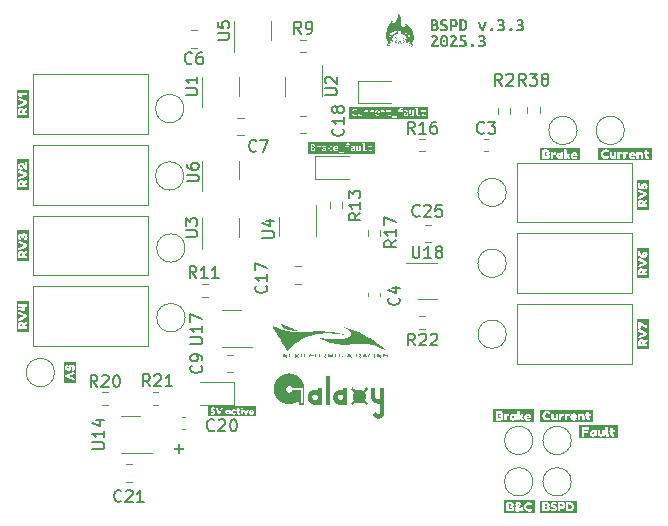
<source format=gbr>
%TF.GenerationSoftware,KiCad,Pcbnew,7.0.11-rc3*%
%TF.CreationDate,2025-03-16T23:21:53+08:00*%
%TF.ProjectId,BSPD,42535044-2e6b-4696-9361-645f70636258,rev?*%
%TF.SameCoordinates,PX731bc60PY731bc60*%
%TF.FileFunction,Legend,Top*%
%TF.FilePolarity,Positive*%
%FSLAX46Y46*%
G04 Gerber Fmt 4.6, Leading zero omitted, Abs format (unit mm)*
G04 Created by KiCad (PCBNEW 7.0.11-rc3) date 2025-03-16 23:21:53*
%MOMM*%
%LPD*%
G01*
G04 APERTURE LIST*
%ADD10C,0.150000*%
%ADD11C,0.120000*%
G04 APERTURE END LIST*
D10*
X30744642Y-14324819D02*
X30411309Y-13848628D01*
X30173214Y-14324819D02*
X30173214Y-13324819D01*
X30173214Y-13324819D02*
X30554166Y-13324819D01*
X30554166Y-13324819D02*
X30649404Y-13372438D01*
X30649404Y-13372438D02*
X30697023Y-13420057D01*
X30697023Y-13420057D02*
X30744642Y-13515295D01*
X30744642Y-13515295D02*
X30744642Y-13658152D01*
X30744642Y-13658152D02*
X30697023Y-13753390D01*
X30697023Y-13753390D02*
X30649404Y-13801009D01*
X30649404Y-13801009D02*
X30554166Y-13848628D01*
X30554166Y-13848628D02*
X30173214Y-13848628D01*
X31697023Y-14324819D02*
X31125595Y-14324819D01*
X31411309Y-14324819D02*
X31411309Y-13324819D01*
X31411309Y-13324819D02*
X31316071Y-13467676D01*
X31316071Y-13467676D02*
X31220833Y-13562914D01*
X31220833Y-13562914D02*
X31125595Y-13610533D01*
X32554166Y-13324819D02*
X32363690Y-13324819D01*
X32363690Y-13324819D02*
X32268452Y-13372438D01*
X32268452Y-13372438D02*
X32220833Y-13420057D01*
X32220833Y-13420057D02*
X32125595Y-13562914D01*
X32125595Y-13562914D02*
X32077976Y-13753390D01*
X32077976Y-13753390D02*
X32077976Y-14134342D01*
X32077976Y-14134342D02*
X32125595Y-14229580D01*
X32125595Y-14229580D02*
X32173214Y-14277200D01*
X32173214Y-14277200D02*
X32268452Y-14324819D01*
X32268452Y-14324819D02*
X32458928Y-14324819D01*
X32458928Y-14324819D02*
X32554166Y-14277200D01*
X32554166Y-14277200D02*
X32601785Y-14229580D01*
X32601785Y-14229580D02*
X32649404Y-14134342D01*
X32649404Y-14134342D02*
X32649404Y-13896247D01*
X32649404Y-13896247D02*
X32601785Y-13801009D01*
X32601785Y-13801009D02*
X32554166Y-13753390D01*
X32554166Y-13753390D02*
X32458928Y-13705771D01*
X32458928Y-13705771D02*
X32268452Y-13705771D01*
X32268452Y-13705771D02*
X32173214Y-13753390D01*
X32173214Y-13753390D02*
X32125595Y-13801009D01*
X32125595Y-13801009D02*
X32077976Y-13896247D01*
X21133333Y-5854819D02*
X20800000Y-5378628D01*
X20561905Y-5854819D02*
X20561905Y-4854819D01*
X20561905Y-4854819D02*
X20942857Y-4854819D01*
X20942857Y-4854819D02*
X21038095Y-4902438D01*
X21038095Y-4902438D02*
X21085714Y-4950057D01*
X21085714Y-4950057D02*
X21133333Y-5045295D01*
X21133333Y-5045295D02*
X21133333Y-5188152D01*
X21133333Y-5188152D02*
X21085714Y-5283390D01*
X21085714Y-5283390D02*
X21038095Y-5331009D01*
X21038095Y-5331009D02*
X20942857Y-5378628D01*
X20942857Y-5378628D02*
X20561905Y-5378628D01*
X21609524Y-5854819D02*
X21800000Y-5854819D01*
X21800000Y-5854819D02*
X21895238Y-5807200D01*
X21895238Y-5807200D02*
X21942857Y-5759580D01*
X21942857Y-5759580D02*
X22038095Y-5616723D01*
X22038095Y-5616723D02*
X22085714Y-5426247D01*
X22085714Y-5426247D02*
X22085714Y-5045295D01*
X22085714Y-5045295D02*
X22038095Y-4950057D01*
X22038095Y-4950057D02*
X21990476Y-4902438D01*
X21990476Y-4902438D02*
X21895238Y-4854819D01*
X21895238Y-4854819D02*
X21704762Y-4854819D01*
X21704762Y-4854819D02*
X21609524Y-4902438D01*
X21609524Y-4902438D02*
X21561905Y-4950057D01*
X21561905Y-4950057D02*
X21514286Y-5045295D01*
X21514286Y-5045295D02*
X21514286Y-5283390D01*
X21514286Y-5283390D02*
X21561905Y-5378628D01*
X21561905Y-5378628D02*
X21609524Y-5426247D01*
X21609524Y-5426247D02*
X21704762Y-5473866D01*
X21704762Y-5473866D02*
X21895238Y-5473866D01*
X21895238Y-5473866D02*
X21990476Y-5426247D01*
X21990476Y-5426247D02*
X22038095Y-5378628D01*
X22038095Y-5378628D02*
X22085714Y-5283390D01*
X29409580Y-28216666D02*
X29457200Y-28264285D01*
X29457200Y-28264285D02*
X29504819Y-28407142D01*
X29504819Y-28407142D02*
X29504819Y-28502380D01*
X29504819Y-28502380D02*
X29457200Y-28645237D01*
X29457200Y-28645237D02*
X29361961Y-28740475D01*
X29361961Y-28740475D02*
X29266723Y-28788094D01*
X29266723Y-28788094D02*
X29076247Y-28835713D01*
X29076247Y-28835713D02*
X28933390Y-28835713D01*
X28933390Y-28835713D02*
X28742914Y-28788094D01*
X28742914Y-28788094D02*
X28647676Y-28740475D01*
X28647676Y-28740475D02*
X28552438Y-28645237D01*
X28552438Y-28645237D02*
X28504819Y-28502380D01*
X28504819Y-28502380D02*
X28504819Y-28407142D01*
X28504819Y-28407142D02*
X28552438Y-28264285D01*
X28552438Y-28264285D02*
X28600057Y-28216666D01*
X28838152Y-27359523D02*
X29504819Y-27359523D01*
X28457200Y-27597618D02*
X29171485Y-27835713D01*
X29171485Y-27835713D02*
X29171485Y-27216666D01*
X11754819Y-32138094D02*
X12564342Y-32138094D01*
X12564342Y-32138094D02*
X12659580Y-32090475D01*
X12659580Y-32090475D02*
X12707200Y-32042856D01*
X12707200Y-32042856D02*
X12754819Y-31947618D01*
X12754819Y-31947618D02*
X12754819Y-31757142D01*
X12754819Y-31757142D02*
X12707200Y-31661904D01*
X12707200Y-31661904D02*
X12659580Y-31614285D01*
X12659580Y-31614285D02*
X12564342Y-31566666D01*
X12564342Y-31566666D02*
X11754819Y-31566666D01*
X12754819Y-30566666D02*
X12754819Y-31138094D01*
X12754819Y-30852380D02*
X11754819Y-30852380D01*
X11754819Y-30852380D02*
X11897676Y-30947618D01*
X11897676Y-30947618D02*
X11992914Y-31042856D01*
X11992914Y-31042856D02*
X12040533Y-31138094D01*
X11754819Y-30233332D02*
X11754819Y-29566666D01*
X11754819Y-29566666D02*
X12754819Y-29995237D01*
X13769642Y-39409580D02*
X13722023Y-39457200D01*
X13722023Y-39457200D02*
X13579166Y-39504819D01*
X13579166Y-39504819D02*
X13483928Y-39504819D01*
X13483928Y-39504819D02*
X13341071Y-39457200D01*
X13341071Y-39457200D02*
X13245833Y-39361961D01*
X13245833Y-39361961D02*
X13198214Y-39266723D01*
X13198214Y-39266723D02*
X13150595Y-39076247D01*
X13150595Y-39076247D02*
X13150595Y-38933390D01*
X13150595Y-38933390D02*
X13198214Y-38742914D01*
X13198214Y-38742914D02*
X13245833Y-38647676D01*
X13245833Y-38647676D02*
X13341071Y-38552438D01*
X13341071Y-38552438D02*
X13483928Y-38504819D01*
X13483928Y-38504819D02*
X13579166Y-38504819D01*
X13579166Y-38504819D02*
X13722023Y-38552438D01*
X13722023Y-38552438D02*
X13769642Y-38600057D01*
X14150595Y-38600057D02*
X14198214Y-38552438D01*
X14198214Y-38552438D02*
X14293452Y-38504819D01*
X14293452Y-38504819D02*
X14531547Y-38504819D01*
X14531547Y-38504819D02*
X14626785Y-38552438D01*
X14626785Y-38552438D02*
X14674404Y-38600057D01*
X14674404Y-38600057D02*
X14722023Y-38695295D01*
X14722023Y-38695295D02*
X14722023Y-38790533D01*
X14722023Y-38790533D02*
X14674404Y-38933390D01*
X14674404Y-38933390D02*
X14102976Y-39504819D01*
X14102976Y-39504819D02*
X14722023Y-39504819D01*
X15341071Y-38504819D02*
X15436309Y-38504819D01*
X15436309Y-38504819D02*
X15531547Y-38552438D01*
X15531547Y-38552438D02*
X15579166Y-38600057D01*
X15579166Y-38600057D02*
X15626785Y-38695295D01*
X15626785Y-38695295D02*
X15674404Y-38885771D01*
X15674404Y-38885771D02*
X15674404Y-39123866D01*
X15674404Y-39123866D02*
X15626785Y-39314342D01*
X15626785Y-39314342D02*
X15579166Y-39409580D01*
X15579166Y-39409580D02*
X15531547Y-39457200D01*
X15531547Y-39457200D02*
X15436309Y-39504819D01*
X15436309Y-39504819D02*
X15341071Y-39504819D01*
X15341071Y-39504819D02*
X15245833Y-39457200D01*
X15245833Y-39457200D02*
X15198214Y-39409580D01*
X15198214Y-39409580D02*
X15150595Y-39314342D01*
X15150595Y-39314342D02*
X15102976Y-39123866D01*
X15102976Y-39123866D02*
X15102976Y-38885771D01*
X15102976Y-38885771D02*
X15150595Y-38695295D01*
X15150595Y-38695295D02*
X15198214Y-38600057D01*
X15198214Y-38600057D02*
X15245833Y-38552438D01*
X15245833Y-38552438D02*
X15341071Y-38504819D01*
X24659580Y-13892857D02*
X24707200Y-13940476D01*
X24707200Y-13940476D02*
X24754819Y-14083333D01*
X24754819Y-14083333D02*
X24754819Y-14178571D01*
X24754819Y-14178571D02*
X24707200Y-14321428D01*
X24707200Y-14321428D02*
X24611961Y-14416666D01*
X24611961Y-14416666D02*
X24516723Y-14464285D01*
X24516723Y-14464285D02*
X24326247Y-14511904D01*
X24326247Y-14511904D02*
X24183390Y-14511904D01*
X24183390Y-14511904D02*
X23992914Y-14464285D01*
X23992914Y-14464285D02*
X23897676Y-14416666D01*
X23897676Y-14416666D02*
X23802438Y-14321428D01*
X23802438Y-14321428D02*
X23754819Y-14178571D01*
X23754819Y-14178571D02*
X23754819Y-14083333D01*
X23754819Y-14083333D02*
X23802438Y-13940476D01*
X23802438Y-13940476D02*
X23850057Y-13892857D01*
X24754819Y-12940476D02*
X24754819Y-13511904D01*
X24754819Y-13226190D02*
X23754819Y-13226190D01*
X23754819Y-13226190D02*
X23897676Y-13321428D01*
X23897676Y-13321428D02*
X23992914Y-13416666D01*
X23992914Y-13416666D02*
X24040533Y-13511904D01*
X24183390Y-12369047D02*
X24135771Y-12464285D01*
X24135771Y-12464285D02*
X24088152Y-12511904D01*
X24088152Y-12511904D02*
X23992914Y-12559523D01*
X23992914Y-12559523D02*
X23945295Y-12559523D01*
X23945295Y-12559523D02*
X23850057Y-12511904D01*
X23850057Y-12511904D02*
X23802438Y-12464285D01*
X23802438Y-12464285D02*
X23754819Y-12369047D01*
X23754819Y-12369047D02*
X23754819Y-12178571D01*
X23754819Y-12178571D02*
X23802438Y-12083333D01*
X23802438Y-12083333D02*
X23850057Y-12035714D01*
X23850057Y-12035714D02*
X23945295Y-11988095D01*
X23945295Y-11988095D02*
X23992914Y-11988095D01*
X23992914Y-11988095D02*
X24088152Y-12035714D01*
X24088152Y-12035714D02*
X24135771Y-12083333D01*
X24135771Y-12083333D02*
X24183390Y-12178571D01*
X24183390Y-12178571D02*
X24183390Y-12369047D01*
X24183390Y-12369047D02*
X24231009Y-12464285D01*
X24231009Y-12464285D02*
X24278628Y-12511904D01*
X24278628Y-12511904D02*
X24373866Y-12559523D01*
X24373866Y-12559523D02*
X24564342Y-12559523D01*
X24564342Y-12559523D02*
X24659580Y-12511904D01*
X24659580Y-12511904D02*
X24707200Y-12464285D01*
X24707200Y-12464285D02*
X24754819Y-12369047D01*
X24754819Y-12369047D02*
X24754819Y-12178571D01*
X24754819Y-12178571D02*
X24707200Y-12083333D01*
X24707200Y-12083333D02*
X24659580Y-12035714D01*
X24659580Y-12035714D02*
X24564342Y-11988095D01*
X24564342Y-11988095D02*
X24373866Y-11988095D01*
X24373866Y-11988095D02*
X24278628Y-12035714D01*
X24278628Y-12035714D02*
X24231009Y-12083333D01*
X24231009Y-12083333D02*
X24183390Y-12178571D01*
X11883333Y-8339580D02*
X11835714Y-8387200D01*
X11835714Y-8387200D02*
X11692857Y-8434819D01*
X11692857Y-8434819D02*
X11597619Y-8434819D01*
X11597619Y-8434819D02*
X11454762Y-8387200D01*
X11454762Y-8387200D02*
X11359524Y-8291961D01*
X11359524Y-8291961D02*
X11311905Y-8196723D01*
X11311905Y-8196723D02*
X11264286Y-8006247D01*
X11264286Y-8006247D02*
X11264286Y-7863390D01*
X11264286Y-7863390D02*
X11311905Y-7672914D01*
X11311905Y-7672914D02*
X11359524Y-7577676D01*
X11359524Y-7577676D02*
X11454762Y-7482438D01*
X11454762Y-7482438D02*
X11597619Y-7434819D01*
X11597619Y-7434819D02*
X11692857Y-7434819D01*
X11692857Y-7434819D02*
X11835714Y-7482438D01*
X11835714Y-7482438D02*
X11883333Y-7530057D01*
X12740476Y-7434819D02*
X12550000Y-7434819D01*
X12550000Y-7434819D02*
X12454762Y-7482438D01*
X12454762Y-7482438D02*
X12407143Y-7530057D01*
X12407143Y-7530057D02*
X12311905Y-7672914D01*
X12311905Y-7672914D02*
X12264286Y-7863390D01*
X12264286Y-7863390D02*
X12264286Y-8244342D01*
X12264286Y-8244342D02*
X12311905Y-8339580D01*
X12311905Y-8339580D02*
X12359524Y-8387200D01*
X12359524Y-8387200D02*
X12454762Y-8434819D01*
X12454762Y-8434819D02*
X12645238Y-8434819D01*
X12645238Y-8434819D02*
X12740476Y-8387200D01*
X12740476Y-8387200D02*
X12788095Y-8339580D01*
X12788095Y-8339580D02*
X12835714Y-8244342D01*
X12835714Y-8244342D02*
X12835714Y-8006247D01*
X12835714Y-8006247D02*
X12788095Y-7911009D01*
X12788095Y-7911009D02*
X12740476Y-7863390D01*
X12740476Y-7863390D02*
X12645238Y-7815771D01*
X12645238Y-7815771D02*
X12454762Y-7815771D01*
X12454762Y-7815771D02*
X12359524Y-7863390D01*
X12359524Y-7863390D02*
X12311905Y-7911009D01*
X12311905Y-7911009D02*
X12264286Y-8006247D01*
X8332142Y-35704819D02*
X7998809Y-35228628D01*
X7760714Y-35704819D02*
X7760714Y-34704819D01*
X7760714Y-34704819D02*
X8141666Y-34704819D01*
X8141666Y-34704819D02*
X8236904Y-34752438D01*
X8236904Y-34752438D02*
X8284523Y-34800057D01*
X8284523Y-34800057D02*
X8332142Y-34895295D01*
X8332142Y-34895295D02*
X8332142Y-35038152D01*
X8332142Y-35038152D02*
X8284523Y-35133390D01*
X8284523Y-35133390D02*
X8236904Y-35181009D01*
X8236904Y-35181009D02*
X8141666Y-35228628D01*
X8141666Y-35228628D02*
X7760714Y-35228628D01*
X8713095Y-34800057D02*
X8760714Y-34752438D01*
X8760714Y-34752438D02*
X8855952Y-34704819D01*
X8855952Y-34704819D02*
X9094047Y-34704819D01*
X9094047Y-34704819D02*
X9189285Y-34752438D01*
X9189285Y-34752438D02*
X9236904Y-34800057D01*
X9236904Y-34800057D02*
X9284523Y-34895295D01*
X9284523Y-34895295D02*
X9284523Y-34990533D01*
X9284523Y-34990533D02*
X9236904Y-35133390D01*
X9236904Y-35133390D02*
X8665476Y-35704819D01*
X8665476Y-35704819D02*
X9284523Y-35704819D01*
X10236904Y-35704819D02*
X9665476Y-35704819D01*
X9951190Y-35704819D02*
X9951190Y-34704819D01*
X9951190Y-34704819D02*
X9855952Y-34847676D01*
X9855952Y-34847676D02*
X9760714Y-34942914D01*
X9760714Y-34942914D02*
X9665476Y-34990533D01*
X5907142Y-45409580D02*
X5859523Y-45457200D01*
X5859523Y-45457200D02*
X5716666Y-45504819D01*
X5716666Y-45504819D02*
X5621428Y-45504819D01*
X5621428Y-45504819D02*
X5478571Y-45457200D01*
X5478571Y-45457200D02*
X5383333Y-45361961D01*
X5383333Y-45361961D02*
X5335714Y-45266723D01*
X5335714Y-45266723D02*
X5288095Y-45076247D01*
X5288095Y-45076247D02*
X5288095Y-44933390D01*
X5288095Y-44933390D02*
X5335714Y-44742914D01*
X5335714Y-44742914D02*
X5383333Y-44647676D01*
X5383333Y-44647676D02*
X5478571Y-44552438D01*
X5478571Y-44552438D02*
X5621428Y-44504819D01*
X5621428Y-44504819D02*
X5716666Y-44504819D01*
X5716666Y-44504819D02*
X5859523Y-44552438D01*
X5859523Y-44552438D02*
X5907142Y-44600057D01*
X6288095Y-44600057D02*
X6335714Y-44552438D01*
X6335714Y-44552438D02*
X6430952Y-44504819D01*
X6430952Y-44504819D02*
X6669047Y-44504819D01*
X6669047Y-44504819D02*
X6764285Y-44552438D01*
X6764285Y-44552438D02*
X6811904Y-44600057D01*
X6811904Y-44600057D02*
X6859523Y-44695295D01*
X6859523Y-44695295D02*
X6859523Y-44790533D01*
X6859523Y-44790533D02*
X6811904Y-44933390D01*
X6811904Y-44933390D02*
X6240476Y-45504819D01*
X6240476Y-45504819D02*
X6859523Y-45504819D01*
X7811904Y-45504819D02*
X7240476Y-45504819D01*
X7526190Y-45504819D02*
X7526190Y-44504819D01*
X7526190Y-44504819D02*
X7430952Y-44647676D01*
X7430952Y-44647676D02*
X7335714Y-44742914D01*
X7335714Y-44742914D02*
X7240476Y-44790533D01*
X23154819Y-11061904D02*
X23964342Y-11061904D01*
X23964342Y-11061904D02*
X24059580Y-11014285D01*
X24059580Y-11014285D02*
X24107200Y-10966666D01*
X24107200Y-10966666D02*
X24154819Y-10871428D01*
X24154819Y-10871428D02*
X24154819Y-10680952D01*
X24154819Y-10680952D02*
X24107200Y-10585714D01*
X24107200Y-10585714D02*
X24059580Y-10538095D01*
X24059580Y-10538095D02*
X23964342Y-10490476D01*
X23964342Y-10490476D02*
X23154819Y-10490476D01*
X23250057Y-10061904D02*
X23202438Y-10014285D01*
X23202438Y-10014285D02*
X23154819Y-9919047D01*
X23154819Y-9919047D02*
X23154819Y-9680952D01*
X23154819Y-9680952D02*
X23202438Y-9585714D01*
X23202438Y-9585714D02*
X23250057Y-9538095D01*
X23250057Y-9538095D02*
X23345295Y-9490476D01*
X23345295Y-9490476D02*
X23440533Y-9490476D01*
X23440533Y-9490476D02*
X23583390Y-9538095D01*
X23583390Y-9538095D02*
X24154819Y-10109523D01*
X24154819Y-10109523D02*
X24154819Y-9490476D01*
X26154819Y-21042857D02*
X25678628Y-21376190D01*
X26154819Y-21614285D02*
X25154819Y-21614285D01*
X25154819Y-21614285D02*
X25154819Y-21233333D01*
X25154819Y-21233333D02*
X25202438Y-21138095D01*
X25202438Y-21138095D02*
X25250057Y-21090476D01*
X25250057Y-21090476D02*
X25345295Y-21042857D01*
X25345295Y-21042857D02*
X25488152Y-21042857D01*
X25488152Y-21042857D02*
X25583390Y-21090476D01*
X25583390Y-21090476D02*
X25631009Y-21138095D01*
X25631009Y-21138095D02*
X25678628Y-21233333D01*
X25678628Y-21233333D02*
X25678628Y-21614285D01*
X26154819Y-20090476D02*
X26154819Y-20661904D01*
X26154819Y-20376190D02*
X25154819Y-20376190D01*
X25154819Y-20376190D02*
X25297676Y-20471428D01*
X25297676Y-20471428D02*
X25392914Y-20566666D01*
X25392914Y-20566666D02*
X25440533Y-20661904D01*
X25154819Y-19757142D02*
X25154819Y-19138095D01*
X25154819Y-19138095D02*
X25535771Y-19471428D01*
X25535771Y-19471428D02*
X25535771Y-19328571D01*
X25535771Y-19328571D02*
X25583390Y-19233333D01*
X25583390Y-19233333D02*
X25631009Y-19185714D01*
X25631009Y-19185714D02*
X25726247Y-19138095D01*
X25726247Y-19138095D02*
X25964342Y-19138095D01*
X25964342Y-19138095D02*
X26059580Y-19185714D01*
X26059580Y-19185714D02*
X26107200Y-19233333D01*
X26107200Y-19233333D02*
X26154819Y-19328571D01*
X26154819Y-19328571D02*
X26154819Y-19614285D01*
X26154819Y-19614285D02*
X26107200Y-19709523D01*
X26107200Y-19709523D02*
X26059580Y-19757142D01*
X18159580Y-27192857D02*
X18207200Y-27240476D01*
X18207200Y-27240476D02*
X18254819Y-27383333D01*
X18254819Y-27383333D02*
X18254819Y-27478571D01*
X18254819Y-27478571D02*
X18207200Y-27621428D01*
X18207200Y-27621428D02*
X18111961Y-27716666D01*
X18111961Y-27716666D02*
X18016723Y-27764285D01*
X18016723Y-27764285D02*
X17826247Y-27811904D01*
X17826247Y-27811904D02*
X17683390Y-27811904D01*
X17683390Y-27811904D02*
X17492914Y-27764285D01*
X17492914Y-27764285D02*
X17397676Y-27716666D01*
X17397676Y-27716666D02*
X17302438Y-27621428D01*
X17302438Y-27621428D02*
X17254819Y-27478571D01*
X17254819Y-27478571D02*
X17254819Y-27383333D01*
X17254819Y-27383333D02*
X17302438Y-27240476D01*
X17302438Y-27240476D02*
X17350057Y-27192857D01*
X18254819Y-26240476D02*
X18254819Y-26811904D01*
X18254819Y-26526190D02*
X17254819Y-26526190D01*
X17254819Y-26526190D02*
X17397676Y-26621428D01*
X17397676Y-26621428D02*
X17492914Y-26716666D01*
X17492914Y-26716666D02*
X17540533Y-26811904D01*
X17254819Y-25907142D02*
X17254819Y-25240476D01*
X17254819Y-25240476D02*
X18254819Y-25669047D01*
X12659580Y-33966666D02*
X12707200Y-34014285D01*
X12707200Y-34014285D02*
X12754819Y-34157142D01*
X12754819Y-34157142D02*
X12754819Y-34252380D01*
X12754819Y-34252380D02*
X12707200Y-34395237D01*
X12707200Y-34395237D02*
X12611961Y-34490475D01*
X12611961Y-34490475D02*
X12516723Y-34538094D01*
X12516723Y-34538094D02*
X12326247Y-34585713D01*
X12326247Y-34585713D02*
X12183390Y-34585713D01*
X12183390Y-34585713D02*
X11992914Y-34538094D01*
X11992914Y-34538094D02*
X11897676Y-34490475D01*
X11897676Y-34490475D02*
X11802438Y-34395237D01*
X11802438Y-34395237D02*
X11754819Y-34252380D01*
X11754819Y-34252380D02*
X11754819Y-34157142D01*
X11754819Y-34157142D02*
X11802438Y-34014285D01*
X11802438Y-34014285D02*
X11850057Y-33966666D01*
X12754819Y-33490475D02*
X12754819Y-33299999D01*
X12754819Y-33299999D02*
X12707200Y-33204761D01*
X12707200Y-33204761D02*
X12659580Y-33157142D01*
X12659580Y-33157142D02*
X12516723Y-33061904D01*
X12516723Y-33061904D02*
X12326247Y-33014285D01*
X12326247Y-33014285D02*
X11945295Y-33014285D01*
X11945295Y-33014285D02*
X11850057Y-33061904D01*
X11850057Y-33061904D02*
X11802438Y-33109523D01*
X11802438Y-33109523D02*
X11754819Y-33204761D01*
X11754819Y-33204761D02*
X11754819Y-33395237D01*
X11754819Y-33395237D02*
X11802438Y-33490475D01*
X11802438Y-33490475D02*
X11850057Y-33538094D01*
X11850057Y-33538094D02*
X11945295Y-33585713D01*
X11945295Y-33585713D02*
X12183390Y-33585713D01*
X12183390Y-33585713D02*
X12278628Y-33538094D01*
X12278628Y-33538094D02*
X12326247Y-33490475D01*
X12326247Y-33490475D02*
X12373866Y-33395237D01*
X12373866Y-33395237D02*
X12373866Y-33204761D01*
X12373866Y-33204761D02*
X12326247Y-33109523D01*
X12326247Y-33109523D02*
X12278628Y-33061904D01*
X12278628Y-33061904D02*
X12183390Y-33014285D01*
X29184819Y-23355357D02*
X28708628Y-23688690D01*
X29184819Y-23926785D02*
X28184819Y-23926785D01*
X28184819Y-23926785D02*
X28184819Y-23545833D01*
X28184819Y-23545833D02*
X28232438Y-23450595D01*
X28232438Y-23450595D02*
X28280057Y-23402976D01*
X28280057Y-23402976D02*
X28375295Y-23355357D01*
X28375295Y-23355357D02*
X28518152Y-23355357D01*
X28518152Y-23355357D02*
X28613390Y-23402976D01*
X28613390Y-23402976D02*
X28661009Y-23450595D01*
X28661009Y-23450595D02*
X28708628Y-23545833D01*
X28708628Y-23545833D02*
X28708628Y-23926785D01*
X29184819Y-22402976D02*
X29184819Y-22974404D01*
X29184819Y-22688690D02*
X28184819Y-22688690D01*
X28184819Y-22688690D02*
X28327676Y-22783928D01*
X28327676Y-22783928D02*
X28422914Y-22879166D01*
X28422914Y-22879166D02*
X28470533Y-22974404D01*
X28184819Y-22069642D02*
X28184819Y-21402976D01*
X28184819Y-21402976D02*
X29184819Y-21831547D01*
X17333333Y-15759580D02*
X17285714Y-15807200D01*
X17285714Y-15807200D02*
X17142857Y-15854819D01*
X17142857Y-15854819D02*
X17047619Y-15854819D01*
X17047619Y-15854819D02*
X16904762Y-15807200D01*
X16904762Y-15807200D02*
X16809524Y-15711961D01*
X16809524Y-15711961D02*
X16761905Y-15616723D01*
X16761905Y-15616723D02*
X16714286Y-15426247D01*
X16714286Y-15426247D02*
X16714286Y-15283390D01*
X16714286Y-15283390D02*
X16761905Y-15092914D01*
X16761905Y-15092914D02*
X16809524Y-14997676D01*
X16809524Y-14997676D02*
X16904762Y-14902438D01*
X16904762Y-14902438D02*
X17047619Y-14854819D01*
X17047619Y-14854819D02*
X17142857Y-14854819D01*
X17142857Y-14854819D02*
X17285714Y-14902438D01*
X17285714Y-14902438D02*
X17333333Y-14950057D01*
X17666667Y-14854819D02*
X18333333Y-14854819D01*
X18333333Y-14854819D02*
X17904762Y-15854819D01*
X17854819Y-23161904D02*
X18664342Y-23161904D01*
X18664342Y-23161904D02*
X18759580Y-23114285D01*
X18759580Y-23114285D02*
X18807200Y-23066666D01*
X18807200Y-23066666D02*
X18854819Y-22971428D01*
X18854819Y-22971428D02*
X18854819Y-22780952D01*
X18854819Y-22780952D02*
X18807200Y-22685714D01*
X18807200Y-22685714D02*
X18759580Y-22638095D01*
X18759580Y-22638095D02*
X18664342Y-22590476D01*
X18664342Y-22590476D02*
X17854819Y-22590476D01*
X18188152Y-21685714D02*
X18854819Y-21685714D01*
X17807200Y-21923809D02*
X18521485Y-22161904D01*
X18521485Y-22161904D02*
X18521485Y-21542857D01*
X11454819Y-18361904D02*
X12264342Y-18361904D01*
X12264342Y-18361904D02*
X12359580Y-18314285D01*
X12359580Y-18314285D02*
X12407200Y-18266666D01*
X12407200Y-18266666D02*
X12454819Y-18171428D01*
X12454819Y-18171428D02*
X12454819Y-17980952D01*
X12454819Y-17980952D02*
X12407200Y-17885714D01*
X12407200Y-17885714D02*
X12359580Y-17838095D01*
X12359580Y-17838095D02*
X12264342Y-17790476D01*
X12264342Y-17790476D02*
X11454819Y-17790476D01*
X11454819Y-16885714D02*
X11454819Y-17076190D01*
X11454819Y-17076190D02*
X11502438Y-17171428D01*
X11502438Y-17171428D02*
X11550057Y-17219047D01*
X11550057Y-17219047D02*
X11692914Y-17314285D01*
X11692914Y-17314285D02*
X11883390Y-17361904D01*
X11883390Y-17361904D02*
X12264342Y-17361904D01*
X12264342Y-17361904D02*
X12359580Y-17314285D01*
X12359580Y-17314285D02*
X12407200Y-17266666D01*
X12407200Y-17266666D02*
X12454819Y-17171428D01*
X12454819Y-17171428D02*
X12454819Y-16980952D01*
X12454819Y-16980952D02*
X12407200Y-16885714D01*
X12407200Y-16885714D02*
X12359580Y-16838095D01*
X12359580Y-16838095D02*
X12264342Y-16790476D01*
X12264342Y-16790476D02*
X12026247Y-16790476D01*
X12026247Y-16790476D02*
X11931009Y-16838095D01*
X11931009Y-16838095D02*
X11883390Y-16885714D01*
X11883390Y-16885714D02*
X11835771Y-16980952D01*
X11835771Y-16980952D02*
X11835771Y-17171428D01*
X11835771Y-17171428D02*
X11883390Y-17266666D01*
X11883390Y-17266666D02*
X11931009Y-17314285D01*
X11931009Y-17314285D02*
X12026247Y-17361904D01*
X12257142Y-26554819D02*
X11923809Y-26078628D01*
X11685714Y-26554819D02*
X11685714Y-25554819D01*
X11685714Y-25554819D02*
X12066666Y-25554819D01*
X12066666Y-25554819D02*
X12161904Y-25602438D01*
X12161904Y-25602438D02*
X12209523Y-25650057D01*
X12209523Y-25650057D02*
X12257142Y-25745295D01*
X12257142Y-25745295D02*
X12257142Y-25888152D01*
X12257142Y-25888152D02*
X12209523Y-25983390D01*
X12209523Y-25983390D02*
X12161904Y-26031009D01*
X12161904Y-26031009D02*
X12066666Y-26078628D01*
X12066666Y-26078628D02*
X11685714Y-26078628D01*
X13209523Y-26554819D02*
X12638095Y-26554819D01*
X12923809Y-26554819D02*
X12923809Y-25554819D01*
X12923809Y-25554819D02*
X12828571Y-25697676D01*
X12828571Y-25697676D02*
X12733333Y-25792914D01*
X12733333Y-25792914D02*
X12638095Y-25840533D01*
X14161904Y-26554819D02*
X13590476Y-26554819D01*
X13876190Y-26554819D02*
X13876190Y-25554819D01*
X13876190Y-25554819D02*
X13780952Y-25697676D01*
X13780952Y-25697676D02*
X13685714Y-25792914D01*
X13685714Y-25792914D02*
X13590476Y-25840533D01*
X3882142Y-35774819D02*
X3548809Y-35298628D01*
X3310714Y-35774819D02*
X3310714Y-34774819D01*
X3310714Y-34774819D02*
X3691666Y-34774819D01*
X3691666Y-34774819D02*
X3786904Y-34822438D01*
X3786904Y-34822438D02*
X3834523Y-34870057D01*
X3834523Y-34870057D02*
X3882142Y-34965295D01*
X3882142Y-34965295D02*
X3882142Y-35108152D01*
X3882142Y-35108152D02*
X3834523Y-35203390D01*
X3834523Y-35203390D02*
X3786904Y-35251009D01*
X3786904Y-35251009D02*
X3691666Y-35298628D01*
X3691666Y-35298628D02*
X3310714Y-35298628D01*
X4263095Y-34870057D02*
X4310714Y-34822438D01*
X4310714Y-34822438D02*
X4405952Y-34774819D01*
X4405952Y-34774819D02*
X4644047Y-34774819D01*
X4644047Y-34774819D02*
X4739285Y-34822438D01*
X4739285Y-34822438D02*
X4786904Y-34870057D01*
X4786904Y-34870057D02*
X4834523Y-34965295D01*
X4834523Y-34965295D02*
X4834523Y-35060533D01*
X4834523Y-35060533D02*
X4786904Y-35203390D01*
X4786904Y-35203390D02*
X4215476Y-35774819D01*
X4215476Y-35774819D02*
X4834523Y-35774819D01*
X5453571Y-34774819D02*
X5548809Y-34774819D01*
X5548809Y-34774819D02*
X5644047Y-34822438D01*
X5644047Y-34822438D02*
X5691666Y-34870057D01*
X5691666Y-34870057D02*
X5739285Y-34965295D01*
X5739285Y-34965295D02*
X5786904Y-35155771D01*
X5786904Y-35155771D02*
X5786904Y-35393866D01*
X5786904Y-35393866D02*
X5739285Y-35584342D01*
X5739285Y-35584342D02*
X5691666Y-35679580D01*
X5691666Y-35679580D02*
X5644047Y-35727200D01*
X5644047Y-35727200D02*
X5548809Y-35774819D01*
X5548809Y-35774819D02*
X5453571Y-35774819D01*
X5453571Y-35774819D02*
X5358333Y-35727200D01*
X5358333Y-35727200D02*
X5310714Y-35679580D01*
X5310714Y-35679580D02*
X5263095Y-35584342D01*
X5263095Y-35584342D02*
X5215476Y-35393866D01*
X5215476Y-35393866D02*
X5215476Y-35155771D01*
X5215476Y-35155771D02*
X5263095Y-34965295D01*
X5263095Y-34965295D02*
X5310714Y-34870057D01*
X5310714Y-34870057D02*
X5358333Y-34822438D01*
X5358333Y-34822438D02*
X5453571Y-34774819D01*
X30561905Y-23854819D02*
X30561905Y-24664342D01*
X30561905Y-24664342D02*
X30609524Y-24759580D01*
X30609524Y-24759580D02*
X30657143Y-24807200D01*
X30657143Y-24807200D02*
X30752381Y-24854819D01*
X30752381Y-24854819D02*
X30942857Y-24854819D01*
X30942857Y-24854819D02*
X31038095Y-24807200D01*
X31038095Y-24807200D02*
X31085714Y-24759580D01*
X31085714Y-24759580D02*
X31133333Y-24664342D01*
X31133333Y-24664342D02*
X31133333Y-23854819D01*
X32133333Y-24854819D02*
X31561905Y-24854819D01*
X31847619Y-24854819D02*
X31847619Y-23854819D01*
X31847619Y-23854819D02*
X31752381Y-23997676D01*
X31752381Y-23997676D02*
X31657143Y-24092914D01*
X31657143Y-24092914D02*
X31561905Y-24140533D01*
X32704762Y-24283390D02*
X32609524Y-24235771D01*
X32609524Y-24235771D02*
X32561905Y-24188152D01*
X32561905Y-24188152D02*
X32514286Y-24092914D01*
X32514286Y-24092914D02*
X32514286Y-24045295D01*
X32514286Y-24045295D02*
X32561905Y-23950057D01*
X32561905Y-23950057D02*
X32609524Y-23902438D01*
X32609524Y-23902438D02*
X32704762Y-23854819D01*
X32704762Y-23854819D02*
X32895238Y-23854819D01*
X32895238Y-23854819D02*
X32990476Y-23902438D01*
X32990476Y-23902438D02*
X33038095Y-23950057D01*
X33038095Y-23950057D02*
X33085714Y-24045295D01*
X33085714Y-24045295D02*
X33085714Y-24092914D01*
X33085714Y-24092914D02*
X33038095Y-24188152D01*
X33038095Y-24188152D02*
X32990476Y-24235771D01*
X32990476Y-24235771D02*
X32895238Y-24283390D01*
X32895238Y-24283390D02*
X32704762Y-24283390D01*
X32704762Y-24283390D02*
X32609524Y-24331009D01*
X32609524Y-24331009D02*
X32561905Y-24378628D01*
X32561905Y-24378628D02*
X32514286Y-24473866D01*
X32514286Y-24473866D02*
X32514286Y-24664342D01*
X32514286Y-24664342D02*
X32561905Y-24759580D01*
X32561905Y-24759580D02*
X32609524Y-24807200D01*
X32609524Y-24807200D02*
X32704762Y-24854819D01*
X32704762Y-24854819D02*
X32895238Y-24854819D01*
X32895238Y-24854819D02*
X32990476Y-24807200D01*
X32990476Y-24807200D02*
X33038095Y-24759580D01*
X33038095Y-24759580D02*
X33085714Y-24664342D01*
X33085714Y-24664342D02*
X33085714Y-24473866D01*
X33085714Y-24473866D02*
X33038095Y-24378628D01*
X33038095Y-24378628D02*
X32990476Y-24331009D01*
X32990476Y-24331009D02*
X32895238Y-24283390D01*
X3454819Y-41038094D02*
X4264342Y-41038094D01*
X4264342Y-41038094D02*
X4359580Y-40990475D01*
X4359580Y-40990475D02*
X4407200Y-40942856D01*
X4407200Y-40942856D02*
X4454819Y-40847618D01*
X4454819Y-40847618D02*
X4454819Y-40657142D01*
X4454819Y-40657142D02*
X4407200Y-40561904D01*
X4407200Y-40561904D02*
X4359580Y-40514285D01*
X4359580Y-40514285D02*
X4264342Y-40466666D01*
X4264342Y-40466666D02*
X3454819Y-40466666D01*
X4454819Y-39466666D02*
X4454819Y-40038094D01*
X4454819Y-39752380D02*
X3454819Y-39752380D01*
X3454819Y-39752380D02*
X3597676Y-39847618D01*
X3597676Y-39847618D02*
X3692914Y-39942856D01*
X3692914Y-39942856D02*
X3740533Y-40038094D01*
X3788152Y-38609523D02*
X4454819Y-38609523D01*
X3407200Y-38847618D02*
X4121485Y-39085713D01*
X4121485Y-39085713D02*
X4121485Y-38466666D01*
X36633333Y-14229580D02*
X36585714Y-14277200D01*
X36585714Y-14277200D02*
X36442857Y-14324819D01*
X36442857Y-14324819D02*
X36347619Y-14324819D01*
X36347619Y-14324819D02*
X36204762Y-14277200D01*
X36204762Y-14277200D02*
X36109524Y-14181961D01*
X36109524Y-14181961D02*
X36061905Y-14086723D01*
X36061905Y-14086723D02*
X36014286Y-13896247D01*
X36014286Y-13896247D02*
X36014286Y-13753390D01*
X36014286Y-13753390D02*
X36061905Y-13562914D01*
X36061905Y-13562914D02*
X36109524Y-13467676D01*
X36109524Y-13467676D02*
X36204762Y-13372438D01*
X36204762Y-13372438D02*
X36347619Y-13324819D01*
X36347619Y-13324819D02*
X36442857Y-13324819D01*
X36442857Y-13324819D02*
X36585714Y-13372438D01*
X36585714Y-13372438D02*
X36633333Y-13420057D01*
X36966667Y-13324819D02*
X37585714Y-13324819D01*
X37585714Y-13324819D02*
X37252381Y-13705771D01*
X37252381Y-13705771D02*
X37395238Y-13705771D01*
X37395238Y-13705771D02*
X37490476Y-13753390D01*
X37490476Y-13753390D02*
X37538095Y-13801009D01*
X37538095Y-13801009D02*
X37585714Y-13896247D01*
X37585714Y-13896247D02*
X37585714Y-14134342D01*
X37585714Y-14134342D02*
X37538095Y-14229580D01*
X37538095Y-14229580D02*
X37490476Y-14277200D01*
X37490476Y-14277200D02*
X37395238Y-14324819D01*
X37395238Y-14324819D02*
X37109524Y-14324819D01*
X37109524Y-14324819D02*
X37014286Y-14277200D01*
X37014286Y-14277200D02*
X36966667Y-14229580D01*
X11354819Y-11061904D02*
X12164342Y-11061904D01*
X12164342Y-11061904D02*
X12259580Y-11014285D01*
X12259580Y-11014285D02*
X12307200Y-10966666D01*
X12307200Y-10966666D02*
X12354819Y-10871428D01*
X12354819Y-10871428D02*
X12354819Y-10680952D01*
X12354819Y-10680952D02*
X12307200Y-10585714D01*
X12307200Y-10585714D02*
X12259580Y-10538095D01*
X12259580Y-10538095D02*
X12164342Y-10490476D01*
X12164342Y-10490476D02*
X11354819Y-10490476D01*
X12354819Y-9490476D02*
X12354819Y-10061904D01*
X12354819Y-9776190D02*
X11354819Y-9776190D01*
X11354819Y-9776190D02*
X11497676Y-9871428D01*
X11497676Y-9871428D02*
X11592914Y-9966666D01*
X11592914Y-9966666D02*
X11640533Y-10061904D01*
X30757142Y-32254819D02*
X30423809Y-31778628D01*
X30185714Y-32254819D02*
X30185714Y-31254819D01*
X30185714Y-31254819D02*
X30566666Y-31254819D01*
X30566666Y-31254819D02*
X30661904Y-31302438D01*
X30661904Y-31302438D02*
X30709523Y-31350057D01*
X30709523Y-31350057D02*
X30757142Y-31445295D01*
X30757142Y-31445295D02*
X30757142Y-31588152D01*
X30757142Y-31588152D02*
X30709523Y-31683390D01*
X30709523Y-31683390D02*
X30661904Y-31731009D01*
X30661904Y-31731009D02*
X30566666Y-31778628D01*
X30566666Y-31778628D02*
X30185714Y-31778628D01*
X31138095Y-31350057D02*
X31185714Y-31302438D01*
X31185714Y-31302438D02*
X31280952Y-31254819D01*
X31280952Y-31254819D02*
X31519047Y-31254819D01*
X31519047Y-31254819D02*
X31614285Y-31302438D01*
X31614285Y-31302438D02*
X31661904Y-31350057D01*
X31661904Y-31350057D02*
X31709523Y-31445295D01*
X31709523Y-31445295D02*
X31709523Y-31540533D01*
X31709523Y-31540533D02*
X31661904Y-31683390D01*
X31661904Y-31683390D02*
X31090476Y-32254819D01*
X31090476Y-32254819D02*
X31709523Y-32254819D01*
X32090476Y-31350057D02*
X32138095Y-31302438D01*
X32138095Y-31302438D02*
X32233333Y-31254819D01*
X32233333Y-31254819D02*
X32471428Y-31254819D01*
X32471428Y-31254819D02*
X32566666Y-31302438D01*
X32566666Y-31302438D02*
X32614285Y-31350057D01*
X32614285Y-31350057D02*
X32661904Y-31445295D01*
X32661904Y-31445295D02*
X32661904Y-31540533D01*
X32661904Y-31540533D02*
X32614285Y-31683390D01*
X32614285Y-31683390D02*
X32042857Y-32254819D01*
X32042857Y-32254819D02*
X32661904Y-32254819D01*
X38133333Y-10254819D02*
X37800000Y-9778628D01*
X37561905Y-10254819D02*
X37561905Y-9254819D01*
X37561905Y-9254819D02*
X37942857Y-9254819D01*
X37942857Y-9254819D02*
X38038095Y-9302438D01*
X38038095Y-9302438D02*
X38085714Y-9350057D01*
X38085714Y-9350057D02*
X38133333Y-9445295D01*
X38133333Y-9445295D02*
X38133333Y-9588152D01*
X38133333Y-9588152D02*
X38085714Y-9683390D01*
X38085714Y-9683390D02*
X38038095Y-9731009D01*
X38038095Y-9731009D02*
X37942857Y-9778628D01*
X37942857Y-9778628D02*
X37561905Y-9778628D01*
X38514286Y-9350057D02*
X38561905Y-9302438D01*
X38561905Y-9302438D02*
X38657143Y-9254819D01*
X38657143Y-9254819D02*
X38895238Y-9254819D01*
X38895238Y-9254819D02*
X38990476Y-9302438D01*
X38990476Y-9302438D02*
X39038095Y-9350057D01*
X39038095Y-9350057D02*
X39085714Y-9445295D01*
X39085714Y-9445295D02*
X39085714Y-9540533D01*
X39085714Y-9540533D02*
X39038095Y-9683390D01*
X39038095Y-9683390D02*
X38466667Y-10254819D01*
X38466667Y-10254819D02*
X39085714Y-10254819D01*
X14054819Y-6361904D02*
X14864342Y-6361904D01*
X14864342Y-6361904D02*
X14959580Y-6314285D01*
X14959580Y-6314285D02*
X15007200Y-6266666D01*
X15007200Y-6266666D02*
X15054819Y-6171428D01*
X15054819Y-6171428D02*
X15054819Y-5980952D01*
X15054819Y-5980952D02*
X15007200Y-5885714D01*
X15007200Y-5885714D02*
X14959580Y-5838095D01*
X14959580Y-5838095D02*
X14864342Y-5790476D01*
X14864342Y-5790476D02*
X14054819Y-5790476D01*
X14054819Y-4838095D02*
X14054819Y-5314285D01*
X14054819Y-5314285D02*
X14531009Y-5361904D01*
X14531009Y-5361904D02*
X14483390Y-5314285D01*
X14483390Y-5314285D02*
X14435771Y-5219047D01*
X14435771Y-5219047D02*
X14435771Y-4980952D01*
X14435771Y-4980952D02*
X14483390Y-4885714D01*
X14483390Y-4885714D02*
X14531009Y-4838095D01*
X14531009Y-4838095D02*
X14626247Y-4790476D01*
X14626247Y-4790476D02*
X14864342Y-4790476D01*
X14864342Y-4790476D02*
X14959580Y-4838095D01*
X14959580Y-4838095D02*
X15007200Y-4885714D01*
X15007200Y-4885714D02*
X15054819Y-4980952D01*
X15054819Y-4980952D02*
X15054819Y-5219047D01*
X15054819Y-5219047D02*
X15007200Y-5314285D01*
X15007200Y-5314285D02*
X14959580Y-5361904D01*
X11354819Y-23061904D02*
X12164342Y-23061904D01*
X12164342Y-23061904D02*
X12259580Y-23014285D01*
X12259580Y-23014285D02*
X12307200Y-22966666D01*
X12307200Y-22966666D02*
X12354819Y-22871428D01*
X12354819Y-22871428D02*
X12354819Y-22680952D01*
X12354819Y-22680952D02*
X12307200Y-22585714D01*
X12307200Y-22585714D02*
X12259580Y-22538095D01*
X12259580Y-22538095D02*
X12164342Y-22490476D01*
X12164342Y-22490476D02*
X11354819Y-22490476D01*
X11354819Y-22109523D02*
X11354819Y-21490476D01*
X11354819Y-21490476D02*
X11735771Y-21823809D01*
X11735771Y-21823809D02*
X11735771Y-21680952D01*
X11735771Y-21680952D02*
X11783390Y-21585714D01*
X11783390Y-21585714D02*
X11831009Y-21538095D01*
X11831009Y-21538095D02*
X11926247Y-21490476D01*
X11926247Y-21490476D02*
X12164342Y-21490476D01*
X12164342Y-21490476D02*
X12259580Y-21538095D01*
X12259580Y-21538095D02*
X12307200Y-21585714D01*
X12307200Y-21585714D02*
X12354819Y-21680952D01*
X12354819Y-21680952D02*
X12354819Y-21966666D01*
X12354819Y-21966666D02*
X12307200Y-22061904D01*
X12307200Y-22061904D02*
X12259580Y-22109523D01*
X40157142Y-10254819D02*
X39823809Y-9778628D01*
X39585714Y-10254819D02*
X39585714Y-9254819D01*
X39585714Y-9254819D02*
X39966666Y-9254819D01*
X39966666Y-9254819D02*
X40061904Y-9302438D01*
X40061904Y-9302438D02*
X40109523Y-9350057D01*
X40109523Y-9350057D02*
X40157142Y-9445295D01*
X40157142Y-9445295D02*
X40157142Y-9588152D01*
X40157142Y-9588152D02*
X40109523Y-9683390D01*
X40109523Y-9683390D02*
X40061904Y-9731009D01*
X40061904Y-9731009D02*
X39966666Y-9778628D01*
X39966666Y-9778628D02*
X39585714Y-9778628D01*
X40490476Y-9254819D02*
X41109523Y-9254819D01*
X41109523Y-9254819D02*
X40776190Y-9635771D01*
X40776190Y-9635771D02*
X40919047Y-9635771D01*
X40919047Y-9635771D02*
X41014285Y-9683390D01*
X41014285Y-9683390D02*
X41061904Y-9731009D01*
X41061904Y-9731009D02*
X41109523Y-9826247D01*
X41109523Y-9826247D02*
X41109523Y-10064342D01*
X41109523Y-10064342D02*
X41061904Y-10159580D01*
X41061904Y-10159580D02*
X41014285Y-10207200D01*
X41014285Y-10207200D02*
X40919047Y-10254819D01*
X40919047Y-10254819D02*
X40633333Y-10254819D01*
X40633333Y-10254819D02*
X40538095Y-10207200D01*
X40538095Y-10207200D02*
X40490476Y-10159580D01*
X41680952Y-9683390D02*
X41585714Y-9635771D01*
X41585714Y-9635771D02*
X41538095Y-9588152D01*
X41538095Y-9588152D02*
X41490476Y-9492914D01*
X41490476Y-9492914D02*
X41490476Y-9445295D01*
X41490476Y-9445295D02*
X41538095Y-9350057D01*
X41538095Y-9350057D02*
X41585714Y-9302438D01*
X41585714Y-9302438D02*
X41680952Y-9254819D01*
X41680952Y-9254819D02*
X41871428Y-9254819D01*
X41871428Y-9254819D02*
X41966666Y-9302438D01*
X41966666Y-9302438D02*
X42014285Y-9350057D01*
X42014285Y-9350057D02*
X42061904Y-9445295D01*
X42061904Y-9445295D02*
X42061904Y-9492914D01*
X42061904Y-9492914D02*
X42014285Y-9588152D01*
X42014285Y-9588152D02*
X41966666Y-9635771D01*
X41966666Y-9635771D02*
X41871428Y-9683390D01*
X41871428Y-9683390D02*
X41680952Y-9683390D01*
X41680952Y-9683390D02*
X41585714Y-9731009D01*
X41585714Y-9731009D02*
X41538095Y-9778628D01*
X41538095Y-9778628D02*
X41490476Y-9873866D01*
X41490476Y-9873866D02*
X41490476Y-10064342D01*
X41490476Y-10064342D02*
X41538095Y-10159580D01*
X41538095Y-10159580D02*
X41585714Y-10207200D01*
X41585714Y-10207200D02*
X41680952Y-10254819D01*
X41680952Y-10254819D02*
X41871428Y-10254819D01*
X41871428Y-10254819D02*
X41966666Y-10207200D01*
X41966666Y-10207200D02*
X42014285Y-10159580D01*
X42014285Y-10159580D02*
X42061904Y-10064342D01*
X42061904Y-10064342D02*
X42061904Y-9873866D01*
X42061904Y-9873866D02*
X42014285Y-9778628D01*
X42014285Y-9778628D02*
X41966666Y-9731009D01*
X41966666Y-9731009D02*
X41871428Y-9683390D01*
X31157142Y-21259580D02*
X31109523Y-21307200D01*
X31109523Y-21307200D02*
X30966666Y-21354819D01*
X30966666Y-21354819D02*
X30871428Y-21354819D01*
X30871428Y-21354819D02*
X30728571Y-21307200D01*
X30728571Y-21307200D02*
X30633333Y-21211961D01*
X30633333Y-21211961D02*
X30585714Y-21116723D01*
X30585714Y-21116723D02*
X30538095Y-20926247D01*
X30538095Y-20926247D02*
X30538095Y-20783390D01*
X30538095Y-20783390D02*
X30585714Y-20592914D01*
X30585714Y-20592914D02*
X30633333Y-20497676D01*
X30633333Y-20497676D02*
X30728571Y-20402438D01*
X30728571Y-20402438D02*
X30871428Y-20354819D01*
X30871428Y-20354819D02*
X30966666Y-20354819D01*
X30966666Y-20354819D02*
X31109523Y-20402438D01*
X31109523Y-20402438D02*
X31157142Y-20450057D01*
X31538095Y-20450057D02*
X31585714Y-20402438D01*
X31585714Y-20402438D02*
X31680952Y-20354819D01*
X31680952Y-20354819D02*
X31919047Y-20354819D01*
X31919047Y-20354819D02*
X32014285Y-20402438D01*
X32014285Y-20402438D02*
X32061904Y-20450057D01*
X32061904Y-20450057D02*
X32109523Y-20545295D01*
X32109523Y-20545295D02*
X32109523Y-20640533D01*
X32109523Y-20640533D02*
X32061904Y-20783390D01*
X32061904Y-20783390D02*
X31490476Y-21354819D01*
X31490476Y-21354819D02*
X32109523Y-21354819D01*
X33014285Y-20354819D02*
X32538095Y-20354819D01*
X32538095Y-20354819D02*
X32490476Y-20831009D01*
X32490476Y-20831009D02*
X32538095Y-20783390D01*
X32538095Y-20783390D02*
X32633333Y-20735771D01*
X32633333Y-20735771D02*
X32871428Y-20735771D01*
X32871428Y-20735771D02*
X32966666Y-20783390D01*
X32966666Y-20783390D02*
X33014285Y-20831009D01*
X33014285Y-20831009D02*
X33061904Y-20926247D01*
X33061904Y-20926247D02*
X33061904Y-21164342D01*
X33061904Y-21164342D02*
X33014285Y-21259580D01*
X33014285Y-21259580D02*
X32966666Y-21307200D01*
X32966666Y-21307200D02*
X32871428Y-21354819D01*
X32871428Y-21354819D02*
X32633333Y-21354819D01*
X32633333Y-21354819D02*
X32538095Y-21307200D01*
X32538095Y-21307200D02*
X32490476Y-21259580D01*
D11*
%TO.C,RV5*%
X39415000Y-16770000D02*
X39415000Y-21840000D01*
X39415000Y-16770000D02*
X49185000Y-16770000D01*
X39415000Y-21840000D02*
X49185000Y-21840000D01*
X49185000Y-16770000D02*
X49185000Y-21840000D01*
%TO.C,R16*%
X31132776Y-14777500D02*
X31642224Y-14777500D01*
X31132776Y-15822500D02*
X31642224Y-15822500D01*
%TO.C,G\u002A\u002A\u002A*%
G36*
X29829740Y-6180921D02*
G01*
X29836727Y-6184320D01*
X29841367Y-6189531D01*
X29842959Y-6195947D01*
X29842099Y-6201437D01*
X29839789Y-6209494D01*
X29836374Y-6219216D01*
X29832200Y-6229699D01*
X29827614Y-6240041D01*
X29822959Y-6249339D01*
X29821507Y-6251956D01*
X29811462Y-6267682D01*
X29801323Y-6279724D01*
X29790803Y-6288295D01*
X29779616Y-6293614D01*
X29767473Y-6295894D01*
X29763008Y-6296015D01*
X29755539Y-6295662D01*
X29749022Y-6294867D01*
X29745429Y-6293983D01*
X29738387Y-6289774D01*
X29730555Y-6282862D01*
X29722651Y-6274148D01*
X29715397Y-6264532D01*
X29709511Y-6254914D01*
X29705715Y-6246195D01*
X29704999Y-6243449D01*
X29705438Y-6236396D01*
X29709031Y-6228984D01*
X29715264Y-6222205D01*
X29716512Y-6221215D01*
X29720164Y-6219081D01*
X29726802Y-6215803D01*
X29735773Y-6211660D01*
X29746423Y-6206927D01*
X29758099Y-6201882D01*
X29770149Y-6196802D01*
X29781918Y-6191964D01*
X29792754Y-6187645D01*
X29802004Y-6184121D01*
X29809013Y-6181670D01*
X29811557Y-6180912D01*
X29821114Y-6179672D01*
X29829740Y-6180921D01*
G37*
G36*
X29132834Y-6166294D02*
G01*
X29146249Y-6168944D01*
X29162487Y-6173820D01*
X29181735Y-6180929D01*
X29181859Y-6180978D01*
X29193605Y-6185689D01*
X29202394Y-6189432D01*
X29208933Y-6192591D01*
X29213929Y-6195551D01*
X29218091Y-6198695D01*
X29222125Y-6202408D01*
X29223141Y-6203415D01*
X29230221Y-6211864D01*
X29234226Y-6220476D01*
X29235487Y-6230334D01*
X29234591Y-6240883D01*
X29231018Y-6255976D01*
X29225298Y-6268915D01*
X29217728Y-6279255D01*
X29208600Y-6286546D01*
X29202862Y-6289149D01*
X29195902Y-6291260D01*
X29190700Y-6291896D01*
X29185432Y-6291143D01*
X29181813Y-6290158D01*
X29175507Y-6287065D01*
X29167582Y-6281269D01*
X29158589Y-6273316D01*
X29149084Y-6263750D01*
X29139619Y-6253114D01*
X29130748Y-6241953D01*
X29125914Y-6235192D01*
X29121723Y-6228429D01*
X29116754Y-6219486D01*
X29111623Y-6209572D01*
X29106942Y-6199897D01*
X29103326Y-6191669D01*
X29101986Y-6188113D01*
X29101914Y-6184044D01*
X29103294Y-6178647D01*
X29103632Y-6177788D01*
X29107641Y-6171615D01*
X29113718Y-6167637D01*
X29122053Y-6165860D01*
X29132834Y-6166294D01*
G37*
G36*
X29659210Y-6560480D02*
G01*
X29668148Y-6564566D01*
X29674441Y-6571453D01*
X29678054Y-6581070D01*
X29678951Y-6593351D01*
X29677100Y-6608225D01*
X29675705Y-6614393D01*
X29671485Y-6628304D01*
X29665830Y-6642614D01*
X29659117Y-6656676D01*
X29651723Y-6669844D01*
X29644024Y-6681471D01*
X29636396Y-6690911D01*
X29629217Y-6697518D01*
X29626176Y-6699423D01*
X29615486Y-6702860D01*
X29604427Y-6702550D01*
X29602419Y-6702078D01*
X29596069Y-6699103D01*
X29587651Y-6693113D01*
X29577358Y-6684277D01*
X29565388Y-6672762D01*
X29552593Y-6659443D01*
X29539598Y-6645404D01*
X29529241Y-6633878D01*
X29521470Y-6624549D01*
X29519874Y-6622280D01*
X29576042Y-6622280D01*
X29576111Y-6625005D01*
X29578538Y-6628448D01*
X29583064Y-6633019D01*
X29587455Y-6637222D01*
X29595601Y-6644686D01*
X29601848Y-6649316D01*
X29606783Y-6651292D01*
X29610991Y-6650796D01*
X29615058Y-6648006D01*
X29616806Y-6646258D01*
X29620392Y-6641530D01*
X29624366Y-6634876D01*
X29628358Y-6627128D01*
X29632001Y-6619115D01*
X29634927Y-6611668D01*
X29636767Y-6605617D01*
X29637154Y-6601792D01*
X29636836Y-6601088D01*
X29634721Y-6601318D01*
X29629540Y-6602628D01*
X29621923Y-6604839D01*
X29612502Y-6607769D01*
X29604608Y-6610337D01*
X29592616Y-6614301D01*
X29584033Y-6617339D01*
X29578595Y-6619862D01*
X29576042Y-6622280D01*
X29519874Y-6622280D01*
X29516230Y-6617099D01*
X29513467Y-6611211D01*
X29513128Y-6606569D01*
X29515159Y-6602856D01*
X29519506Y-6599753D01*
X29526116Y-6596946D01*
X29534935Y-6594115D01*
X29541210Y-6592290D01*
X29550944Y-6589348D01*
X29563190Y-6585419D01*
X29576800Y-6580885D01*
X29590626Y-6576125D01*
X29600784Y-6572516D01*
X29615248Y-6567411D01*
X29626644Y-6563683D01*
X29635501Y-6561182D01*
X29642347Y-6559758D01*
X29647662Y-6559262D01*
X29659210Y-6560480D01*
G37*
G36*
X29318048Y-6568666D02*
G01*
X29329700Y-6572093D01*
X29335327Y-6574117D01*
X29344185Y-6577160D01*
X29355527Y-6580668D01*
X29368029Y-6584250D01*
X29380365Y-6587513D01*
X29382997Y-6588168D01*
X29397155Y-6591799D01*
X29408024Y-6595032D01*
X29416168Y-6598135D01*
X29422146Y-6601377D01*
X29426520Y-6605026D01*
X29429852Y-6609350D01*
X29430871Y-6611064D01*
X29433970Y-6620118D01*
X29434338Y-6631475D01*
X29431954Y-6645232D01*
X29426801Y-6661483D01*
X29418859Y-6680325D01*
X29416262Y-6685812D01*
X29407844Y-6701582D01*
X29399600Y-6713556D01*
X29391392Y-6721834D01*
X29383080Y-6726514D01*
X29374525Y-6727695D01*
X29365589Y-6725475D01*
X29362488Y-6723989D01*
X29355700Y-6718831D01*
X29348144Y-6710434D01*
X29340100Y-6699324D01*
X29331849Y-6686025D01*
X29323673Y-6671063D01*
X29315852Y-6654961D01*
X29308666Y-6638245D01*
X29302397Y-6621439D01*
X29301058Y-6617115D01*
X29345567Y-6617115D01*
X29345687Y-6619409D01*
X29347201Y-6624340D01*
X29349781Y-6631036D01*
X29353099Y-6638627D01*
X29355660Y-6643956D01*
X29360766Y-6653290D01*
X29365653Y-6660649D01*
X29369910Y-6665487D01*
X29373125Y-6667255D01*
X29373161Y-6667256D01*
X29375757Y-6665790D01*
X29379477Y-6662042D01*
X29381821Y-6659099D01*
X29386392Y-6651980D01*
X29390125Y-6644500D01*
X29392593Y-6637704D01*
X29393371Y-6632638D01*
X29393135Y-6631385D01*
X29390749Y-6629433D01*
X29385777Y-6627432D01*
X29381667Y-6626350D01*
X29373915Y-6624497D01*
X29364832Y-6622053D01*
X29358773Y-6620271D01*
X29352370Y-6618423D01*
X29347624Y-6617289D01*
X29345567Y-6617115D01*
X29301058Y-6617115D01*
X29297326Y-6605068D01*
X29295880Y-6599517D01*
X29293919Y-6590975D01*
X29293022Y-6585135D01*
X29293114Y-6580964D01*
X29294117Y-6577429D01*
X29294213Y-6577194D01*
X29297573Y-6571665D01*
X29302394Y-6568422D01*
X29309082Y-6567432D01*
X29318048Y-6568666D01*
G37*
G36*
X29866347Y-6503956D02*
G01*
X29871481Y-6505461D01*
X29873217Y-6506223D01*
X29880326Y-6510681D01*
X29884833Y-6516453D01*
X29887079Y-6524267D01*
X29887404Y-6534854D01*
X29887328Y-6536388D01*
X29886401Y-6545628D01*
X29884528Y-6554975D01*
X29881480Y-6565131D01*
X29877025Y-6576797D01*
X29870934Y-6590673D01*
X29866192Y-6600783D01*
X29856999Y-6619213D01*
X29848620Y-6634136D01*
X29840827Y-6645810D01*
X29833394Y-6654492D01*
X29826091Y-6660441D01*
X29818693Y-6663915D01*
X29810970Y-6665171D01*
X29809356Y-6665179D01*
X29803249Y-6664507D01*
X29798310Y-6663200D01*
X29791323Y-6659022D01*
X29783038Y-6651762D01*
X29773832Y-6641864D01*
X29764080Y-6629775D01*
X29754159Y-6615942D01*
X29744446Y-6600809D01*
X29741472Y-6595815D01*
X29737155Y-6587864D01*
X29734538Y-6581155D01*
X29734486Y-6580705D01*
X29781432Y-6580705D01*
X29781969Y-6583443D01*
X29784471Y-6588107D01*
X29786513Y-6591373D01*
X29793779Y-6602038D01*
X29799816Y-6609270D01*
X29804881Y-6613250D01*
X29809226Y-6614159D01*
X29813106Y-6612179D01*
X29814173Y-6611100D01*
X29816823Y-6607282D01*
X29820487Y-6600889D01*
X29824788Y-6592710D01*
X29829348Y-6583533D01*
X29833791Y-6574147D01*
X29837739Y-6565342D01*
X29840816Y-6557906D01*
X29842645Y-6552628D01*
X29842986Y-6550787D01*
X29841319Y-6550516D01*
X29836377Y-6552189D01*
X29828255Y-6555768D01*
X29817044Y-6561214D01*
X29814176Y-6562657D01*
X29804330Y-6567664D01*
X29795587Y-6572163D01*
X29788597Y-6575814D01*
X29784010Y-6578277D01*
X29782607Y-6579095D01*
X29781432Y-6580705D01*
X29734486Y-6580705D01*
X29733864Y-6575299D01*
X29735376Y-6569909D01*
X29739318Y-6564595D01*
X29745935Y-6558970D01*
X29755469Y-6552644D01*
X29768165Y-6545229D01*
X29775915Y-6540914D01*
X29795230Y-6530385D01*
X29811568Y-6521790D01*
X29825273Y-6515006D01*
X29836689Y-6509911D01*
X29846160Y-6506380D01*
X29854031Y-6504293D01*
X29860645Y-6503526D01*
X29866347Y-6503956D01*
G37*
G36*
X29130292Y-6505606D02*
G01*
X29139577Y-6510841D01*
X29152429Y-6518080D01*
X29168435Y-6525283D01*
X29187911Y-6532587D01*
X29195486Y-6535153D01*
X29208039Y-6539516D01*
X29217415Y-6543341D01*
X29224241Y-6546978D01*
X29229141Y-6550775D01*
X29232744Y-6555082D01*
X29233584Y-6556391D01*
X29236401Y-6562686D01*
X29237251Y-6569548D01*
X29236005Y-6577424D01*
X29232532Y-6586763D01*
X29226701Y-6598011D01*
X29218382Y-6611618D01*
X29216761Y-6614120D01*
X29204810Y-6631741D01*
X29193600Y-6646848D01*
X29183322Y-6659220D01*
X29174172Y-6668634D01*
X29166340Y-6674869D01*
X29162051Y-6677109D01*
X29152420Y-6678882D01*
X29142886Y-6677274D01*
X29138507Y-6675184D01*
X29134460Y-6672091D01*
X29130629Y-6667705D01*
X29126867Y-6661678D01*
X29123027Y-6653660D01*
X29118962Y-6643301D01*
X29114523Y-6630250D01*
X29109564Y-6614160D01*
X29103938Y-6594679D01*
X29102651Y-6590103D01*
X29098048Y-6573470D01*
X29094541Y-6560079D01*
X29094155Y-6558386D01*
X29134314Y-6558386D01*
X29134421Y-6559803D01*
X29135098Y-6562716D01*
X29136470Y-6567656D01*
X29138666Y-6575155D01*
X29141814Y-6585744D01*
X29142697Y-6588710D01*
X29146793Y-6602164D01*
X29150080Y-6612205D01*
X29152711Y-6619207D01*
X29154841Y-6623543D01*
X29156623Y-6625586D01*
X29157968Y-6625802D01*
X29159871Y-6624001D01*
X29163453Y-6619550D01*
X29168249Y-6613065D01*
X29173792Y-6605161D01*
X29175456Y-6602716D01*
X29180932Y-6594383D01*
X29185453Y-6587056D01*
X29188628Y-6581403D01*
X29190068Y-6578093D01*
X29190105Y-6577670D01*
X29188243Y-6576383D01*
X29183455Y-6574200D01*
X29176538Y-6571406D01*
X29168288Y-6568291D01*
X29159503Y-6565140D01*
X29150979Y-6562241D01*
X29143513Y-6559881D01*
X29137901Y-6558348D01*
X29135292Y-6557910D01*
X29134646Y-6557932D01*
X29134314Y-6558386D01*
X29094155Y-6558386D01*
X29092113Y-6549425D01*
X29090744Y-6541005D01*
X29090418Y-6534315D01*
X29091115Y-6528853D01*
X29092819Y-6524115D01*
X29095510Y-6519598D01*
X29099171Y-6514798D01*
X29099910Y-6513891D01*
X29106884Y-6506848D01*
X29113886Y-6503150D01*
X29121495Y-6502751D01*
X29130292Y-6505606D01*
G37*
G36*
X29314508Y-4104624D02*
G01*
X29318941Y-4105601D01*
X29326185Y-4107727D01*
X29332484Y-4110297D01*
X29338743Y-4113838D01*
X29345867Y-4118874D01*
X29354757Y-4125934D01*
X29356934Y-4127723D01*
X29371847Y-4141143D01*
X29387736Y-4157471D01*
X29404021Y-4176030D01*
X29420118Y-4196148D01*
X29435445Y-4217150D01*
X29440399Y-4224404D01*
X29451880Y-4242240D01*
X29464321Y-4262837D01*
X29477246Y-4285323D01*
X29490178Y-4308824D01*
X29502639Y-4332470D01*
X29514154Y-4355387D01*
X29524246Y-4376704D01*
X29527018Y-4382866D01*
X29540614Y-4414571D01*
X29552330Y-4444312D01*
X29562353Y-4472825D01*
X29570874Y-4500848D01*
X29578082Y-4529120D01*
X29584165Y-4558379D01*
X29589315Y-4589361D01*
X29593718Y-4622806D01*
X29597321Y-4656869D01*
X29598155Y-4665731D01*
X29598875Y-4673886D01*
X29599490Y-4681682D01*
X29600004Y-4689468D01*
X29600427Y-4697591D01*
X29600764Y-4706400D01*
X29601022Y-4716243D01*
X29601209Y-4727467D01*
X29601331Y-4740421D01*
X29601395Y-4755453D01*
X29601408Y-4772910D01*
X29601378Y-4793141D01*
X29601310Y-4816494D01*
X29601212Y-4843317D01*
X29601184Y-4850738D01*
X29601080Y-4883787D01*
X29601051Y-4913236D01*
X29601104Y-4939392D01*
X29601249Y-4962560D01*
X29601496Y-4983047D01*
X29601855Y-5001160D01*
X29602334Y-5017204D01*
X29602944Y-5031485D01*
X29603693Y-5044310D01*
X29604591Y-5055985D01*
X29605648Y-5066816D01*
X29606874Y-5077110D01*
X29608277Y-5087172D01*
X29608558Y-5089042D01*
X29614652Y-5122981D01*
X29622223Y-5153741D01*
X29631481Y-5181836D01*
X29642634Y-5207782D01*
X29655890Y-5232092D01*
X29671459Y-5255284D01*
X29680895Y-5267515D01*
X29698011Y-5286086D01*
X29717280Y-5302247D01*
X29738093Y-5315590D01*
X29759845Y-5325707D01*
X29774623Y-5330474D01*
X29784223Y-5332253D01*
X29796372Y-5333405D01*
X29809759Y-5333906D01*
X29823074Y-5333736D01*
X29835008Y-5332873D01*
X29842986Y-5331601D01*
X29863546Y-5325355D01*
X29883500Y-5316230D01*
X29902035Y-5304725D01*
X29918340Y-5291340D01*
X29930761Y-5277679D01*
X29942244Y-5259989D01*
X29951895Y-5239386D01*
X29959646Y-5216442D01*
X29965430Y-5191728D01*
X29969181Y-5165816D01*
X29970831Y-5139277D01*
X29970314Y-5112684D01*
X29967561Y-5086608D01*
X29962506Y-5061621D01*
X29957937Y-5046184D01*
X29954609Y-5035551D01*
X29952892Y-5027716D01*
X29952737Y-5021942D01*
X29954094Y-5017490D01*
X29955863Y-5014833D01*
X29961129Y-5011166D01*
X29968799Y-5009386D01*
X29977803Y-5009595D01*
X29987061Y-5011891D01*
X30001206Y-5017702D01*
X30017833Y-5025427D01*
X30036257Y-5034695D01*
X30055793Y-5045136D01*
X30075755Y-5056376D01*
X30095457Y-5068045D01*
X30114215Y-5079772D01*
X30123277Y-5085708D01*
X30144387Y-5100334D01*
X30166645Y-5116752D01*
X30189473Y-5134478D01*
X30212296Y-5153023D01*
X30234539Y-5171902D01*
X30255625Y-5190627D01*
X30274979Y-5208712D01*
X30292025Y-5225670D01*
X30303750Y-5238252D01*
X30327044Y-5265619D01*
X30351018Y-5296178D01*
X30375282Y-5329366D01*
X30399449Y-5364619D01*
X30423127Y-5401371D01*
X30445929Y-5439059D01*
X30463506Y-5469916D01*
X30479033Y-5498137D01*
X30492815Y-5523600D01*
X30505128Y-5546891D01*
X30516251Y-5568594D01*
X30526459Y-5589294D01*
X30536030Y-5609577D01*
X30545241Y-5630027D01*
X30554370Y-5651229D01*
X30563691Y-5673767D01*
X30573484Y-5698228D01*
X30582362Y-5720908D01*
X30600761Y-5771578D01*
X30616518Y-5822195D01*
X30629717Y-5873225D01*
X30640437Y-5925133D01*
X30648759Y-5978383D01*
X30654766Y-6033440D01*
X30658537Y-6090770D01*
X30660155Y-6150836D01*
X30660233Y-6167225D01*
X30659904Y-6201570D01*
X30658844Y-6232611D01*
X30656979Y-6260898D01*
X30654238Y-6286976D01*
X30650548Y-6311393D01*
X30645836Y-6334697D01*
X30640031Y-6357435D01*
X30633060Y-6380155D01*
X30631428Y-6385012D01*
X30624993Y-6402633D01*
X30616727Y-6423076D01*
X30606588Y-6446434D01*
X30594534Y-6472800D01*
X30580524Y-6502267D01*
X30564515Y-6534928D01*
X30557943Y-6548108D01*
X30550427Y-6563017D01*
X30544163Y-6575159D01*
X30538719Y-6585287D01*
X30533662Y-6594160D01*
X30528561Y-6602532D01*
X30522983Y-6611161D01*
X30516496Y-6620802D01*
X30515893Y-6621688D01*
X30503670Y-6639600D01*
X30513952Y-6653268D01*
X30529963Y-6676326D01*
X30546141Y-6703128D01*
X30562398Y-6733519D01*
X30578650Y-6767345D01*
X30583248Y-6777548D01*
X30590716Y-6794731D01*
X30596539Y-6809170D01*
X30600908Y-6821572D01*
X30604011Y-6832642D01*
X30606037Y-6843086D01*
X30607177Y-6853610D01*
X30607620Y-6864920D01*
X30607645Y-6868440D01*
X30607592Y-6878953D01*
X30607306Y-6886501D01*
X30606655Y-6892025D01*
X30605506Y-6896463D01*
X30603727Y-6900758D01*
X30602821Y-6902622D01*
X30599215Y-6908423D01*
X30593692Y-6915661D01*
X30587205Y-6923125D01*
X30584265Y-6926195D01*
X30577407Y-6932884D01*
X30572007Y-6937391D01*
X30566933Y-6940457D01*
X30561054Y-6942825D01*
X30556897Y-6944150D01*
X30540158Y-6947759D01*
X30520907Y-6949325D01*
X30499997Y-6948791D01*
X30494689Y-6948330D01*
X30477422Y-6946005D01*
X30458734Y-6942261D01*
X30438361Y-6937011D01*
X30416034Y-6930166D01*
X30391490Y-6921638D01*
X30364462Y-6911340D01*
X30334684Y-6899182D01*
X30301891Y-6885078D01*
X30296139Y-6882543D01*
X30272073Y-6872099D01*
X30250811Y-6863336D01*
X30231733Y-6856053D01*
X30214221Y-6850049D01*
X30197653Y-6845125D01*
X30181411Y-6841080D01*
X30164874Y-6837713D01*
X30149529Y-6835144D01*
X30139679Y-6833502D01*
X30130983Y-6831808D01*
X30124305Y-6830246D01*
X30120509Y-6829003D01*
X30120250Y-6828861D01*
X30116066Y-6824640D01*
X30112868Y-6818624D01*
X30111387Y-6812485D01*
X30111666Y-6809304D01*
X30115748Y-6802067D01*
X30122403Y-6796823D01*
X30127771Y-6794954D01*
X30134360Y-6794540D01*
X30143952Y-6795042D01*
X30155775Y-6796360D01*
X30169060Y-6798391D01*
X30183038Y-6801033D01*
X30196072Y-6803972D01*
X30215363Y-6809129D01*
X30234691Y-6815216D01*
X30254969Y-6822556D01*
X30277108Y-6831469D01*
X30291256Y-6837528D01*
X30314314Y-6847480D01*
X30334802Y-6856073D01*
X30353658Y-6863670D01*
X30371820Y-6870635D01*
X30390224Y-6877332D01*
X30409806Y-6884125D01*
X30421147Y-6887943D01*
X30440593Y-6894316D01*
X30456982Y-6899395D01*
X30470893Y-6903309D01*
X30482904Y-6906189D01*
X30493596Y-6908166D01*
X30503547Y-6909371D01*
X30513337Y-6909935D01*
X30519012Y-6910019D01*
X30531872Y-6909400D01*
X30542081Y-6907566D01*
X30549289Y-6904625D01*
X30553147Y-6900687D01*
X30553617Y-6899234D01*
X30552684Y-6895893D01*
X30549387Y-6890226D01*
X30544099Y-6882693D01*
X30537196Y-6873753D01*
X30529052Y-6863867D01*
X30520040Y-6853495D01*
X30510535Y-6843096D01*
X30500911Y-6833130D01*
X30495478Y-6827784D01*
X30489382Y-6821890D01*
X30481391Y-6814135D01*
X30472400Y-6805388D01*
X30463306Y-6796521D01*
X30460212Y-6793498D01*
X30442599Y-6776714D01*
X30424391Y-6760267D01*
X30404507Y-6743192D01*
X30393387Y-6733945D01*
X30384036Y-6726756D01*
X30373579Y-6719754D01*
X30361789Y-6712852D01*
X30348440Y-6705966D01*
X30333304Y-6699007D01*
X30316155Y-6691891D01*
X30296766Y-6684529D01*
X30274909Y-6676837D01*
X30250357Y-6668727D01*
X30222885Y-6660113D01*
X30192264Y-6650908D01*
X30158267Y-6641027D01*
X30123277Y-6631114D01*
X30102166Y-6625077D01*
X30084562Y-6619771D01*
X30070162Y-6615078D01*
X30058658Y-6610882D01*
X30049746Y-6607067D01*
X30043119Y-6603517D01*
X30038472Y-6600115D01*
X30036484Y-6598068D01*
X30035008Y-6595205D01*
X30033692Y-6590193D01*
X30032502Y-6582726D01*
X30031404Y-6572498D01*
X30030365Y-6559205D01*
X30029349Y-6542540D01*
X30028579Y-6527599D01*
X30027535Y-6509330D01*
X30026285Y-6492995D01*
X30024884Y-6479173D01*
X30023385Y-6468442D01*
X30022761Y-6465095D01*
X30018752Y-6445846D01*
X30015394Y-6430034D01*
X30012590Y-6417261D01*
X30010238Y-6407133D01*
X30008240Y-6399250D01*
X30006497Y-6393218D01*
X30004908Y-6388638D01*
X30003375Y-6385115D01*
X30002159Y-6382853D01*
X29997477Y-6376568D01*
X29992751Y-6373235D01*
X29992159Y-6373055D01*
X29985483Y-6372210D01*
X29975978Y-6372094D01*
X29964636Y-6372621D01*
X29952448Y-6373708D01*
X29940407Y-6375268D01*
X29929504Y-6377218D01*
X29922093Y-6379052D01*
X29910922Y-6382905D01*
X29896974Y-6388628D01*
X29880755Y-6395974D01*
X29862772Y-6404698D01*
X29843533Y-6414554D01*
X29823543Y-6425298D01*
X29804596Y-6435943D01*
X29788041Y-6445346D01*
X29773861Y-6453114D01*
X29761126Y-6459688D01*
X29748900Y-6465509D01*
X29736250Y-6471016D01*
X29722244Y-6476650D01*
X29705948Y-6482850D01*
X29702083Y-6484289D01*
X29656160Y-6499550D01*
X29610436Y-6511081D01*
X29564381Y-6518971D01*
X29517467Y-6523308D01*
X29469165Y-6524179D01*
X29463080Y-6524051D01*
X29435021Y-6523009D01*
X29408992Y-6521274D01*
X29384389Y-6518713D01*
X29360607Y-6515194D01*
X29337043Y-6510582D01*
X29313091Y-6504745D01*
X29288147Y-6497549D01*
X29261608Y-6488862D01*
X29232868Y-6478551D01*
X29201324Y-6466481D01*
X29200862Y-6466300D01*
X29188380Y-6461420D01*
X29177129Y-6457050D01*
X29167612Y-6453383D01*
X29160329Y-6450612D01*
X29155782Y-6448928D01*
X29154452Y-6448492D01*
X29152430Y-6447755D01*
X29147390Y-6445702D01*
X29139900Y-6442571D01*
X29130525Y-6438597D01*
X29119835Y-6434020D01*
X29118800Y-6433575D01*
X29101408Y-6426190D01*
X29086532Y-6420156D01*
X29073169Y-6415132D01*
X29060314Y-6410774D01*
X29046963Y-6406743D01*
X29032113Y-6402695D01*
X29015965Y-6398591D01*
X28998999Y-6394592D01*
X28985125Y-6391864D01*
X28973763Y-6390358D01*
X28964328Y-6390026D01*
X28956237Y-6390817D01*
X28948908Y-6392684D01*
X28948260Y-6392905D01*
X28942233Y-6395305D01*
X28937264Y-6398226D01*
X28932431Y-6402412D01*
X28926812Y-6408608D01*
X28922750Y-6413516D01*
X28915693Y-6423590D01*
X28908137Y-6436862D01*
X28900345Y-6452699D01*
X28892575Y-6470466D01*
X28885089Y-6489529D01*
X28878147Y-6509254D01*
X28872011Y-6529007D01*
X28866940Y-6548155D01*
X28866335Y-6550727D01*
X28864347Y-6559945D01*
X28863396Y-6566238D01*
X28863411Y-6570426D01*
X28864320Y-6573331D01*
X28864352Y-6573390D01*
X28865886Y-6580026D01*
X28863880Y-6586739D01*
X28858609Y-6592779D01*
X28856640Y-6594213D01*
X28853372Y-6596234D01*
X28850244Y-6597590D01*
X28846427Y-6598393D01*
X28841092Y-6598757D01*
X28833407Y-6598794D01*
X28824098Y-6598646D01*
X28813337Y-6598511D01*
X28805244Y-6598686D01*
X28798585Y-6599332D01*
X28792123Y-6600611D01*
X28784623Y-6602681D01*
X28778468Y-6604571D01*
X28754845Y-6612759D01*
X28729129Y-6623118D01*
X28702153Y-6635231D01*
X28674748Y-6648678D01*
X28647745Y-6663041D01*
X28621976Y-6677901D01*
X28598272Y-6692839D01*
X28584632Y-6702202D01*
X28562783Y-6718863D01*
X28540847Y-6737602D01*
X28519675Y-6757601D01*
X28500118Y-6778043D01*
X28483025Y-6798111D01*
X28477733Y-6804960D01*
X28471674Y-6813163D01*
X28464984Y-6822426D01*
X28458201Y-6831981D01*
X28451864Y-6841058D01*
X28446511Y-6848891D01*
X28442683Y-6854711D01*
X28441555Y-6856545D01*
X28441292Y-6857916D01*
X28442995Y-6858568D01*
X28447312Y-6858578D01*
X28454409Y-6858063D01*
X28463654Y-6857127D01*
X28473089Y-6855841D01*
X28483046Y-6854114D01*
X28493858Y-6851857D01*
X28505857Y-6848979D01*
X28519377Y-6845391D01*
X28534750Y-6841001D01*
X28552309Y-6835719D01*
X28572387Y-6829456D01*
X28595316Y-6822122D01*
X28621430Y-6813625D01*
X28635881Y-6808882D01*
X28658941Y-6801417D01*
X28679155Y-6795128D01*
X28696373Y-6790058D01*
X28710444Y-6786249D01*
X28721220Y-6783742D01*
X28728549Y-6782579D01*
X28730239Y-6782497D01*
X28737829Y-6784102D01*
X28744197Y-6788340D01*
X28748740Y-6794347D01*
X28750853Y-6801260D01*
X28749933Y-6808215D01*
X28749248Y-6809694D01*
X28746262Y-6813479D01*
X28741308Y-6816827D01*
X28733819Y-6820013D01*
X28723226Y-6823313D01*
X28718527Y-6824586D01*
X28711132Y-6826656D01*
X28700833Y-6829715D01*
X28688431Y-6833513D01*
X28674728Y-6837805D01*
X28660525Y-6842343D01*
X28652483Y-6844955D01*
X28627950Y-6852945D01*
X28604817Y-6860424D01*
X28583430Y-6867280D01*
X28564133Y-6873406D01*
X28547270Y-6878692D01*
X28533188Y-6883030D01*
X28522230Y-6886310D01*
X28516733Y-6887883D01*
X28507814Y-6889985D01*
X28496570Y-6892083D01*
X28483855Y-6894073D01*
X28470525Y-6895852D01*
X28457436Y-6897317D01*
X28445443Y-6898364D01*
X28435403Y-6898891D01*
X28428171Y-6898794D01*
X28427138Y-6898691D01*
X28411532Y-6895113D01*
X28398239Y-6888618D01*
X28387510Y-6879406D01*
X28379595Y-6867673D01*
X28375947Y-6858350D01*
X28374601Y-6850675D01*
X28374086Y-6840443D01*
X28374378Y-6828909D01*
X28374957Y-6822679D01*
X28419071Y-6822679D01*
X28419321Y-6824928D01*
X28420728Y-6824491D01*
X28422866Y-6822639D01*
X28426189Y-6818079D01*
X28427860Y-6813749D01*
X28430214Y-6808274D01*
X28433065Y-6804674D01*
X28436342Y-6800762D01*
X28440029Y-6795024D01*
X28441567Y-6792190D01*
X28447060Y-6783074D01*
X28455146Y-6772013D01*
X28465371Y-6759501D01*
X28477280Y-6746038D01*
X28490418Y-6732121D01*
X28504330Y-6718246D01*
X28518563Y-6704912D01*
X28532359Y-6692868D01*
X28550888Y-6678222D01*
X28572104Y-6662974D01*
X28595275Y-6647559D01*
X28619668Y-6632406D01*
X28644550Y-6617948D01*
X28669189Y-6604617D01*
X28692853Y-6592846D01*
X28714809Y-6583065D01*
X28726181Y-6578582D01*
X28738022Y-6574536D01*
X28751903Y-6570365D01*
X28766805Y-6566326D01*
X28781707Y-6562672D01*
X28795591Y-6559660D01*
X28807437Y-6557544D01*
X28813246Y-6556801D01*
X28826858Y-6555459D01*
X28832177Y-6532739D01*
X28837444Y-6512471D01*
X28843966Y-6490938D01*
X28851353Y-6469246D01*
X28859216Y-6448494D01*
X28867167Y-6429787D01*
X28872225Y-6419192D01*
X28883876Y-6398903D01*
X28896519Y-6382316D01*
X28910271Y-6369325D01*
X28925250Y-6359825D01*
X28941572Y-6353711D01*
X28946009Y-6352671D01*
X28958679Y-6351288D01*
X28974293Y-6351643D01*
X28992358Y-6353620D01*
X29012379Y-6357107D01*
X29033861Y-6361989D01*
X29056311Y-6368151D01*
X29079233Y-6375478D01*
X29102134Y-6383858D01*
X29124518Y-6393174D01*
X29128099Y-6394781D01*
X29138754Y-6399419D01*
X29152809Y-6405225D01*
X29169975Y-6412086D01*
X29189963Y-6419886D01*
X29212481Y-6428512D01*
X29237241Y-6437851D01*
X29247247Y-6441589D01*
X29263048Y-6447201D01*
X29281249Y-6453217D01*
X29300434Y-6459197D01*
X29319187Y-6464701D01*
X29336093Y-6469290D01*
X29338562Y-6469918D01*
X29362562Y-6475042D01*
X29389397Y-6479188D01*
X29418106Y-6482303D01*
X29447728Y-6484331D01*
X29477303Y-6485219D01*
X29505870Y-6484914D01*
X29532469Y-6483361D01*
X29548046Y-6481683D01*
X29572848Y-6477928D01*
X29598094Y-6473170D01*
X29622892Y-6467620D01*
X29646350Y-6461494D01*
X29667576Y-6455005D01*
X29683665Y-6449178D01*
X29693966Y-6444985D01*
X29703418Y-6440883D01*
X29712705Y-6436524D01*
X29722513Y-6431560D01*
X29733527Y-6425643D01*
X29746431Y-6418424D01*
X29761912Y-6409556D01*
X29763764Y-6408486D01*
X29783427Y-6397515D01*
X29803994Y-6386749D01*
X29824927Y-6376426D01*
X29845687Y-6366780D01*
X29865736Y-6358047D01*
X29884535Y-6350465D01*
X29901545Y-6344267D01*
X29916227Y-6339691D01*
X29926415Y-6337264D01*
X29945801Y-6334270D01*
X29964265Y-6332734D01*
X29981202Y-6332645D01*
X29996003Y-6333995D01*
X30008061Y-6336774D01*
X30012685Y-6338607D01*
X30022725Y-6345308D01*
X30031940Y-6355202D01*
X30039857Y-6367593D01*
X30046006Y-6381784D01*
X30049005Y-6392408D01*
X30051376Y-6403204D01*
X30054297Y-6416672D01*
X30057521Y-6431660D01*
X30060800Y-6447017D01*
X30063725Y-6460822D01*
X30065291Y-6470290D01*
X30066762Y-6483226D01*
X30068098Y-6499193D01*
X30069257Y-6517755D01*
X30069591Y-6524303D01*
X30070513Y-6541490D01*
X30071440Y-6554944D01*
X30072390Y-6564836D01*
X30073380Y-6571339D01*
X30074425Y-6574626D01*
X30074443Y-6574654D01*
X30076054Y-6576402D01*
X30078852Y-6578250D01*
X30083092Y-6580273D01*
X30089028Y-6582545D01*
X30096916Y-6585142D01*
X30107013Y-6588139D01*
X30119572Y-6591610D01*
X30134850Y-6595631D01*
X30153103Y-6600276D01*
X30174584Y-6605620D01*
X30199551Y-6611739D01*
X30206845Y-6613515D01*
X30226959Y-6618778D01*
X30247941Y-6625033D01*
X30270507Y-6632515D01*
X30295375Y-6641456D01*
X30311765Y-6647644D01*
X30340572Y-6659379D01*
X30366177Y-6671358D01*
X30389282Y-6683977D01*
X30410589Y-6697629D01*
X30430800Y-6712710D01*
X30438038Y-6718645D01*
X30443698Y-6723598D01*
X30451629Y-6730823D01*
X30461348Y-6739855D01*
X30472367Y-6750227D01*
X30484202Y-6761474D01*
X30496367Y-6773128D01*
X30508376Y-6784724D01*
X30519745Y-6795795D01*
X30529986Y-6805876D01*
X30538616Y-6814499D01*
X30545147Y-6821200D01*
X30547767Y-6824004D01*
X30552819Y-6829119D01*
X30555762Y-6830988D01*
X30556654Y-6829619D01*
X30555548Y-6825018D01*
X30555536Y-6824980D01*
X30553655Y-6820071D01*
X30551995Y-6816792D01*
X30551913Y-6816679D01*
X30550564Y-6814115D01*
X30548158Y-6808825D01*
X30545096Y-6801708D01*
X30543199Y-6797147D01*
X30531033Y-6769729D01*
X30518299Y-6745504D01*
X30504567Y-6723759D01*
X30489409Y-6703781D01*
X30481440Y-6694542D01*
X30460914Y-6673322D01*
X30438468Y-6653397D01*
X30413564Y-6634344D01*
X30385662Y-6615741D01*
X30364968Y-6603287D01*
X30346533Y-6592623D01*
X30330971Y-6583683D01*
X30317791Y-6576207D01*
X30306502Y-6569935D01*
X30296614Y-6564606D01*
X30287634Y-6559959D01*
X30279073Y-6555733D01*
X30270438Y-6551667D01*
X30261240Y-6547502D01*
X30253286Y-6543984D01*
X30241330Y-6538652D01*
X30229776Y-6533349D01*
X30219413Y-6528451D01*
X30211034Y-6524332D01*
X30205431Y-6521367D01*
X30205313Y-6521299D01*
X30192151Y-6513051D01*
X30180543Y-6504225D01*
X30170243Y-6494427D01*
X30160999Y-6483258D01*
X30152562Y-6470322D01*
X30144682Y-6455224D01*
X30137111Y-6437566D01*
X30129599Y-6416952D01*
X30121895Y-6392986D01*
X30119429Y-6384812D01*
X30105129Y-6338576D01*
X30090867Y-6295994D01*
X30076661Y-6257108D01*
X30062529Y-6221963D01*
X30048487Y-6190603D01*
X30034553Y-6163071D01*
X30024655Y-6145739D01*
X30001760Y-6110614D01*
X29977587Y-6079034D01*
X29951935Y-6050791D01*
X29924603Y-6025675D01*
X29895388Y-6003477D01*
X29875247Y-5990486D01*
X29858447Y-5980903D01*
X29838464Y-5970463D01*
X29815858Y-5959428D01*
X29791191Y-5948057D01*
X29765022Y-5936612D01*
X29737912Y-5925353D01*
X29719506Y-5918045D01*
X29706888Y-5913085D01*
X29697220Y-5909132D01*
X29689793Y-5905828D01*
X29683894Y-5902817D01*
X29678814Y-5899744D01*
X29673842Y-5896250D01*
X29669569Y-5892996D01*
X29664639Y-5888559D01*
X29657899Y-5881640D01*
X29649894Y-5872872D01*
X29641172Y-5862887D01*
X29632278Y-5852318D01*
X29623759Y-5841799D01*
X29616160Y-5831962D01*
X29612080Y-5826384D01*
X29604244Y-5813821D01*
X29596133Y-5797984D01*
X29587975Y-5779474D01*
X29579997Y-5758892D01*
X29572425Y-5736837D01*
X29565487Y-5713911D01*
X29559408Y-5690713D01*
X29557129Y-5680867D01*
X29551890Y-5657197D01*
X29547444Y-5636983D01*
X29546448Y-5632409D01*
X29882266Y-5632409D01*
X29882476Y-5640109D01*
X29883978Y-5650504D01*
X29886796Y-5663981D01*
X29888753Y-5672180D01*
X29893682Y-5691485D01*
X29898343Y-5708005D01*
X29903083Y-5722812D01*
X29908246Y-5736979D01*
X29914180Y-5751577D01*
X29915095Y-5753722D01*
X29925524Y-5777039D01*
X29935671Y-5797361D01*
X29946078Y-5815511D01*
X29957282Y-5832312D01*
X29969826Y-5848589D01*
X29984249Y-5865163D01*
X29997161Y-5878840D01*
X30008340Y-5890097D01*
X30018817Y-5900000D01*
X30029205Y-5909014D01*
X30040115Y-5917601D01*
X30052159Y-5926223D01*
X30065950Y-5935346D01*
X30082101Y-5945431D01*
X30097313Y-5954612D01*
X30113233Y-5964293D01*
X30126490Y-5972830D01*
X30137902Y-5980858D01*
X30148285Y-5989012D01*
X30158456Y-5997925D01*
X30169231Y-6008233D01*
X30179032Y-6018111D01*
X30187827Y-6027161D01*
X30194506Y-6034290D01*
X30199689Y-6040365D01*
X30203996Y-6046252D01*
X30208049Y-6052817D01*
X30212468Y-6060927D01*
X30217874Y-6071448D01*
X30219397Y-6074446D01*
X30236228Y-6109802D01*
X30249913Y-6143452D01*
X30260582Y-6175813D01*
X30268368Y-6207306D01*
X30273402Y-6238349D01*
X30274651Y-6250464D01*
X30275683Y-6261726D01*
X30276860Y-6273583D01*
X30278013Y-6284359D01*
X30278696Y-6290219D01*
X30279688Y-6300841D01*
X30280334Y-6312777D01*
X30280492Y-6323425D01*
X30280399Y-6331171D01*
X30280354Y-6337380D01*
X30280365Y-6341047D01*
X30280384Y-6341552D01*
X30282128Y-6342941D01*
X30286501Y-6342311D01*
X30292857Y-6339773D01*
X30294042Y-6339184D01*
X30301157Y-6334244D01*
X30309555Y-6326177D01*
X30318867Y-6315393D01*
X30328721Y-6302305D01*
X30333421Y-6295494D01*
X30347972Y-6271133D01*
X30360043Y-6245306D01*
X30369555Y-6218505D01*
X30376425Y-6191226D01*
X30380573Y-6163961D01*
X30381919Y-6137204D01*
X30380381Y-6111448D01*
X30375879Y-6087188D01*
X30370361Y-6069889D01*
X30362026Y-6051203D01*
X30351915Y-6034035D01*
X30339729Y-6018115D01*
X30325174Y-6003176D01*
X30307952Y-5988948D01*
X30287767Y-5975163D01*
X30264323Y-5961551D01*
X30237323Y-5947844D01*
X30233996Y-5946259D01*
X30214051Y-5936522D01*
X30195481Y-5926789D01*
X30177617Y-5916641D01*
X30159789Y-5905662D01*
X30141329Y-5893434D01*
X30121567Y-5879540D01*
X30099835Y-5863561D01*
X30091677Y-5857427D01*
X30068526Y-5839786D01*
X30048318Y-5824015D01*
X30030755Y-5809805D01*
X30015535Y-5796848D01*
X30002359Y-5784836D01*
X29990927Y-5773461D01*
X29980941Y-5762415D01*
X29972098Y-5751389D01*
X29964101Y-5740076D01*
X29956649Y-5728168D01*
X29949442Y-5715355D01*
X29944769Y-5706438D01*
X29940514Y-5697799D01*
X29935673Y-5687435D01*
X29930573Y-5676101D01*
X29925538Y-5664557D01*
X29920894Y-5653557D01*
X29916965Y-5643859D01*
X29914078Y-5636221D01*
X29912601Y-5631583D01*
X29909485Y-5626261D01*
X29903905Y-5622474D01*
X29897129Y-5620601D01*
X29890424Y-5621018D01*
X29885623Y-5623549D01*
X29883324Y-5627017D01*
X29882266Y-5632409D01*
X29546448Y-5632409D01*
X29543718Y-5619871D01*
X29540641Y-5605508D01*
X29538141Y-5593540D01*
X29536147Y-5583613D01*
X29534585Y-5575373D01*
X29533385Y-5568467D01*
X29532474Y-5562542D01*
X29531780Y-5557243D01*
X29531510Y-5554883D01*
X29527861Y-5527980D01*
X29523059Y-5502952D01*
X29517218Y-5480163D01*
X29510450Y-5459978D01*
X29502871Y-5442762D01*
X29494594Y-5428877D01*
X29490427Y-5423527D01*
X29485907Y-5418670D01*
X29482196Y-5416191D01*
X29477800Y-5415310D01*
X29474454Y-5415226D01*
X29465899Y-5416009D01*
X29458412Y-5418611D01*
X29451590Y-5423412D01*
X29445030Y-5430790D01*
X29438330Y-5441127D01*
X29431088Y-5454799D01*
X29429902Y-5457220D01*
X29424565Y-5468768D01*
X29419403Y-5481180D01*
X29414287Y-5494866D01*
X29409084Y-5510235D01*
X29403663Y-5527696D01*
X29397895Y-5547658D01*
X29391647Y-5570530D01*
X29384789Y-5596722D01*
X29382995Y-5603714D01*
X29376758Y-5627241D01*
X29370255Y-5649928D01*
X29363233Y-5672536D01*
X29355441Y-5695828D01*
X29346625Y-5720564D01*
X29336533Y-5747506D01*
X29328375Y-5768598D01*
X29315625Y-5797664D01*
X29300935Y-5824830D01*
X29284722Y-5849377D01*
X29273187Y-5864034D01*
X29268922Y-5868873D01*
X29264985Y-5872663D01*
X29260663Y-5875806D01*
X29255240Y-5878703D01*
X29248001Y-5881755D01*
X29238230Y-5885366D01*
X29230187Y-5888202D01*
X29204725Y-5897675D01*
X29178539Y-5908472D01*
X29152442Y-5920203D01*
X29127249Y-5932478D01*
X29103773Y-5944908D01*
X29082829Y-5957102D01*
X29072265Y-5963844D01*
X29048090Y-5981153D01*
X29023311Y-6001223D01*
X28998687Y-6023316D01*
X28974977Y-6046699D01*
X28952941Y-6070635D01*
X28933339Y-6094388D01*
X28922863Y-6108529D01*
X28910419Y-6127556D01*
X28897488Y-6149936D01*
X28884278Y-6175181D01*
X28870998Y-6202799D01*
X28857858Y-6232302D01*
X28845066Y-6263198D01*
X28832831Y-6294999D01*
X28821362Y-6327213D01*
X28810868Y-6359351D01*
X28801558Y-6390923D01*
X28799964Y-6396731D01*
X28794677Y-6414921D01*
X28789419Y-6429838D01*
X28783798Y-6442096D01*
X28777424Y-6452304D01*
X28769907Y-6461076D01*
X28760856Y-6469022D01*
X28749881Y-6476756D01*
X28748192Y-6477841D01*
X28715793Y-6498778D01*
X28684563Y-6519555D01*
X28654819Y-6539943D01*
X28626881Y-6559712D01*
X28601066Y-6578633D01*
X28577692Y-6596476D01*
X28557077Y-6613010D01*
X28539540Y-6628007D01*
X28536382Y-6630845D01*
X28519806Y-6646955D01*
X28503253Y-6665040D01*
X28487196Y-6684451D01*
X28472105Y-6704543D01*
X28458452Y-6724666D01*
X28446709Y-6744175D01*
X28437347Y-6762421D01*
X28432918Y-6772887D01*
X28429695Y-6781926D01*
X28426486Y-6791951D01*
X28423556Y-6802013D01*
X28421168Y-6811162D01*
X28419586Y-6818449D01*
X28419071Y-6822679D01*
X28374957Y-6822679D01*
X28375454Y-6817327D01*
X28376879Y-6808799D01*
X28382734Y-6787329D01*
X28391457Y-6764193D01*
X28402711Y-6739960D01*
X28416163Y-6715200D01*
X28431476Y-6690483D01*
X28448315Y-6666379D01*
X28466345Y-6643457D01*
X28485229Y-6622287D01*
X28488930Y-6618466D01*
X28497853Y-6609137D01*
X28504447Y-6601717D01*
X28508530Y-6596426D01*
X28509916Y-6593486D01*
X28509875Y-6593248D01*
X28508480Y-6590648D01*
X28505393Y-6585439D01*
X28501026Y-6578305D01*
X28495793Y-6569926D01*
X28494013Y-6567108D01*
X28479534Y-6543402D01*
X28464347Y-6516995D01*
X28448979Y-6488889D01*
X28433955Y-6460087D01*
X28419800Y-6431592D01*
X28407040Y-6404406D01*
X28398087Y-6384035D01*
X28380728Y-6339057D01*
X28365668Y-6291819D01*
X28353195Y-6243410D01*
X28343594Y-6194918D01*
X28338138Y-6156482D01*
X28335802Y-6132361D01*
X28333941Y-6105053D01*
X28332557Y-6075250D01*
X28332235Y-6064048D01*
X28606547Y-6064048D01*
X28607405Y-6086195D01*
X28608616Y-6098578D01*
X28609740Y-6106435D01*
X28611469Y-6117100D01*
X28613697Y-6130019D01*
X28616317Y-6144636D01*
X28619221Y-6160397D01*
X28622304Y-6176746D01*
X28625457Y-6193127D01*
X28628575Y-6208986D01*
X28631550Y-6223768D01*
X28634275Y-6236917D01*
X28636644Y-6247878D01*
X28638550Y-6256095D01*
X28639875Y-6260981D01*
X28642278Y-6267113D01*
X28646186Y-6275709D01*
X28651155Y-6285849D01*
X28656739Y-6296611D01*
X28659974Y-6302575D01*
X28675922Y-6331473D01*
X28677479Y-6319177D01*
X28678562Y-6311277D01*
X28680031Y-6301395D01*
X28681607Y-6291396D01*
X28681951Y-6289303D01*
X28683550Y-6281223D01*
X28686037Y-6270541D01*
X28689130Y-6258383D01*
X28692549Y-6245874D01*
X28694395Y-6239495D01*
X28698005Y-6227055D01*
X28702234Y-6212112D01*
X28706724Y-6195950D01*
X28711121Y-6179848D01*
X28714854Y-6165900D01*
X28721199Y-6142526D01*
X28727078Y-6122338D01*
X28732719Y-6104681D01*
X28738349Y-6088895D01*
X28744197Y-6074326D01*
X28750491Y-6060314D01*
X28754051Y-6052960D01*
X28766206Y-6030666D01*
X28779619Y-6010732D01*
X28795165Y-5991972D01*
X28811060Y-5975728D01*
X28823693Y-5964212D01*
X28836884Y-5953459D01*
X28851091Y-5943189D01*
X28866771Y-5933124D01*
X28884381Y-5922985D01*
X28904380Y-5912493D01*
X28927225Y-5901369D01*
X28951330Y-5890256D01*
X28979392Y-5877405D01*
X29004163Y-5865641D01*
X29026032Y-5854735D01*
X29045387Y-5844458D01*
X29062615Y-5834581D01*
X29078105Y-5824877D01*
X29092245Y-5815117D01*
X29105422Y-5805072D01*
X29118026Y-5794513D01*
X29125984Y-5787367D01*
X29151992Y-5761156D01*
X29174269Y-5733808D01*
X29192824Y-5705304D01*
X29207670Y-5675623D01*
X29218818Y-5644746D01*
X29226280Y-5612652D01*
X29226749Y-5609844D01*
X29228834Y-5594716D01*
X29230464Y-5578303D01*
X29231641Y-5561141D01*
X29232369Y-5543767D01*
X29232650Y-5526715D01*
X29232486Y-5510521D01*
X29231881Y-5495722D01*
X29230837Y-5482852D01*
X29229357Y-5472447D01*
X29227444Y-5465043D01*
X29225978Y-5462104D01*
X29221745Y-5458494D01*
X29216389Y-5456653D01*
X29211381Y-5456884D01*
X29208748Y-5458586D01*
X29207290Y-5461202D01*
X29204626Y-5466718D01*
X29201079Y-5474437D01*
X29196972Y-5483663D01*
X29194876Y-5488472D01*
X29185739Y-5508804D01*
X29177442Y-5525613D01*
X29169846Y-5539158D01*
X29162811Y-5549697D01*
X29159811Y-5553505D01*
X29154966Y-5559481D01*
X29149033Y-5567060D01*
X29143225Y-5574690D01*
X29142748Y-5575329D01*
X29130521Y-5591042D01*
X29119273Y-5603848D01*
X29108299Y-5614369D01*
X29096898Y-5623225D01*
X29084367Y-5631036D01*
X29072878Y-5637037D01*
X29067651Y-5639480D01*
X29061592Y-5642073D01*
X29054389Y-5644927D01*
X29045732Y-5648148D01*
X29035307Y-5651844D01*
X29022805Y-5656122D01*
X29007913Y-5661092D01*
X28990320Y-5666859D01*
X28969714Y-5673533D01*
X28945785Y-5681221D01*
X28937657Y-5683823D01*
X28901260Y-5696014D01*
X28868380Y-5708242D01*
X28838633Y-5720720D01*
X28811635Y-5733661D01*
X28787000Y-5747282D01*
X28764344Y-5761794D01*
X28743282Y-5777412D01*
X28723429Y-5794351D01*
X28704401Y-5812824D01*
X28702814Y-5814467D01*
X28679092Y-5841943D01*
X28658453Y-5871775D01*
X28640971Y-5903825D01*
X28626721Y-5937957D01*
X28615777Y-5974034D01*
X28615578Y-5974830D01*
X28611595Y-5994675D01*
X28608714Y-6017011D01*
X28607007Y-6040561D01*
X28606547Y-6064048D01*
X28332235Y-6064048D01*
X28331648Y-6043643D01*
X28331216Y-6010924D01*
X28331261Y-5977783D01*
X28331782Y-5944911D01*
X28332781Y-5913000D01*
X28334258Y-5882741D01*
X28336212Y-5854826D01*
X28338021Y-5835560D01*
X28342984Y-5794413D01*
X28349265Y-5751279D01*
X28356696Y-5706995D01*
X28365112Y-5662399D01*
X28374344Y-5618327D01*
X28384227Y-5575618D01*
X28394592Y-5535108D01*
X28405273Y-5497636D01*
X28405654Y-5496380D01*
X28416666Y-5461184D01*
X28428714Y-5424624D01*
X28441526Y-5387450D01*
X28454827Y-5350409D01*
X28468343Y-5314251D01*
X28481802Y-5279722D01*
X28494928Y-5247572D01*
X28506414Y-5220878D01*
X28514191Y-5203578D01*
X28522038Y-5186677D01*
X28530229Y-5169631D01*
X28539036Y-5151898D01*
X28548734Y-5132934D01*
X28559595Y-5112199D01*
X28571894Y-5089148D01*
X28585154Y-5064618D01*
X28592737Y-5051372D01*
X29234158Y-5051372D01*
X29234602Y-5057489D01*
X29238265Y-5065515D01*
X29241601Y-5070752D01*
X29245223Y-5076573D01*
X29249589Y-5084350D01*
X29253806Y-5092490D01*
X29254162Y-5093214D01*
X29257933Y-5100872D01*
X29262801Y-5110672D01*
X29268100Y-5121276D01*
X29272511Y-5130052D01*
X29283027Y-5153443D01*
X29292463Y-5179502D01*
X29300426Y-5207053D01*
X29304987Y-5226961D01*
X29308168Y-5246701D01*
X29310322Y-5268937D01*
X29311388Y-5292379D01*
X29311307Y-5315740D01*
X29310082Y-5337028D01*
X29309201Y-5348258D01*
X29308907Y-5355955D01*
X29309224Y-5360448D01*
X29310175Y-5362070D01*
X29311743Y-5361193D01*
X29313250Y-5358881D01*
X29316123Y-5353896D01*
X29319916Y-5347028D01*
X29323246Y-5340832D01*
X29330183Y-5326241D01*
X29337153Y-5308752D01*
X29343824Y-5289352D01*
X29349860Y-5269032D01*
X29354927Y-5248782D01*
X29355994Y-5243889D01*
X29358998Y-5225901D01*
X29360791Y-5206788D01*
X29361351Y-5187679D01*
X29360653Y-5169704D01*
X29358673Y-5153994D01*
X29357965Y-5150508D01*
X29354412Y-5137720D01*
X29349447Y-5124146D01*
X29343629Y-5111100D01*
X29337521Y-5099897D01*
X29334310Y-5095090D01*
X29328360Y-5087823D01*
X29320688Y-5079651D01*
X29312100Y-5071317D01*
X29303401Y-5063562D01*
X29295398Y-5057127D01*
X29288897Y-5052757D01*
X29287587Y-5052067D01*
X29278198Y-5048333D01*
X29267764Y-5045475D01*
X29257475Y-5043708D01*
X29248524Y-5043246D01*
X29242970Y-5044007D01*
X29236943Y-5046949D01*
X29234158Y-5051372D01*
X28592737Y-5051372D01*
X28613902Y-5014404D01*
X28644402Y-4966291D01*
X28676383Y-4920652D01*
X28709575Y-4877859D01*
X28743704Y-4838285D01*
X28770644Y-4810050D01*
X28788390Y-4792960D01*
X28804279Y-4779081D01*
X28818493Y-4768293D01*
X28831213Y-4760473D01*
X28842622Y-4755502D01*
X28852900Y-4753258D01*
X28856259Y-4753095D01*
X28862993Y-4753430D01*
X28867522Y-4754851D01*
X28871516Y-4757940D01*
X28872230Y-4758641D01*
X28875595Y-4762572D01*
X28877836Y-4766897D01*
X28878979Y-4772220D01*
X28879050Y-4779142D01*
X28878072Y-4788266D01*
X28876071Y-4800194D01*
X28874327Y-4809266D01*
X28870503Y-4829615D01*
X28867716Y-4847037D01*
X28865883Y-4862345D01*
X28864921Y-4876353D01*
X28864744Y-4889876D01*
X28865053Y-4899671D01*
X28867388Y-4924424D01*
X28871889Y-4949271D01*
X28878293Y-4973170D01*
X28886335Y-4995081D01*
X28892427Y-5007974D01*
X28898555Y-5017848D01*
X28906065Y-5027216D01*
X28914179Y-5035292D01*
X28922117Y-5041290D01*
X28928284Y-5044209D01*
X28936317Y-5045325D01*
X28945123Y-5044062D01*
X28954861Y-5040300D01*
X28965689Y-5033919D01*
X28977767Y-5024801D01*
X28991253Y-5012826D01*
X29006305Y-4997873D01*
X29023084Y-4979824D01*
X29041187Y-4959211D01*
X29076983Y-4915064D01*
X29111244Y-4867883D01*
X29143518Y-4818388D01*
X29173350Y-4767296D01*
X29200288Y-4715329D01*
X29215382Y-4682882D01*
X29239525Y-4624839D01*
X29259914Y-4567765D01*
X29276564Y-4511605D01*
X29289492Y-4456301D01*
X29298712Y-4401795D01*
X29303845Y-4353483D01*
X29304806Y-4340837D01*
X29305912Y-4326303D01*
X29307009Y-4311889D01*
X29307756Y-4302085D01*
X29308984Y-4280775D01*
X29309578Y-4258123D01*
X29309567Y-4234846D01*
X29308982Y-4211665D01*
X29307851Y-4189297D01*
X29306204Y-4168461D01*
X29304071Y-4149877D01*
X29301481Y-4134264D01*
X29300705Y-4130643D01*
X29298847Y-4119520D01*
X29299163Y-4111543D01*
X29301787Y-4106526D01*
X29306857Y-4104282D01*
X29314508Y-4104624D01*
G37*
%TO.C,TP14*%
X48500000Y-14050000D02*
G75*
G03*
X46100000Y-14050000I-1200000J0D01*
G01*
X46100000Y-14050000D02*
G75*
G03*
X48500000Y-14050000I1200000J0D01*
G01*
%TO.C,R9*%
X21554724Y-7422500D02*
X21045276Y-7422500D01*
X21554724Y-6377500D02*
X21045276Y-6377500D01*
%TO.C,D1*%
X25915000Y-9840000D02*
X25915000Y-11760000D01*
X25915000Y-11760000D02*
X28775000Y-11760000D01*
X28775000Y-9840000D02*
X25915000Y-9840000D01*
%TO.C,kibuzzard-67D1293D*%
G36*
X-2490629Y-18471817D02*
G01*
X-2470029Y-18526753D01*
X-2470029Y-18652647D01*
X-2637124Y-18652647D01*
X-2637124Y-18529041D01*
X-2613090Y-18470100D01*
X-2553577Y-18445494D01*
X-2490629Y-18471817D01*
G37*
G36*
X-1942036Y-17791989D02*
G01*
X-1942036Y-18359657D01*
X-1942036Y-18862089D01*
X-1942036Y-19100525D01*
X-2957964Y-19100525D01*
X-2957964Y-18862089D01*
X-2957964Y-18756795D01*
X-2846567Y-18756795D01*
X-2838555Y-18817454D01*
X-2812232Y-18849499D01*
X-2780758Y-18860372D01*
X-2742418Y-18862089D01*
X-2151860Y-18862089D01*
X-2112375Y-18860372D01*
X-2080901Y-18849499D01*
X-2054578Y-18817454D01*
X-2046567Y-18757940D01*
X-2054578Y-18697282D01*
X-2080329Y-18665236D01*
X-2111230Y-18654363D01*
X-2150715Y-18652647D01*
X-2261731Y-18652647D01*
X-2261731Y-18546209D01*
X-2095780Y-18423748D01*
X-2042561Y-18359657D01*
X-2074034Y-18278398D01*
X-2141559Y-18223462D01*
X-2220529Y-18254363D01*
X-2330401Y-18336767D01*
X-2392712Y-18280814D01*
X-2466722Y-18247242D01*
X-2552432Y-18236052D01*
X-2620386Y-18243205D01*
X-2682332Y-18264664D01*
X-2735122Y-18297425D01*
X-2775608Y-18338484D01*
X-2805937Y-18384549D01*
X-2828255Y-18432332D01*
X-2841989Y-18480258D01*
X-2846567Y-18526753D01*
X-2846567Y-18756795D01*
X-2957964Y-18756795D01*
X-2957964Y-18027754D01*
X-2851144Y-18027754D01*
X-2833977Y-18113591D01*
X-2779614Y-18177682D01*
X-2700072Y-18166237D01*
X-2103791Y-17894993D01*
X-2060873Y-17856080D01*
X-2046567Y-17791989D01*
X-2062017Y-17733047D01*
X-2103791Y-17693562D01*
X-2700072Y-17422318D01*
X-2779041Y-17409156D01*
X-2833977Y-17474964D01*
X-2850572Y-17559657D01*
X-2785908Y-17613448D01*
X-2340701Y-17794278D01*
X-2785908Y-17975107D01*
X-2851144Y-18027754D01*
X-2957964Y-18027754D01*
X-2957964Y-17064092D01*
X-2858011Y-17064092D01*
X-2847838Y-17147004D01*
X-2817318Y-17218725D01*
X-2766452Y-17279256D01*
X-2702996Y-17325036D01*
X-2634708Y-17352504D01*
X-2561588Y-17361660D01*
X-2522103Y-17359943D01*
X-2490629Y-17349070D01*
X-2464306Y-17317024D01*
X-2456295Y-17257511D01*
X-2463734Y-17196853D01*
X-2487768Y-17164807D01*
X-2516953Y-17153934D01*
X-2553577Y-17152217D01*
X-2624821Y-17129900D01*
X-2648569Y-17062947D01*
X-2633119Y-17005150D01*
X-2603362Y-16979971D01*
X-2573033Y-16975966D01*
X-2528970Y-16986123D01*
X-2486052Y-17016595D01*
X-2447139Y-17060229D01*
X-2415093Y-17109871D01*
X-2382904Y-17165093D01*
X-2343562Y-17225465D01*
X-2301359Y-17280687D01*
X-2260587Y-17320458D01*
X-2207654Y-17351359D01*
X-2149571Y-17361660D01*
X-2074607Y-17330758D01*
X-2043133Y-17257511D01*
X-2043133Y-16844349D01*
X-2045422Y-16804864D01*
X-2056867Y-16772246D01*
X-2088340Y-16745923D01*
X-2147282Y-16737911D01*
X-2207940Y-16745923D01*
X-2239986Y-16771674D01*
X-2251431Y-16802575D01*
X-2253720Y-16842060D01*
X-2253720Y-16985122D01*
X-2294349Y-16916452D01*
X-2354435Y-16846638D01*
X-2395064Y-16813591D01*
X-2443705Y-16787697D01*
X-2498069Y-16770959D01*
X-2555866Y-16765379D01*
X-2635598Y-16775044D01*
X-2706938Y-16804038D01*
X-2769886Y-16852361D01*
X-2818844Y-16914545D01*
X-2848220Y-16985122D01*
X-2858011Y-17064092D01*
X-2957964Y-17064092D01*
X-2957964Y-16737911D01*
X-2957964Y-16499475D01*
X-1942036Y-16499475D01*
X-1942036Y-16737911D01*
X-1942036Y-17257511D01*
X-1942036Y-17791989D01*
G37*
%TO.C,TP1*%
X11200000Y-12200000D02*
G75*
G03*
X8800000Y-12200000I-1200000J0D01*
G01*
X8800000Y-12200000D02*
G75*
G03*
X11200000Y-12200000I1200000J0D01*
G01*
%TO.C,G\u002A\u002A\u002A*%
G36*
X27353385Y-32949372D02*
G01*
X27389104Y-32950937D01*
X27390508Y-33106401D01*
X27390808Y-33156552D01*
X27390700Y-33196712D01*
X27390167Y-33227468D01*
X27389191Y-33249406D01*
X27387756Y-33263113D01*
X27385891Y-33269120D01*
X27377702Y-33272946D01*
X27363117Y-33275509D01*
X27346208Y-33276574D01*
X27331045Y-33275908D01*
X27321701Y-33273275D01*
X27321194Y-33272847D01*
X27320313Y-33266865D01*
X27319513Y-33251622D01*
X27318822Y-33228443D01*
X27318267Y-33198651D01*
X27317878Y-33163568D01*
X27317683Y-33124518D01*
X27317666Y-33108563D01*
X27317666Y-32947808D01*
X27353385Y-32949372D01*
G37*
G36*
X24624208Y-33054053D02*
G01*
X24624412Y-33094071D01*
X24625081Y-33124866D01*
X24626297Y-33147794D01*
X24628144Y-33164208D01*
X24630706Y-33175463D01*
X24631875Y-33178649D01*
X24637221Y-33190786D01*
X24640759Y-33197626D01*
X24641136Y-33198067D01*
X24646650Y-33198497D01*
X24661226Y-33199115D01*
X24683343Y-33199870D01*
X24711481Y-33200713D01*
X24744121Y-33201593D01*
X24761791Y-33202035D01*
X24880854Y-33204937D01*
X24882465Y-33236196D01*
X24882414Y-33257466D01*
X24879471Y-33269340D01*
X24877174Y-33271834D01*
X24869510Y-33273344D01*
X24853196Y-33274461D01*
X24830158Y-33275197D01*
X24802322Y-33275564D01*
X24771612Y-33275573D01*
X24739955Y-33275236D01*
X24709277Y-33274565D01*
X24681502Y-33273572D01*
X24658558Y-33272267D01*
X24642368Y-33270664D01*
X24640587Y-33270390D01*
X24607723Y-33261115D01*
X24582757Y-33245269D01*
X24564923Y-33222362D01*
X24564512Y-33221602D01*
X24560776Y-33214116D01*
X24557928Y-33206444D01*
X24555849Y-33197088D01*
X24554417Y-33184550D01*
X24553514Y-33167332D01*
X24553019Y-33143937D01*
X24552811Y-33112865D01*
X24552770Y-33075291D01*
X24552770Y-32950937D01*
X24588489Y-32949372D01*
X24624208Y-32947808D01*
X24624208Y-33054053D01*
G37*
G36*
X21480928Y-33065789D02*
G01*
X21480648Y-33105278D01*
X21479870Y-33140408D01*
X21478659Y-33169644D01*
X21477080Y-33191451D01*
X21475197Y-33204293D01*
X21475091Y-33204689D01*
X21463570Y-33228451D01*
X21444540Y-33249100D01*
X21421073Y-33263529D01*
X21414564Y-33265897D01*
X21401527Y-33268275D01*
X21380122Y-33270339D01*
X21352562Y-33272040D01*
X21321059Y-33273326D01*
X21287825Y-33274147D01*
X21255071Y-33274452D01*
X21225012Y-33274191D01*
X21199858Y-33273313D01*
X21181822Y-33271767D01*
X21178819Y-33271295D01*
X21146997Y-33262539D01*
X21123274Y-33248591D01*
X21105917Y-33228179D01*
X21097514Y-33211528D01*
X21094762Y-33202912D01*
X21092675Y-33191031D01*
X21091173Y-33174504D01*
X21090177Y-33151949D01*
X21089608Y-33121984D01*
X21089385Y-33083228D01*
X21089375Y-33069928D01*
X21089375Y-32947808D01*
X21125093Y-32949372D01*
X21160812Y-32950937D01*
X21163458Y-33066509D01*
X21164238Y-33107924D01*
X21165160Y-33139985D01*
X21167291Y-33163880D01*
X21171695Y-33180800D01*
X21179439Y-33191933D01*
X21191588Y-33198467D01*
X21209207Y-33201592D01*
X21233364Y-33202497D01*
X21265122Y-33202370D01*
X21285166Y-33202291D01*
X21321336Y-33202483D01*
X21349344Y-33202268D01*
X21370258Y-33200455D01*
X21385142Y-33195856D01*
X21395062Y-33187282D01*
X21401084Y-33173545D01*
X21404273Y-33153454D01*
X21405696Y-33125822D01*
X21406418Y-33089459D01*
X21406875Y-33066509D01*
X21409520Y-32950937D01*
X21445239Y-32949372D01*
X21480958Y-32947808D01*
X21480928Y-33065789D01*
G37*
G36*
X24401842Y-33071081D02*
G01*
X24401718Y-33111337D01*
X24401365Y-33142502D01*
X24400680Y-33166070D01*
X24399563Y-33183532D01*
X24397912Y-33196380D01*
X24395624Y-33206106D01*
X24392598Y-33214203D01*
X24392006Y-33215520D01*
X24382685Y-33233024D01*
X24371797Y-33246654D01*
X24357943Y-33256902D01*
X24339727Y-33264258D01*
X24315750Y-33269213D01*
X24284615Y-33272257D01*
X24244925Y-33273882D01*
X24224687Y-33274269D01*
X24191837Y-33274495D01*
X24160688Y-33274238D01*
X24133592Y-33273552D01*
X24112902Y-33272491D01*
X24102774Y-33271447D01*
X24068958Y-33262530D01*
X24043208Y-33247951D01*
X24034994Y-33240225D01*
X24027661Y-33230924D01*
X24021945Y-33220237D01*
X24017649Y-33206777D01*
X24014577Y-33189156D01*
X24012533Y-33165989D01*
X24011318Y-33135888D01*
X24010736Y-33097467D01*
X24010607Y-33068435D01*
X24010375Y-32947808D01*
X24046093Y-32949372D01*
X24081812Y-32950937D01*
X24084458Y-33066509D01*
X24085238Y-33107924D01*
X24086160Y-33139985D01*
X24088291Y-33163880D01*
X24092695Y-33180800D01*
X24100439Y-33191933D01*
X24112588Y-33198467D01*
X24130207Y-33201592D01*
X24154364Y-33202497D01*
X24186122Y-33202370D01*
X24206166Y-33202291D01*
X24242336Y-33202483D01*
X24270344Y-33202268D01*
X24291258Y-33200455D01*
X24306142Y-33195856D01*
X24316062Y-33187282D01*
X24322084Y-33173545D01*
X24325273Y-33153454D01*
X24326696Y-33125822D01*
X24327418Y-33089459D01*
X24327875Y-33066509D01*
X24330520Y-32950937D01*
X24366239Y-32949372D01*
X24401958Y-32947808D01*
X24401842Y-33071081D01*
G37*
G36*
X20463887Y-32981364D02*
G01*
X20462312Y-33014437D01*
X20336812Y-33017083D01*
X20296620Y-33018004D01*
X20265680Y-33018937D01*
X20242662Y-33020002D01*
X20226234Y-33021317D01*
X20215068Y-33023003D01*
X20207831Y-33025177D01*
X20203194Y-33027960D01*
X20201875Y-33029163D01*
X20197805Y-33034842D01*
X20194925Y-33043632D01*
X20192960Y-33057420D01*
X20191636Y-33078093D01*
X20190715Y-33106136D01*
X20189892Y-33133471D01*
X20189734Y-33154883D01*
X20191371Y-33171117D01*
X20195932Y-33182922D01*
X20204547Y-33191044D01*
X20218347Y-33196230D01*
X20238461Y-33199226D01*
X20266019Y-33200781D01*
X20302151Y-33201641D01*
X20336158Y-33202291D01*
X20462312Y-33204937D01*
X20463924Y-33236196D01*
X20463872Y-33257466D01*
X20460929Y-33269340D01*
X20458632Y-33271834D01*
X20451245Y-33273201D01*
X20435131Y-33274255D01*
X20412144Y-33275000D01*
X20384134Y-33275443D01*
X20352954Y-33275591D01*
X20320457Y-33275448D01*
X20288495Y-33275021D01*
X20258919Y-33274315D01*
X20233582Y-33273338D01*
X20214336Y-33272095D01*
X20205153Y-33271015D01*
X20177793Y-33264647D01*
X20156419Y-33255099D01*
X20140364Y-33241187D01*
X20128959Y-33221728D01*
X20121537Y-33195537D01*
X20117429Y-33161432D01*
X20115968Y-33118228D01*
X20115940Y-33112947D01*
X20116348Y-33074106D01*
X20118090Y-33044053D01*
X20121543Y-33021033D01*
X20127082Y-33003294D01*
X20135084Y-32989082D01*
X20144988Y-32977572D01*
X20154283Y-32969152D01*
X20164305Y-32962502D01*
X20176382Y-32957418D01*
X20191841Y-32953695D01*
X20212010Y-32951128D01*
X20238216Y-32949512D01*
X20271786Y-32948643D01*
X20314048Y-32948316D01*
X20334856Y-32948291D01*
X20465463Y-32948291D01*
X20463887Y-32981364D01*
G37*
G36*
X22178387Y-32981364D02*
G01*
X22176812Y-33014437D01*
X22053303Y-33017083D01*
X22014063Y-33017951D01*
X21984034Y-33018762D01*
X21961847Y-33019670D01*
X21946132Y-33020831D01*
X21935519Y-33022400D01*
X21928639Y-33024532D01*
X21924123Y-33027382D01*
X21920599Y-33031106D01*
X21919689Y-33032221D01*
X21912488Y-33046503D01*
X21909583Y-33062648D01*
X21909583Y-33080583D01*
X22038170Y-33080583D01*
X22082683Y-33080756D01*
X22117390Y-33081301D01*
X22143063Y-33082254D01*
X22160473Y-33083650D01*
X22170394Y-33085527D01*
X22173108Y-33086933D01*
X22177592Y-33096419D01*
X22179458Y-33110310D01*
X22179458Y-33110313D01*
X22179501Y-33120528D01*
X22178835Y-33128448D01*
X22176269Y-33134364D01*
X22170611Y-33138567D01*
X22160669Y-33141348D01*
X22145250Y-33143000D01*
X22123164Y-33143812D01*
X22093217Y-33144077D01*
X22054219Y-33144086D01*
X22041308Y-33144083D01*
X21909583Y-33144083D01*
X21909583Y-33203879D01*
X21908966Y-33235590D01*
X21907132Y-33257325D01*
X21904104Y-33268839D01*
X21903233Y-33270025D01*
X21894863Y-33273395D01*
X21880259Y-33275580D01*
X21863467Y-33276401D01*
X21848532Y-33275680D01*
X21839500Y-33273241D01*
X21839027Y-33272847D01*
X21837606Y-33266248D01*
X21836555Y-33250882D01*
X21835857Y-33228556D01*
X21835496Y-33201079D01*
X21835455Y-33170259D01*
X21835717Y-33137904D01*
X21836265Y-33105823D01*
X21837083Y-33075824D01*
X21838153Y-33049715D01*
X21839460Y-33029305D01*
X21840986Y-33016402D01*
X21841418Y-33014499D01*
X21852861Y-32991249D01*
X21872001Y-32971165D01*
X21895961Y-32957053D01*
X21902833Y-32954645D01*
X21917223Y-32952195D01*
X21941954Y-32950330D01*
X21976797Y-32949060D01*
X22021526Y-32948396D01*
X22052001Y-32948291D01*
X22179963Y-32948291D01*
X22178387Y-32981364D01*
G37*
G36*
X27044136Y-32949475D02*
G01*
X27048124Y-32949518D01*
X27177437Y-32950937D01*
X27177437Y-32982687D01*
X27177437Y-33014437D01*
X27051283Y-33017083D01*
X27008105Y-33017901D01*
X26974341Y-33018830D01*
X26948837Y-33020616D01*
X26930443Y-33024006D01*
X26918007Y-33029746D01*
X26910377Y-33038583D01*
X26906403Y-33051265D01*
X26904931Y-33068537D01*
X26904812Y-33091147D01*
X26904916Y-33111997D01*
X26904833Y-33139033D01*
X26905367Y-33160068D01*
X26907695Y-33175852D01*
X26912991Y-33187136D01*
X26922432Y-33194670D01*
X26937194Y-33199205D01*
X26958451Y-33201491D01*
X26987379Y-33202278D01*
X27025155Y-33202318D01*
X27046377Y-33202291D01*
X27080905Y-33202432D01*
X27112159Y-33202825D01*
X27138484Y-33203429D01*
X27158228Y-33204202D01*
X27169736Y-33205100D01*
X27171713Y-33205503D01*
X27176653Y-33212354D01*
X27179548Y-33225857D01*
X27180282Y-33242259D01*
X27178737Y-33257806D01*
X27174795Y-33268744D01*
X27173733Y-33270024D01*
X27167830Y-33272340D01*
X27154853Y-33274026D01*
X27133969Y-33275123D01*
X27104346Y-33275669D01*
X27065151Y-33275705D01*
X27055993Y-33275654D01*
X27021914Y-33275342D01*
X26990757Y-33274886D01*
X26964321Y-33274326D01*
X26944405Y-33273701D01*
X26932806Y-33273051D01*
X26931375Y-33272883D01*
X26893917Y-33263663D01*
X26865433Y-33248954D01*
X26845790Y-33228667D01*
X26836036Y-33207275D01*
X26833356Y-33191768D01*
X26831578Y-33168802D01*
X26830666Y-33140823D01*
X26830584Y-33110280D01*
X26831294Y-33079619D01*
X26832760Y-33051288D01*
X26834945Y-33027734D01*
X26837814Y-33011404D01*
X26839023Y-33007725D01*
X26846644Y-32991496D01*
X26855303Y-32978474D01*
X26866180Y-32968328D01*
X26880456Y-32960732D01*
X26899311Y-32955355D01*
X26923926Y-32951870D01*
X26955481Y-32949947D01*
X26995158Y-32949258D01*
X27044136Y-32949475D01*
G37*
G36*
X26524120Y-32948680D02*
G01*
X26536819Y-32950525D01*
X26545639Y-32954842D01*
X26553927Y-32962646D01*
X26554866Y-32963670D01*
X26560881Y-32972089D01*
X26571171Y-32988535D01*
X26584983Y-33011721D01*
X26601566Y-33040359D01*
X26620171Y-33073162D01*
X26640044Y-33108843D01*
X26647786Y-33122912D01*
X26670682Y-33164686D01*
X26688783Y-33198087D01*
X26702329Y-33224052D01*
X26711559Y-33243519D01*
X26716714Y-33257423D01*
X26718033Y-33266701D01*
X26715756Y-33272290D01*
X26710123Y-33275127D01*
X26701374Y-33276147D01*
X26689749Y-33276288D01*
X26687068Y-33276293D01*
X26667127Y-33275535D01*
X26653650Y-33271761D01*
X26643562Y-33262966D01*
X26633787Y-33247142D01*
X26629413Y-33238667D01*
X26613722Y-33207583D01*
X26506642Y-33207620D01*
X26399562Y-33207657D01*
X26380879Y-33240693D01*
X26362197Y-33273729D01*
X26326567Y-33275295D01*
X26305350Y-33275504D01*
X26293055Y-33273689D01*
X26288262Y-33269890D01*
X26290071Y-33263725D01*
X26296385Y-33249709D01*
X26306472Y-33229191D01*
X26319603Y-33203519D01*
X26335046Y-33174039D01*
X26350309Y-33145406D01*
X26434041Y-33145406D01*
X26438984Y-33146837D01*
X26452612Y-33148039D01*
X26473027Y-33148909D01*
X26498330Y-33149344D01*
X26507446Y-33149375D01*
X26580935Y-33149375D01*
X26545620Y-33084552D01*
X26532525Y-33061181D01*
X26520874Y-33041626D01*
X26511715Y-33027552D01*
X26506096Y-33020630D01*
X26505204Y-33020199D01*
X26501246Y-33024683D01*
X26493531Y-33036427D01*
X26483251Y-33053335D01*
X26471597Y-33073311D01*
X26459760Y-33094260D01*
X26448931Y-33114086D01*
X26440302Y-33130693D01*
X26435064Y-33141985D01*
X26434041Y-33145406D01*
X26350309Y-33145406D01*
X26352071Y-33142100D01*
X26369947Y-33109048D01*
X26387943Y-33076233D01*
X26405328Y-33045000D01*
X26421372Y-33016698D01*
X26435344Y-32992675D01*
X26446512Y-32974278D01*
X26454146Y-32962854D01*
X26455992Y-32960597D01*
X26463792Y-32953887D01*
X26473410Y-32950144D01*
X26488021Y-32948556D01*
X26504195Y-32948291D01*
X26524120Y-32948680D01*
G37*
G36*
X19391387Y-30365360D02*
G01*
X19405225Y-30371158D01*
X19427074Y-30380556D01*
X19456110Y-30393191D01*
X19491509Y-30408702D01*
X19532444Y-30426727D01*
X19578093Y-30446906D01*
X19627631Y-30468876D01*
X19680232Y-30492276D01*
X19689729Y-30496508D01*
X19742636Y-30520085D01*
X19803776Y-30547320D01*
X19871711Y-30577573D01*
X19945002Y-30610204D01*
X20022210Y-30644573D01*
X20101898Y-30680038D01*
X20182627Y-30715961D01*
X20262959Y-30751700D01*
X20341456Y-30786617D01*
X20416678Y-30820070D01*
X20438500Y-30829773D01*
X20503409Y-30858645D01*
X20565536Y-30886302D01*
X20624204Y-30912441D01*
X20678734Y-30936759D01*
X20728449Y-30958953D01*
X20772672Y-30978719D01*
X20810723Y-30995755D01*
X20841925Y-31009759D01*
X20865601Y-31020426D01*
X20881073Y-31027453D01*
X20887663Y-31030539D01*
X20887850Y-31030649D01*
X20884051Y-31031514D01*
X20871240Y-31031837D01*
X20850974Y-31031641D01*
X20824809Y-31030948D01*
X20794303Y-31029784D01*
X20777166Y-31028995D01*
X20726748Y-31025810D01*
X20667817Y-31020835D01*
X20602250Y-31014296D01*
X20531923Y-31006418D01*
X20458714Y-30997426D01*
X20384498Y-30987546D01*
X20311154Y-30977003D01*
X20240557Y-30966023D01*
X20208312Y-30960683D01*
X20165160Y-30953146D01*
X20118124Y-30944518D01*
X20068374Y-30935048D01*
X20017079Y-30924983D01*
X19965407Y-30914573D01*
X19914527Y-30904065D01*
X19865609Y-30893707D01*
X19819822Y-30883748D01*
X19778334Y-30874436D01*
X19742315Y-30866019D01*
X19712933Y-30858745D01*
X19691359Y-30852863D01*
X19678760Y-30848621D01*
X19677301Y-30847929D01*
X19673319Y-30842829D01*
X19664652Y-30829747D01*
X19651910Y-30809697D01*
X19635704Y-30783695D01*
X19616644Y-30752758D01*
X19595340Y-30717902D01*
X19572402Y-30680141D01*
X19548440Y-30640493D01*
X19524065Y-30599973D01*
X19499886Y-30559597D01*
X19476513Y-30520381D01*
X19454557Y-30483341D01*
X19434628Y-30449493D01*
X19417336Y-30419852D01*
X19403291Y-30395435D01*
X19393103Y-30377258D01*
X19387383Y-30366336D01*
X19386385Y-30363522D01*
X19391387Y-30365360D01*
G37*
G36*
X20676625Y-33014195D02*
G01*
X20676625Y-33080583D01*
X20720426Y-33080583D01*
X20748749Y-33079543D01*
X20767511Y-33076345D01*
X20775299Y-33072828D01*
X20782475Y-33065825D01*
X20794347Y-33052095D01*
X20809393Y-33033479D01*
X20826094Y-33011818D01*
X20829946Y-33006683D01*
X20873523Y-32948291D01*
X20909699Y-32948291D01*
X20928243Y-32948916D01*
X20942241Y-32950555D01*
X20948695Y-32952855D01*
X20948714Y-32952885D01*
X20946536Y-32958332D01*
X20938752Y-32970660D01*
X20926341Y-32988462D01*
X20910281Y-33010333D01*
X20892937Y-33033078D01*
X20871439Y-33061136D01*
X20856093Y-33082036D01*
X20846280Y-33096755D01*
X20841379Y-33106265D01*
X20840769Y-33111543D01*
X20842053Y-33113004D01*
X20849364Y-33119417D01*
X20861023Y-33132275D01*
X20875776Y-33149927D01*
X20892366Y-33170719D01*
X20909536Y-33193000D01*
X20926032Y-33215118D01*
X20940596Y-33235421D01*
X20951973Y-33252257D01*
X20958907Y-33263974D01*
X20960382Y-33268641D01*
X20953884Y-33272772D01*
X20940342Y-33275545D01*
X20923233Y-33276735D01*
X20906037Y-33276119D01*
X20892231Y-33273471D01*
X20891240Y-33273113D01*
X20884951Y-33267872D01*
X20873796Y-33255858D01*
X20859257Y-33238763D01*
X20842816Y-33218279D01*
X20839864Y-33214484D01*
X20819203Y-33187805D01*
X20803525Y-33168256D01*
X20791164Y-33154732D01*
X20780455Y-33146126D01*
X20769734Y-33141334D01*
X20757335Y-33139250D01*
X20741596Y-33138767D01*
X20725898Y-33138791D01*
X20676625Y-33138791D01*
X20676625Y-33204371D01*
X20676425Y-33232446D01*
X20675689Y-33251655D01*
X20674206Y-33263708D01*
X20671770Y-33270317D01*
X20668254Y-33273163D01*
X20655965Y-33275538D01*
X20639189Y-33276200D01*
X20622553Y-33275244D01*
X20610683Y-33272763D01*
X20609076Y-33271963D01*
X20607092Y-33268400D01*
X20605568Y-33259908D01*
X20604473Y-33245549D01*
X20603776Y-33224387D01*
X20603448Y-33195482D01*
X20603456Y-33157897D01*
X20603772Y-33110695D01*
X20603784Y-33109325D01*
X20605187Y-32950937D01*
X20640906Y-32949372D01*
X20676625Y-32947808D01*
X20676625Y-33014195D01*
G37*
G36*
X25227388Y-32948903D02*
G01*
X25241111Y-32951276D01*
X25250975Y-32956215D01*
X25255835Y-32960197D01*
X25260803Y-32966952D01*
X25270037Y-32981601D01*
X25282743Y-33002743D01*
X25298130Y-33028975D01*
X25315405Y-33058896D01*
X25333775Y-33091104D01*
X25352450Y-33124195D01*
X25370637Y-33156769D01*
X25387543Y-33187422D01*
X25402377Y-33214754D01*
X25414346Y-33237361D01*
X25422659Y-33253841D01*
X25426117Y-33261601D01*
X25424771Y-33269722D01*
X25413506Y-33274515D01*
X25392460Y-33275941D01*
X25378363Y-33275381D01*
X25364847Y-33274165D01*
X25355857Y-33271254D01*
X25348729Y-33264536D01*
X25340798Y-33251896D01*
X25334582Y-33240656D01*
X25316466Y-33207583D01*
X25209785Y-33207724D01*
X25103104Y-33207866D01*
X25084540Y-33240797D01*
X25065977Y-33273729D01*
X25030756Y-33275283D01*
X25010845Y-33275324D01*
X24997072Y-33273660D01*
X24992072Y-33271234D01*
X24993683Y-33265443D01*
X24999770Y-33251774D01*
X25009614Y-33231571D01*
X25022493Y-33206174D01*
X25037687Y-33176925D01*
X25053860Y-33146325D01*
X25137500Y-33146325D01*
X25142474Y-33147424D01*
X25156134Y-33148347D01*
X25176578Y-33149015D01*
X25201909Y-33149350D01*
X25211155Y-33149375D01*
X25284811Y-33149375D01*
X25255591Y-33095135D01*
X25239815Y-33066031D01*
X25228163Y-33045107D01*
X25219855Y-33031164D01*
X25214111Y-33023005D01*
X25210152Y-33019431D01*
X25207198Y-33019243D01*
X25206467Y-33019620D01*
X25202596Y-33024970D01*
X25195040Y-33037554D01*
X25184979Y-33055208D01*
X25173590Y-33075765D01*
X25162052Y-33097060D01*
X25151544Y-33116929D01*
X25143245Y-33133205D01*
X25138332Y-33143724D01*
X25137500Y-33146325D01*
X25053860Y-33146325D01*
X25054473Y-33145166D01*
X25072132Y-33112240D01*
X25089942Y-33079486D01*
X25107182Y-33048248D01*
X25123130Y-33019868D01*
X25137067Y-32995685D01*
X25148270Y-32977044D01*
X25156019Y-32965284D01*
X25157562Y-32963299D01*
X25165256Y-32955262D01*
X25173459Y-32950749D01*
X25185436Y-32948760D01*
X25204449Y-32948293D01*
X25206466Y-32948291D01*
X25227388Y-32948903D01*
G37*
G36*
X19636648Y-32948237D02*
G01*
X19645498Y-32948291D01*
X19691848Y-32948291D01*
X19710387Y-32970781D01*
X19718856Y-32981376D01*
X19732563Y-32998901D01*
X19750346Y-33021857D01*
X19771046Y-33048741D01*
X19793502Y-33078054D01*
X19807276Y-33096105D01*
X19829177Y-33124543D01*
X19849145Y-33149886D01*
X19866248Y-33170999D01*
X19879553Y-33186745D01*
X19888127Y-33195988D01*
X19890865Y-33197976D01*
X19892653Y-33192474D01*
X19894245Y-33177192D01*
X19895599Y-33152934D01*
X19896673Y-33120501D01*
X19897423Y-33080696D01*
X19897522Y-33072651D01*
X19898941Y-32948291D01*
X19933241Y-32948291D01*
X19967541Y-32948291D01*
X19967541Y-33098517D01*
X19967527Y-33145816D01*
X19967274Y-33183622D01*
X19966464Y-33213024D01*
X19964778Y-33235112D01*
X19961899Y-33250976D01*
X19957509Y-33261706D01*
X19951290Y-33268391D01*
X19942923Y-33272121D01*
X19932091Y-33273985D01*
X19918476Y-33275074D01*
X19915972Y-33275252D01*
X19899754Y-33276259D01*
X19886119Y-33276145D01*
X19874042Y-33274082D01*
X19862497Y-33269243D01*
X19850460Y-33260799D01*
X19836906Y-33247923D01*
X19820810Y-33229787D01*
X19801146Y-33205563D01*
X19776889Y-33174423D01*
X19753596Y-33144115D01*
X19729602Y-33112969D01*
X19707540Y-33084563D01*
X19688270Y-33059987D01*
X19672652Y-33040329D01*
X19661546Y-33026679D01*
X19655811Y-33020125D01*
X19655366Y-33019749D01*
X19653444Y-33023699D01*
X19651945Y-33038102D01*
X19650875Y-33062838D01*
X19650239Y-33097784D01*
X19650041Y-33140066D01*
X19649857Y-33183746D01*
X19649280Y-33217620D01*
X19648272Y-33242459D01*
X19646796Y-33259034D01*
X19644814Y-33268119D01*
X19643691Y-33270025D01*
X19634498Y-33273860D01*
X19619211Y-33275891D01*
X19602187Y-33275985D01*
X19587782Y-33274013D01*
X19582336Y-33271866D01*
X19580283Y-33268443D01*
X19578717Y-33260437D01*
X19577606Y-33246855D01*
X19576915Y-33226701D01*
X19576611Y-33198981D01*
X19576661Y-33162699D01*
X19577029Y-33116861D01*
X19577044Y-33115410D01*
X19577454Y-33068900D01*
X19577918Y-33031887D01*
X19578880Y-33003293D01*
X19580781Y-32982038D01*
X19584062Y-32967045D01*
X19589166Y-32957234D01*
X19596535Y-32951526D01*
X19606610Y-32948844D01*
X19619834Y-32948107D01*
X19636648Y-32948237D01*
G37*
G36*
X25995411Y-32948496D02*
G01*
X26029934Y-32948740D01*
X26056583Y-32949223D01*
X26076711Y-32950029D01*
X26091672Y-32951240D01*
X26102822Y-32952940D01*
X26111514Y-32955213D01*
X26119102Y-32958141D01*
X26120605Y-32958812D01*
X26139517Y-32971094D01*
X26152611Y-32988842D01*
X26160475Y-33013393D01*
X26163699Y-33046081D01*
X26163850Y-33056770D01*
X26161622Y-33092665D01*
X26154656Y-33119905D01*
X26142526Y-33139499D01*
X26124811Y-33152455D01*
X26123353Y-33153138D01*
X26110416Y-33159098D01*
X26102292Y-33162985D01*
X26101254Y-33163540D01*
X26103559Y-33167892D01*
X26111304Y-33178796D01*
X26123259Y-33194585D01*
X26137507Y-33212727D01*
X26154597Y-33235160D01*
X26166465Y-33252884D01*
X26172364Y-33264718D01*
X26172721Y-33268520D01*
X26166830Y-33273592D01*
X26153095Y-33276021D01*
X26140869Y-33276375D01*
X26123090Y-33275812D01*
X26108883Y-33274372D01*
X26103737Y-33273191D01*
X26097393Y-33267897D01*
X26086368Y-33255892D01*
X26072245Y-33238994D01*
X26057566Y-33220275D01*
X26019691Y-33170541D01*
X25946558Y-33170541D01*
X25873424Y-33170541D01*
X25871910Y-33222135D01*
X25870395Y-33273729D01*
X25841252Y-33275277D01*
X25820964Y-33274997D01*
X25807932Y-33271908D01*
X25805534Y-33270250D01*
X25803466Y-33265329D01*
X25801837Y-33254581D01*
X25800611Y-33237132D01*
X25799751Y-33212104D01*
X25799220Y-33178624D01*
X25798980Y-33135814D01*
X25798958Y-33114353D01*
X25799068Y-33075313D01*
X25799380Y-33039490D01*
X25799728Y-33017083D01*
X25873041Y-33017083D01*
X25873041Y-33064708D01*
X25873041Y-33112333D01*
X25970937Y-33112333D01*
X26005631Y-33112259D01*
X26031321Y-33111933D01*
X26049588Y-33111202D01*
X26062012Y-33109911D01*
X26070171Y-33107907D01*
X26075647Y-33105034D01*
X26079416Y-33101750D01*
X26086569Y-33090758D01*
X26089672Y-33074518D01*
X26090000Y-33063802D01*
X26089736Y-33048632D01*
X26088079Y-33037162D01*
X26083732Y-33028876D01*
X26075397Y-33023255D01*
X26061774Y-33019782D01*
X26041567Y-33017941D01*
X26013478Y-33017214D01*
X25976207Y-33017083D01*
X25972763Y-33017083D01*
X25873041Y-33017083D01*
X25799728Y-33017083D01*
X25799864Y-33008317D01*
X25800490Y-32983230D01*
X25801230Y-32965665D01*
X25802055Y-32957056D01*
X25802170Y-32956661D01*
X25804163Y-32954167D01*
X25808772Y-32952217D01*
X25817148Y-32950749D01*
X25830443Y-32949700D01*
X25849811Y-32949005D01*
X25876403Y-32948601D01*
X25911371Y-32948424D01*
X25951659Y-32948407D01*
X25995411Y-32948496D01*
G37*
G36*
X27642248Y-32949060D02*
G01*
X27650786Y-32951826D01*
X27659520Y-32957203D01*
X27669360Y-32966002D01*
X27681215Y-32979038D01*
X27695993Y-32997123D01*
X27714604Y-33021070D01*
X27737956Y-33051692D01*
X27766958Y-33089803D01*
X27767049Y-33089923D01*
X27789951Y-33119610D01*
X27810914Y-33146136D01*
X27829058Y-33168442D01*
X27843504Y-33185464D01*
X27853373Y-33196144D01*
X27857784Y-33199418D01*
X27857793Y-33199413D01*
X27859248Y-33193399D01*
X27860515Y-33178152D01*
X27861541Y-33155021D01*
X27862273Y-33125356D01*
X27862660Y-33090504D01*
X27862708Y-33072333D01*
X27862708Y-32948291D01*
X27897104Y-32948291D01*
X27931500Y-32948291D01*
X27931500Y-33098517D01*
X27931486Y-33145816D01*
X27931233Y-33183622D01*
X27930422Y-33213024D01*
X27928737Y-33235112D01*
X27925858Y-33250976D01*
X27921467Y-33261706D01*
X27915248Y-33268391D01*
X27906881Y-33272121D01*
X27896050Y-33273985D01*
X27882435Y-33275074D01*
X27879931Y-33275252D01*
X27863517Y-33276261D01*
X27849741Y-33276114D01*
X27837558Y-33273972D01*
X27825923Y-33268997D01*
X27813792Y-33260351D01*
X27800119Y-33247196D01*
X27783860Y-33228693D01*
X27763971Y-33204004D01*
X27739405Y-33172292D01*
X27720011Y-33146962D01*
X27696218Y-33115975D01*
X27674212Y-33087560D01*
X27654896Y-33062864D01*
X27639170Y-33043030D01*
X27627937Y-33029203D01*
X27622097Y-33022528D01*
X27621811Y-33022270D01*
X27619344Y-33021277D01*
X27617450Y-33023658D01*
X27616055Y-33030540D01*
X27615086Y-33043048D01*
X27614471Y-33062309D01*
X27614136Y-33089449D01*
X27614009Y-33125594D01*
X27614000Y-33142869D01*
X27613927Y-33183274D01*
X27613656Y-33214333D01*
X27613108Y-33237283D01*
X27612203Y-33253359D01*
X27610862Y-33263797D01*
X27609005Y-33269835D01*
X27606553Y-33272709D01*
X27605629Y-33273163D01*
X27593241Y-33275556D01*
X27576384Y-33276199D01*
X27559696Y-33275192D01*
X27547820Y-33272638D01*
X27546294Y-33271866D01*
X27544241Y-33268443D01*
X27542676Y-33260437D01*
X27541565Y-33246855D01*
X27540874Y-33226701D01*
X27540570Y-33198981D01*
X27540619Y-33162699D01*
X27540988Y-33116861D01*
X27541003Y-33115410D01*
X27541414Y-33068903D01*
X27541883Y-33031892D01*
X27542845Y-33003300D01*
X27544738Y-32982048D01*
X27548000Y-32967056D01*
X27553067Y-32957245D01*
X27560378Y-32951538D01*
X27570368Y-32948853D01*
X27583477Y-32948114D01*
X27600139Y-32948240D01*
X27608729Y-32948291D01*
X27622129Y-32948106D01*
X27632999Y-32948091D01*
X27642248Y-32949060D01*
G37*
G36*
X23052545Y-32948323D02*
G01*
X23086729Y-32948480D01*
X23113033Y-32948857D01*
X23132807Y-32949548D01*
X23147402Y-32950649D01*
X23158169Y-32952254D01*
X23166460Y-32954456D01*
X23173626Y-32957352D01*
X23179393Y-32960197D01*
X23197065Y-32971201D01*
X23209271Y-32984325D01*
X23216805Y-33001539D01*
X23220461Y-33024812D01*
X23221033Y-33056113D01*
X23220862Y-33063014D01*
X23219045Y-33093969D01*
X23215062Y-33116537D01*
X23207936Y-33132845D01*
X23196692Y-33145022D01*
X23180352Y-33155198D01*
X23178045Y-33156364D01*
X23158670Y-33166000D01*
X23195684Y-33211927D01*
X23210477Y-33231115D01*
X23222179Y-33247892D01*
X23229473Y-33260262D01*
X23231228Y-33265791D01*
X23225516Y-33270636D01*
X23212553Y-33274232D01*
X23195641Y-33276156D01*
X23178079Y-33275985D01*
X23166083Y-33274134D01*
X23158228Y-33268786D01*
X23145903Y-33256428D01*
X23130670Y-33238742D01*
X23116573Y-33220739D01*
X23078620Y-33170245D01*
X23006569Y-33171716D01*
X22934518Y-33173187D01*
X22935688Y-33217207D01*
X22935522Y-33243023D01*
X22933554Y-33260890D01*
X22930572Y-33268801D01*
X22922349Y-33272855D01*
X22908025Y-33275490D01*
X22891412Y-33276530D01*
X22876321Y-33275799D01*
X22866561Y-33273121D01*
X22865190Y-33271830D01*
X22864662Y-33265960D01*
X22864127Y-33251082D01*
X22863602Y-33228769D01*
X22863102Y-33200596D01*
X22862645Y-33168137D01*
X22862245Y-33132968D01*
X22861920Y-33096662D01*
X22861685Y-33060794D01*
X22861557Y-33026937D01*
X22861556Y-33019729D01*
X22935150Y-33019729D01*
X22935406Y-33063385D01*
X22935553Y-33083804D01*
X22935718Y-33099820D01*
X22935872Y-33108762D01*
X22935914Y-33109687D01*
X22941010Y-33110537D01*
X22955002Y-33111274D01*
X22976205Y-33111851D01*
X23002932Y-33112219D01*
X23030239Y-33112333D01*
X23065647Y-33112171D01*
X23092007Y-33111604D01*
X23110851Y-33110515D01*
X23123710Y-33108783D01*
X23132116Y-33106289D01*
X23136072Y-33104095D01*
X23142999Y-33097441D01*
X23146569Y-33087810D01*
X23147780Y-33071921D01*
X23147833Y-33065419D01*
X23147718Y-33049324D01*
X23146492Y-33037243D01*
X23142835Y-33028626D01*
X23135423Y-33022919D01*
X23122936Y-33019573D01*
X23104052Y-33018036D01*
X23077449Y-33017756D01*
X23041806Y-33018183D01*
X23034859Y-33018284D01*
X22935150Y-33019729D01*
X22861556Y-33019729D01*
X22861551Y-32996668D01*
X22861685Y-32971560D01*
X22861932Y-32954906D01*
X22864290Y-32952866D01*
X22871878Y-32951261D01*
X22885623Y-32950048D01*
X22906451Y-32949187D01*
X22935288Y-32948636D01*
X22973062Y-32948353D01*
X23009128Y-32948291D01*
X23052545Y-32948323D01*
G37*
G36*
X28287431Y-32948991D02*
G01*
X28317791Y-32949300D01*
X28452729Y-32950937D01*
X28452729Y-32982687D01*
X28452729Y-33014437D01*
X28314001Y-33017083D01*
X28271594Y-33017953D01*
X28238510Y-33018821D01*
X28213491Y-33019790D01*
X28195276Y-33020962D01*
X28182608Y-33022440D01*
X28174225Y-33024326D01*
X28168870Y-33026724D01*
X28165834Y-33029163D01*
X28161761Y-33034849D01*
X28158878Y-33043648D01*
X28156913Y-33057452D01*
X28155590Y-33078149D01*
X28154676Y-33105998D01*
X28154090Y-33134181D01*
X28154188Y-33153902D01*
X28155219Y-33167276D01*
X28157432Y-33176414D01*
X28161075Y-33183431D01*
X28164321Y-33187845D01*
X28175684Y-33202291D01*
X28277922Y-33202291D01*
X28314438Y-33202303D01*
X28341716Y-33202007D01*
X28361098Y-33200908D01*
X28373929Y-33198509D01*
X28381551Y-33194316D01*
X28385307Y-33187831D01*
X28386541Y-33178559D01*
X28386596Y-33166004D01*
X28386583Y-33162171D01*
X28386583Y-33138791D01*
X28313066Y-33138791D01*
X28282470Y-33138702D01*
X28260885Y-33137992D01*
X28246741Y-33135997D01*
X28238463Y-33132054D01*
X28234482Y-33125497D01*
X28233225Y-33115664D01*
X28233125Y-33105021D01*
X28234989Y-33091130D01*
X28239473Y-33081642D01*
X28239475Y-33081641D01*
X28247051Y-33079263D01*
X28263122Y-33077403D01*
X28285611Y-33076061D01*
X28312443Y-33075236D01*
X28341541Y-33074930D01*
X28370830Y-33075141D01*
X28398233Y-33075871D01*
X28421674Y-33077118D01*
X28439077Y-33078883D01*
X28448366Y-33081166D01*
X28449025Y-33081641D01*
X28452118Y-33090088D01*
X28454174Y-33108372D01*
X28455217Y-33136768D01*
X28455366Y-33157047D01*
X28454702Y-33193491D01*
X28452393Y-33220901D01*
X28447948Y-33240763D01*
X28440879Y-33254565D01*
X28430696Y-33263793D01*
X28418333Y-33269461D01*
X28405586Y-33271837D01*
X28384356Y-33273640D01*
X28356727Y-33274876D01*
X28324782Y-33275547D01*
X28290606Y-33275660D01*
X28256283Y-33275217D01*
X28223897Y-33274225D01*
X28195533Y-33272686D01*
X28173273Y-33270605D01*
X28162871Y-33268923D01*
X28132808Y-33259468D01*
X28110464Y-33245006D01*
X28093578Y-33224050D01*
X28092895Y-33222905D01*
X28088704Y-33214476D01*
X28085662Y-33204362D01*
X28083529Y-33190637D01*
X28082066Y-33171374D01*
X28081031Y-33144646D01*
X28080501Y-33123527D01*
X28080106Y-33083098D01*
X28081165Y-33051515D01*
X28084008Y-33027097D01*
X28088966Y-33008167D01*
X28096372Y-32993047D01*
X28106555Y-32980056D01*
X28109395Y-32977123D01*
X28118757Y-32968857D01*
X28129337Y-32962278D01*
X28142368Y-32957220D01*
X28159083Y-32953518D01*
X28180713Y-32951010D01*
X28208493Y-32949529D01*
X28243655Y-32948911D01*
X28287431Y-32948991D01*
G37*
G36*
X22545743Y-32948385D02*
G01*
X22578858Y-32949123D01*
X22607931Y-32950368D01*
X22630876Y-32952121D01*
X22645603Y-32954381D01*
X22646778Y-32954703D01*
X22671931Y-32967343D01*
X22692822Y-32987539D01*
X22706504Y-33012343D01*
X22707504Y-33015430D01*
X22710219Y-33030587D01*
X22712172Y-33053614D01*
X22713354Y-33081826D01*
X22713758Y-33112535D01*
X22713376Y-33143057D01*
X22712200Y-33170705D01*
X22710223Y-33192792D01*
X22708050Y-33204689D01*
X22696524Y-33228460D01*
X22677499Y-33249092D01*
X22654057Y-33263468D01*
X22647522Y-33265827D01*
X22634700Y-33268123D01*
X22613443Y-33270136D01*
X22585898Y-33271821D01*
X22554211Y-33273127D01*
X22520529Y-33274008D01*
X22486998Y-33274416D01*
X22455764Y-33274303D01*
X22428974Y-33273621D01*
X22408774Y-33272322D01*
X22401194Y-33271318D01*
X22369376Y-33262542D01*
X22345663Y-33248603D01*
X22328318Y-33228222D01*
X22319889Y-33211528D01*
X22316632Y-33197960D01*
X22314154Y-33176323D01*
X22312482Y-33149102D01*
X22311645Y-33118786D01*
X22311655Y-33106552D01*
X22385833Y-33106552D01*
X22386427Y-33140437D01*
X22388469Y-33165201D01*
X22392353Y-33182255D01*
X22398469Y-33193007D01*
X22407210Y-33198867D01*
X22411875Y-33200235D01*
X22424178Y-33203235D01*
X22430812Y-33205249D01*
X22437640Y-33205858D01*
X22453178Y-33206253D01*
X22475551Y-33206418D01*
X22502887Y-33206333D01*
X22524596Y-33206109D01*
X22557254Y-33205605D01*
X22581038Y-33204940D01*
X22597657Y-33203889D01*
X22608820Y-33202228D01*
X22616237Y-33199732D01*
X22621617Y-33196176D01*
X22625137Y-33192884D01*
X22629995Y-33187395D01*
X22633338Y-33181047D01*
X22635447Y-33171881D01*
X22636604Y-33157939D01*
X22637090Y-33137263D01*
X22637187Y-33109072D01*
X22637244Y-33080012D01*
X22636581Y-33057805D01*
X22633948Y-33041532D01*
X22628095Y-33030276D01*
X22617771Y-33023117D01*
X22601728Y-33019136D01*
X22578714Y-33017415D01*
X22547479Y-33017036D01*
X22512006Y-33017083D01*
X22477126Y-33017119D01*
X22451241Y-33017350D01*
X22432761Y-33017958D01*
X22420098Y-33019125D01*
X22411664Y-33021033D01*
X22405868Y-33023865D01*
X22401124Y-33027803D01*
X22398821Y-33030071D01*
X22393315Y-33036169D01*
X22389633Y-33042815D01*
X22387410Y-33052161D01*
X22386279Y-33066359D01*
X22385877Y-33087560D01*
X22385833Y-33106552D01*
X22311655Y-33106552D01*
X22311670Y-33087861D01*
X22312586Y-33058814D01*
X22314421Y-33034131D01*
X22317203Y-33016301D01*
X22317668Y-33014499D01*
X22329111Y-32991249D01*
X22348251Y-32971165D01*
X22372211Y-32957053D01*
X22379083Y-32954645D01*
X22392609Y-32952327D01*
X22414619Y-32950520D01*
X22443025Y-32949222D01*
X22475739Y-32948434D01*
X22510674Y-32948155D01*
X22545743Y-32948385D01*
G37*
G36*
X23826417Y-32948377D02*
G01*
X23837829Y-32950119D01*
X23846310Y-32954444D01*
X23852312Y-32962442D01*
X23856287Y-32975203D01*
X23858687Y-32993814D01*
X23859965Y-33019365D01*
X23860572Y-33052945D01*
X23860961Y-33095643D01*
X23861123Y-33112394D01*
X23861483Y-33160671D01*
X23861427Y-33199097D01*
X23860936Y-33228396D01*
X23859987Y-33249291D01*
X23858560Y-33262507D01*
X23856633Y-33268767D01*
X23856506Y-33268931D01*
X23847176Y-33273660D01*
X23831847Y-33276019D01*
X23814853Y-33275933D01*
X23800527Y-33273325D01*
X23794475Y-33270025D01*
X23792247Y-33264226D01*
X23790540Y-33251318D01*
X23789316Y-33230527D01*
X23788538Y-33201083D01*
X23788168Y-33162214D01*
X23788125Y-33139320D01*
X23787922Y-33098224D01*
X23787333Y-33065110D01*
X23786382Y-33040597D01*
X23785096Y-33025302D01*
X23783500Y-33019843D01*
X23783138Y-33019993D01*
X23779591Y-33026077D01*
X23772380Y-33040377D01*
X23762192Y-33061461D01*
X23749714Y-33087898D01*
X23735633Y-33118256D01*
X23727677Y-33135616D01*
X23712789Y-33167839D01*
X23698870Y-33197215D01*
X23686666Y-33222233D01*
X23676921Y-33241380D01*
X23670378Y-33253144D01*
X23668524Y-33255802D01*
X23651770Y-33267326D01*
X23629451Y-33273578D01*
X23605128Y-33274455D01*
X23582361Y-33269860D01*
X23564710Y-33259691D01*
X23563743Y-33258753D01*
X23558385Y-33250784D01*
X23549514Y-33234642D01*
X23537890Y-33211836D01*
X23524270Y-33183877D01*
X23509411Y-33152275D01*
X23500097Y-33131929D01*
X23485364Y-33099969D01*
X23471877Y-33071770D01*
X23460280Y-33048594D01*
X23451217Y-33031700D01*
X23445333Y-33022353D01*
X23443456Y-33020968D01*
X23442159Y-33027293D01*
X23440893Y-33042670D01*
X23439726Y-33065567D01*
X23438728Y-33094450D01*
X23437968Y-33127789D01*
X23437652Y-33149539D01*
X23436229Y-33273729D01*
X23406914Y-33275282D01*
X23390100Y-33275511D01*
X23377833Y-33274455D01*
X23373841Y-33273078D01*
X23372877Y-33267014D01*
X23372004Y-33251735D01*
X23371255Y-33228606D01*
X23370665Y-33198995D01*
X23370265Y-33164268D01*
X23370088Y-33125793D01*
X23370083Y-33117563D01*
X23370022Y-33070726D01*
X23370121Y-33033396D01*
X23370804Y-33004500D01*
X23372495Y-32982965D01*
X23375618Y-32967717D01*
X23380598Y-32957684D01*
X23387857Y-32951792D01*
X23397820Y-32948968D01*
X23410911Y-32948140D01*
X23427554Y-32948234D01*
X23436957Y-32948291D01*
X23463807Y-32949099D01*
X23483128Y-32951405D01*
X23493242Y-32954906D01*
X23497196Y-32958978D01*
X23502137Y-32966376D01*
X23508515Y-32978047D01*
X23516779Y-32994936D01*
X23527379Y-33017991D01*
X23540765Y-33048158D01*
X23557385Y-33086383D01*
X23573672Y-33124239D01*
X23585603Y-33151536D01*
X23596322Y-33175081D01*
X23605073Y-33193293D01*
X23611101Y-33204589D01*
X23613456Y-33207583D01*
X23616435Y-33206738D01*
X23619862Y-33203487D01*
X23624273Y-33196755D01*
X23630203Y-33185467D01*
X23638188Y-33168546D01*
X23648762Y-33144918D01*
X23662460Y-33113508D01*
X23676660Y-33080583D01*
X23691062Y-33047751D01*
X23704716Y-33017826D01*
X23716895Y-32992314D01*
X23726868Y-32972721D01*
X23733905Y-32960553D01*
X23736280Y-32957552D01*
X23744284Y-32952748D01*
X23756295Y-32949873D01*
X23774729Y-32948530D01*
X23792991Y-32948291D01*
X23811622Y-32948131D01*
X23826417Y-32948377D01*
G37*
G36*
X18648746Y-30529297D02*
G01*
X18659959Y-30535738D01*
X18676539Y-30545964D01*
X18696218Y-30558587D01*
X18738368Y-30585425D01*
X18780494Y-30610826D01*
X18824750Y-30635997D01*
X18873288Y-30662142D01*
X18928263Y-30690468D01*
X18962125Y-30707463D01*
X19135492Y-30788219D01*
X19315742Y-30861269D01*
X19502349Y-30926467D01*
X19694786Y-30983664D01*
X19892528Y-31032713D01*
X20095049Y-31073466D01*
X20301821Y-31105777D01*
X20441145Y-31122487D01*
X20494135Y-31127928D01*
X20542553Y-31132503D01*
X20588011Y-31136280D01*
X20632124Y-31139332D01*
X20676506Y-31141727D01*
X20722770Y-31143536D01*
X20772531Y-31144830D01*
X20827401Y-31145678D01*
X20888995Y-31146151D01*
X20958927Y-31146319D01*
X20988833Y-31146316D01*
X21061494Y-31146165D01*
X21125452Y-31145743D01*
X21182587Y-31144953D01*
X21234778Y-31143702D01*
X21283904Y-31141893D01*
X21331844Y-31139431D01*
X21380478Y-31136220D01*
X21431684Y-31132167D01*
X21487343Y-31127174D01*
X21549333Y-31121148D01*
X21613250Y-31114641D01*
X21764840Y-31099821D01*
X21908856Y-31087540D01*
X22047965Y-31077658D01*
X22184833Y-31070037D01*
X22322125Y-31064538D01*
X22462508Y-31061023D01*
X22608647Y-31059353D01*
X22680693Y-31059166D01*
X22787991Y-31059541D01*
X22887001Y-31060712D01*
X22979993Y-31062749D01*
X23069237Y-31065720D01*
X23157004Y-31069695D01*
X23245563Y-31074744D01*
X23293354Y-31077862D01*
X23517054Y-31096039D01*
X23736328Y-31119849D01*
X23950214Y-31149143D01*
X24157750Y-31183772D01*
X24357975Y-31223589D01*
X24549928Y-31268445D01*
X24581875Y-31276614D01*
X24619151Y-31286538D01*
X24659206Y-31297669D01*
X24700698Y-31309591D01*
X24742285Y-31321886D01*
X24782625Y-31334137D01*
X24820377Y-31345927D01*
X24854199Y-31356840D01*
X24882749Y-31366457D01*
X24904686Y-31374363D01*
X24918667Y-31380140D01*
X24922922Y-31382618D01*
X24925423Y-31384972D01*
X24925886Y-31386336D01*
X24922821Y-31386515D01*
X24914738Y-31385314D01*
X24900145Y-31382540D01*
X24877554Y-31377997D01*
X24859678Y-31374370D01*
X24773076Y-31357710D01*
X24678381Y-31341148D01*
X24578080Y-31325070D01*
X24474661Y-31309863D01*
X24370610Y-31295915D01*
X24298770Y-31287111D01*
X24081111Y-31264549D01*
X23864859Y-31248118D01*
X23650864Y-31237803D01*
X23439978Y-31233588D01*
X23233055Y-31235458D01*
X23030945Y-31243398D01*
X22834500Y-31257394D01*
X22644572Y-31277429D01*
X22462014Y-31303490D01*
X22359375Y-31321447D01*
X22154172Y-31365131D01*
X21952308Y-31418522D01*
X21754177Y-31481449D01*
X21560172Y-31553741D01*
X21370688Y-31635226D01*
X21186119Y-31725734D01*
X21006859Y-31825093D01*
X20833301Y-31933132D01*
X20665841Y-32049678D01*
X20639583Y-32069147D01*
X20541213Y-32145474D01*
X20444910Y-32225599D01*
X20351895Y-32308342D01*
X20263391Y-32392525D01*
X20180619Y-32476969D01*
X20104801Y-32560497D01*
X20037158Y-32641930D01*
X20012220Y-32674240D01*
X19973486Y-32725627D01*
X19956483Y-32698053D01*
X19951106Y-32689249D01*
X19940505Y-32671805D01*
X19924929Y-32646136D01*
X19904631Y-32612659D01*
X19879862Y-32571788D01*
X19850874Y-32523940D01*
X19817918Y-32469530D01*
X19781246Y-32408975D01*
X19741109Y-32342688D01*
X19697760Y-32271087D01*
X19651449Y-32194587D01*
X19602428Y-32113604D01*
X19550950Y-32028553D01*
X19497264Y-31939849D01*
X19441624Y-31847910D01*
X19384280Y-31753150D01*
X19325484Y-31655984D01*
X19265488Y-31556830D01*
X19204543Y-31456101D01*
X19142901Y-31354215D01*
X19080814Y-31251586D01*
X19018532Y-31148631D01*
X18956308Y-31045765D01*
X18894394Y-30943403D01*
X18833040Y-30841962D01*
X18772498Y-30741857D01*
X18728503Y-30669107D01*
X18707668Y-30634568D01*
X18688719Y-30602991D01*
X18672323Y-30575499D01*
X18659144Y-30553214D01*
X18649849Y-30537259D01*
X18645102Y-30528755D01*
X18644625Y-30527675D01*
X18648746Y-30529297D01*
G37*
G36*
X24779775Y-30722980D02*
G01*
X24795054Y-30725948D01*
X24818556Y-30731368D01*
X24849309Y-30738992D01*
X24886342Y-30748571D01*
X24928684Y-30759858D01*
X24975364Y-30772605D01*
X25025412Y-30786561D01*
X25044895Y-30792070D01*
X25286903Y-30865788D01*
X25529632Y-30949704D01*
X25772514Y-31043511D01*
X26014984Y-31146900D01*
X26256475Y-31259564D01*
X26496420Y-31381197D01*
X26734253Y-31511490D01*
X26969407Y-31650137D01*
X27201315Y-31796830D01*
X27429411Y-31951262D01*
X27653128Y-32113125D01*
X27871899Y-32282113D01*
X28029395Y-32410834D01*
X28061145Y-32437679D01*
X28095166Y-32466921D01*
X28130628Y-32497804D01*
X28166699Y-32529571D01*
X28202548Y-32561467D01*
X28237344Y-32592734D01*
X28270256Y-32622618D01*
X28300452Y-32650361D01*
X28327101Y-32675209D01*
X28349373Y-32696403D01*
X28366435Y-32713189D01*
X28377457Y-32724811D01*
X28381608Y-32730511D01*
X28381291Y-32730967D01*
X28376055Y-32728323D01*
X28363854Y-32721037D01*
X28346581Y-32710263D01*
X28328647Y-32698791D01*
X28274095Y-32664912D01*
X28211737Y-32628597D01*
X28143728Y-32590988D01*
X28072223Y-32553225D01*
X27999377Y-32516449D01*
X27927345Y-32481801D01*
X27865354Y-32453539D01*
X27677664Y-32376070D01*
X27484663Y-32307317D01*
X27287452Y-32247577D01*
X27087132Y-32197145D01*
X26884804Y-32156320D01*
X26681570Y-32125397D01*
X26619166Y-32117936D01*
X26551150Y-32110754D01*
X26487720Y-32105037D01*
X26426352Y-32100657D01*
X26364524Y-32097482D01*
X26299712Y-32095385D01*
X26229391Y-32094235D01*
X26151039Y-32093902D01*
X26150854Y-32093902D01*
X26065891Y-32094444D01*
X25987548Y-32096111D01*
X25913380Y-32099078D01*
X25840941Y-32103520D01*
X25767785Y-32109613D01*
X25691465Y-32117530D01*
X25609537Y-32127448D01*
X25526437Y-32138582D01*
X25479654Y-32144843D01*
X25430402Y-32150939D01*
X25377105Y-32157044D01*
X25318186Y-32163331D01*
X25252069Y-32169974D01*
X25177177Y-32177145D01*
X25166604Y-32178136D01*
X25154543Y-32178844D01*
X25133190Y-32179642D01*
X25103835Y-32180500D01*
X25067770Y-32181387D01*
X25026284Y-32182272D01*
X24980668Y-32183125D01*
X24932213Y-32183916D01*
X24907312Y-32184278D01*
X24793476Y-32185026D01*
X24687898Y-32183871D01*
X24588402Y-32180685D01*
X24492814Y-32175336D01*
X24398957Y-32167697D01*
X24304656Y-32157638D01*
X24207735Y-32145029D01*
X24179708Y-32141006D01*
X23982325Y-32107587D01*
X23787284Y-32065524D01*
X23595654Y-32015129D01*
X23408503Y-31956716D01*
X23226901Y-31890599D01*
X23051917Y-31817089D01*
X23012895Y-31799251D01*
X22976154Y-31781816D01*
X22937763Y-31762927D01*
X22898824Y-31743189D01*
X22860437Y-31723207D01*
X22823704Y-31703587D01*
X22789726Y-31684935D01*
X22759603Y-31667855D01*
X22734436Y-31652954D01*
X22715325Y-31640835D01*
X22703373Y-31632106D01*
X22699679Y-31627372D01*
X22699849Y-31627094D01*
X22705579Y-31627062D01*
X22720045Y-31628402D01*
X22741521Y-31630912D01*
X22768277Y-31634395D01*
X22794026Y-31637990D01*
X22969968Y-31661482D01*
X23154022Y-31682618D01*
X23343935Y-31701173D01*
X23537453Y-31716924D01*
X23687583Y-31727004D01*
X23722298Y-31728715D01*
X23765128Y-31730170D01*
X23814677Y-31731369D01*
X23869545Y-31732312D01*
X23928336Y-31732999D01*
X23989651Y-31733431D01*
X24052094Y-31733606D01*
X24114265Y-31733526D01*
X24174769Y-31733190D01*
X24232206Y-31732598D01*
X24285179Y-31731750D01*
X24332290Y-31730647D01*
X24372142Y-31729287D01*
X24403338Y-31727672D01*
X24412541Y-31726999D01*
X24538770Y-31714866D01*
X24654986Y-31699858D01*
X24761384Y-31681898D01*
X24858160Y-31660904D01*
X24945509Y-31636799D01*
X25023625Y-31609503D01*
X25092703Y-31578937D01*
X25152938Y-31545021D01*
X25204526Y-31507678D01*
X25247662Y-31466826D01*
X25282540Y-31422388D01*
X25309355Y-31374284D01*
X25315278Y-31360560D01*
X25331663Y-31307248D01*
X25337510Y-31254023D01*
X25332865Y-31200967D01*
X25317773Y-31148165D01*
X25292280Y-31095699D01*
X25256430Y-31043652D01*
X25210271Y-30992107D01*
X25153847Y-30941147D01*
X25087203Y-30890855D01*
X25041098Y-30860253D01*
X25002314Y-30836823D01*
X24958781Y-30812479D01*
X24913078Y-30788523D01*
X24867786Y-30766253D01*
X24825483Y-30746971D01*
X24788750Y-30731975D01*
X24780878Y-30729098D01*
X24773984Y-30725098D01*
X24773688Y-30722714D01*
X24779775Y-30722980D01*
G37*
%TO.C,kibuzzard-67D16C61*%
G36*
X24098304Y-15447254D02*
G01*
X24125444Y-15469063D01*
X24140953Y-15499596D01*
X24145800Y-15534976D01*
X23963570Y-15534976D01*
X23971809Y-15499111D01*
X23989257Y-15468094D01*
X24017367Y-15446769D01*
X24057593Y-15439015D01*
X24098304Y-15447254D01*
G37*
G36*
X22181502Y-15562601D02*
G01*
X22209128Y-15625121D01*
X22199435Y-15668255D01*
X22174717Y-15694426D01*
X22140307Y-15707027D01*
X22100565Y-15710420D01*
X22071002Y-15709451D01*
X22043376Y-15706543D01*
X22043376Y-15543700D01*
X22107351Y-15543700D01*
X22181502Y-15562601D01*
G37*
G36*
X22129645Y-15305735D02*
G01*
X22156785Y-15315428D01*
X22175202Y-15335784D01*
X22181987Y-15370194D01*
X22158724Y-15424960D01*
X22089903Y-15444830D01*
X22043376Y-15444830D01*
X22043376Y-15307189D01*
X22069548Y-15304281D01*
X22097658Y-15303312D01*
X22129645Y-15305735D01*
G37*
G36*
X23126090Y-15610097D02*
G01*
X23154200Y-15613489D01*
X23154200Y-15718174D01*
X23122213Y-15720598D01*
X23084410Y-15721082D01*
X23024313Y-15707997D01*
X23001050Y-15663893D01*
X23008805Y-15635784D01*
X23029645Y-15619305D01*
X23060178Y-15611066D01*
X23096042Y-15608643D01*
X23126090Y-15610097D01*
G37*
G36*
X25549354Y-15610097D02*
G01*
X25577464Y-15613489D01*
X25577464Y-15718174D01*
X25545477Y-15720598D01*
X25507674Y-15721082D01*
X25447577Y-15707997D01*
X25424313Y-15663893D01*
X25432068Y-15635784D01*
X25452908Y-15619305D01*
X25483441Y-15611066D01*
X25519305Y-15608643D01*
X25549354Y-15610097D01*
G37*
G36*
X27377787Y-16047092D02*
G01*
X27175848Y-16047092D01*
X27030452Y-16047092D01*
X26552585Y-16047092D01*
X25991357Y-16047092D01*
X25498950Y-16047092D01*
X24914459Y-16047092D01*
X24771971Y-16047092D01*
X24090549Y-16047092D01*
X23797819Y-16047092D01*
X23075687Y-16047092D01*
X22562924Y-16047092D01*
X22090872Y-16047092D01*
X21924152Y-16047092D01*
X21722213Y-16047092D01*
X21722213Y-15862601D01*
X24302827Y-15862601D01*
X24302827Y-15966317D01*
X24771971Y-15966317D01*
X24771971Y-15862601D01*
X24302827Y-15862601D01*
X21722213Y-15862601D01*
X21722213Y-15796688D01*
X21924152Y-15796688D01*
X21966074Y-15804321D01*
X22008481Y-15809774D01*
X22050404Y-15813045D01*
X22090872Y-15814136D01*
X22138732Y-15811834D01*
X22174029Y-15806381D01*
X22442730Y-15806381D01*
X22562924Y-15806381D01*
X22562924Y-15666801D01*
X22883764Y-15666801D01*
X22897334Y-15737076D01*
X22936107Y-15783603D01*
X22996688Y-15809289D01*
X23075687Y-15817044D01*
X23136511Y-15815105D01*
X23191034Y-15809289D01*
X23207651Y-15806381D01*
X23386834Y-15806381D01*
X23507027Y-15806381D01*
X23507027Y-15591195D01*
X23547254Y-15635299D01*
X23590388Y-15691519D01*
X23630614Y-15751616D01*
X23661147Y-15806381D01*
X23797819Y-15806381D01*
X23761470Y-15744346D01*
X23737601Y-15709451D01*
X23711551Y-15674556D01*
X23684168Y-15640267D01*
X23656300Y-15607189D01*
X23633088Y-15582472D01*
X23840468Y-15582472D01*
X23844830Y-15636995D01*
X23857916Y-15684249D01*
X23879120Y-15724354D01*
X23907835Y-15757431D01*
X23943700Y-15783360D01*
X23986349Y-15802019D01*
X24035420Y-15813288D01*
X24090549Y-15817044D01*
X24169063Y-15809774D01*
X24234976Y-15791842D01*
X24218498Y-15690065D01*
X24163732Y-15705574D01*
X24095396Y-15713328D01*
X24042569Y-15706906D01*
X24000404Y-15687641D01*
X23972779Y-15657229D01*
X23963570Y-15617367D01*
X24259208Y-15617367D01*
X24260662Y-15597011D01*
X24261147Y-15572779D01*
X24255331Y-15502612D01*
X24239407Y-15449677D01*
X24814620Y-15449677D01*
X24914459Y-15449677D01*
X24914459Y-15806381D01*
X25034653Y-15806381D01*
X25034653Y-15666801D01*
X25307027Y-15666801D01*
X25320598Y-15737076D01*
X25359370Y-15783603D01*
X25419952Y-15809289D01*
X25498950Y-15817044D01*
X25559774Y-15815105D01*
X25614297Y-15809289D01*
X25691842Y-15795719D01*
X25691842Y-15524313D01*
X25682149Y-15447254D01*
X25650162Y-15389095D01*
X25590549Y-15352262D01*
X25584321Y-15350808D01*
X25806220Y-15350808D01*
X25806220Y-15604766D01*
X25808158Y-15649354D01*
X25813974Y-15690065D01*
X25842569Y-15757431D01*
X25899273Y-15801535D01*
X25940226Y-15813166D01*
X25991357Y-15817044D01*
X26044548Y-15814863D01*
X26093619Y-15808320D01*
X26137116Y-15799596D01*
X26173586Y-15790872D01*
X26173586Y-15350808D01*
X26053393Y-15350808D01*
X26053393Y-15708481D01*
X25999111Y-15713328D01*
X25940468Y-15682795D01*
X25929200Y-15644144D01*
X25925444Y-15589257D01*
X25925444Y-15350808D01*
X25806220Y-15350808D01*
X25584321Y-15350808D01*
X25548506Y-15342447D01*
X25497011Y-15339176D01*
X25454120Y-15340751D01*
X25412682Y-15345477D01*
X25349677Y-15359532D01*
X25366155Y-15455493D01*
X25417044Y-15443861D01*
X25482472Y-15439015D01*
X25527060Y-15444709D01*
X25556139Y-15461793D01*
X25577464Y-15518498D01*
X25577464Y-15533037D01*
X25538934Y-15527221D01*
X25495073Y-15525283D01*
X25424313Y-15532553D01*
X25364216Y-15556300D01*
X25322536Y-15599919D01*
X25307027Y-15666801D01*
X25034653Y-15666801D01*
X25034653Y-15449677D01*
X25221729Y-15449677D01*
X25221729Y-15350808D01*
X25034653Y-15350808D01*
X25034653Y-15326575D01*
X25041438Y-15279564D01*
X25059370Y-15251939D01*
X25085541Y-15239338D01*
X25117044Y-15236430D01*
X25180533Y-15244669D01*
X25236268Y-15260662D01*
X25256624Y-15163732D01*
X25184895Y-15141438D01*
X25162735Y-15139499D01*
X26268578Y-15139499D01*
X26268578Y-15238368D01*
X26394588Y-15238368D01*
X26394588Y-15625121D01*
X26404039Y-15707876D01*
X26432391Y-15768094D01*
X26481341Y-15804806D01*
X26552585Y-15817044D01*
X26606381Y-15813166D01*
X26646607Y-15803958D01*
X26673263Y-15793780D01*
X26686349Y-15786995D01*
X26670840Y-15691034D01*
X26638853Y-15703635D01*
X26578756Y-15713328D01*
X26532229Y-15696850D01*
X26513813Y-15633845D01*
X26513813Y-15449677D01*
X26753231Y-15449677D01*
X26856947Y-15449677D01*
X26856947Y-15636753D01*
X26859855Y-15688489D01*
X26868578Y-15729321D01*
X26902504Y-15784087D01*
X26956785Y-15810258D01*
X27030452Y-15817044D01*
X27104604Y-15811228D01*
X27175848Y-15791842D01*
X27159370Y-15689095D01*
X27128837Y-15701696D01*
X27101696Y-15708966D01*
X27074556Y-15712359D01*
X27044023Y-15713328D01*
X27015913Y-15710420D01*
X26994588Y-15698788D01*
X26981018Y-15674556D01*
X26976171Y-15633845D01*
X26976171Y-15449677D01*
X27167124Y-15449677D01*
X27167124Y-15350808D01*
X26976171Y-15350808D01*
X26976171Y-15217044D01*
X26856947Y-15236430D01*
X26856947Y-15350808D01*
X26753231Y-15350808D01*
X26753231Y-15449677D01*
X26513813Y-15449677D01*
X26513813Y-15139499D01*
X26268578Y-15139499D01*
X25162735Y-15139499D01*
X25107351Y-15134653D01*
X25035622Y-15143861D01*
X24973586Y-15174879D01*
X24930452Y-15233037D01*
X24918457Y-15274111D01*
X24914459Y-15324637D01*
X24914459Y-15350808D01*
X24814620Y-15350808D01*
X24814620Y-15449677D01*
X24239407Y-15449677D01*
X24237884Y-15444615D01*
X24208805Y-15398788D01*
X24168525Y-15365670D01*
X24117474Y-15345800D01*
X24055654Y-15339176D01*
X24015428Y-15343053D01*
X23976171Y-15354685D01*
X23939580Y-15373950D01*
X23907351Y-15400727D01*
X23880210Y-15435016D01*
X23858885Y-15476817D01*
X23845073Y-15526010D01*
X23840468Y-15582472D01*
X23633088Y-15582472D01*
X23603958Y-15551454D01*
X23647092Y-15504927D01*
X23694588Y-15452585D01*
X23740630Y-15399273D01*
X23780372Y-15350808D01*
X23636914Y-15350808D01*
X23609774Y-15393942D01*
X23577302Y-15440953D01*
X23542407Y-15487964D01*
X23507027Y-15531099D01*
X23507027Y-15133683D01*
X23386834Y-15154039D01*
X23386834Y-15806381D01*
X23207651Y-15806381D01*
X23268578Y-15795719D01*
X23268578Y-15524313D01*
X23258885Y-15447254D01*
X23226898Y-15389095D01*
X23167286Y-15352262D01*
X23125242Y-15342447D01*
X23073748Y-15339176D01*
X23030856Y-15340751D01*
X22989418Y-15345477D01*
X22926414Y-15359532D01*
X22942892Y-15455493D01*
X22993780Y-15443861D01*
X23059208Y-15439015D01*
X23103796Y-15444709D01*
X23132876Y-15461793D01*
X23154200Y-15518498D01*
X23154200Y-15533037D01*
X23115670Y-15527221D01*
X23071809Y-15525283D01*
X23001050Y-15532553D01*
X22940953Y-15556300D01*
X22899273Y-15599919D01*
X22883764Y-15666801D01*
X22562924Y-15666801D01*
X22562924Y-15468094D01*
X22612359Y-15458885D01*
X22661793Y-15456462D01*
X22687964Y-15457431D01*
X22719952Y-15460824D01*
X22752423Y-15466155D01*
X22780048Y-15471971D01*
X22801373Y-15361470D01*
X22764055Y-15352262D01*
X22722859Y-15346446D01*
X22684572Y-15343053D01*
X22656947Y-15342084D01*
X22594305Y-15344750D01*
X22540145Y-15352746D01*
X22490832Y-15365105D01*
X22442730Y-15380856D01*
X22442730Y-15806381D01*
X22174029Y-15806381D01*
X22183441Y-15804927D01*
X22223667Y-15792569D01*
X22258078Y-15773910D01*
X22307997Y-15715751D01*
X22321809Y-15674919D01*
X22326414Y-15625121D01*
X22320961Y-15584410D01*
X22304604Y-15545638D01*
X22272981Y-15511712D01*
X22221729Y-15485541D01*
X22277464Y-15433199D01*
X22293094Y-15397819D01*
X22298304Y-15357593D01*
X22289580Y-15301373D01*
X22256624Y-15250485D01*
X22189742Y-15213651D01*
X22140792Y-15203110D01*
X22079241Y-15199596D01*
X21998788Y-15203958D01*
X21924152Y-15214136D01*
X21924152Y-15796688D01*
X21722213Y-15796688D01*
X21722213Y-15052908D01*
X21924152Y-15052908D01*
X27175848Y-15052908D01*
X27377787Y-15052908D01*
X27377787Y-16047092D01*
G37*
%TO.C,kibuzzard-67D128B9*%
G36*
X50003648Y-25942060D02*
G01*
X50024249Y-25996996D01*
X50024249Y-26122890D01*
X49857153Y-26122890D01*
X49857153Y-25999285D01*
X49881188Y-25940343D01*
X49940701Y-25915737D01*
X50003648Y-25942060D01*
G37*
G36*
X50252575Y-24491989D02*
G01*
X50266881Y-24546924D01*
X50252003Y-24600715D01*
X50203934Y-24616738D01*
X50165022Y-24596137D01*
X50150143Y-24540057D01*
X50165594Y-24493133D01*
X50206223Y-24474821D01*
X50252575Y-24491989D01*
G37*
G36*
X50557964Y-25262232D02*
G01*
X50557964Y-25829900D01*
X50557964Y-26332332D01*
X50557964Y-26570768D01*
X49536314Y-26570768D01*
X49536314Y-26332332D01*
X49536314Y-26227039D01*
X49647711Y-26227039D01*
X49655723Y-26287697D01*
X49682046Y-26319742D01*
X49713520Y-26330615D01*
X49751860Y-26332332D01*
X50342418Y-26332332D01*
X50381903Y-26330615D01*
X50413376Y-26319742D01*
X50439700Y-26287697D01*
X50447711Y-26228183D01*
X50439700Y-26167525D01*
X50413949Y-26135479D01*
X50383047Y-26124607D01*
X50343562Y-26122890D01*
X50232547Y-26122890D01*
X50232547Y-26016452D01*
X50398498Y-25893991D01*
X50451717Y-25829900D01*
X50420243Y-25748641D01*
X50352718Y-25693705D01*
X50273748Y-25724607D01*
X50163877Y-25807010D01*
X50101566Y-25751057D01*
X50027555Y-25717485D01*
X49941846Y-25706295D01*
X49873892Y-25713448D01*
X49811946Y-25734907D01*
X49759156Y-25767668D01*
X49718670Y-25808727D01*
X49688341Y-25854793D01*
X49666023Y-25902575D01*
X49652289Y-25950501D01*
X49647711Y-25996996D01*
X49647711Y-26227039D01*
X49536314Y-26227039D01*
X49536314Y-25497997D01*
X49643133Y-25497997D01*
X49660301Y-25583834D01*
X49714664Y-25647926D01*
X49794206Y-25636481D01*
X50390487Y-25365236D01*
X50433405Y-25326323D01*
X50447711Y-25262232D01*
X50432261Y-25203290D01*
X50390487Y-25163805D01*
X49794206Y-24892561D01*
X49715236Y-24879399D01*
X49660301Y-24945207D01*
X49643706Y-25029900D01*
X49708369Y-25083691D01*
X50153577Y-25264521D01*
X49708369Y-25445351D01*
X49643133Y-25497997D01*
X49536314Y-25497997D01*
X49536314Y-24390129D01*
X49647711Y-24390129D01*
X49656152Y-24483906D01*
X49681474Y-24568383D01*
X49723677Y-24643562D01*
X49782761Y-24709442D01*
X49840032Y-24753528D01*
X49903803Y-24787817D01*
X49974075Y-24812309D01*
X50050847Y-24827004D01*
X50134120Y-24831903D01*
X50229050Y-24823319D01*
X50309355Y-24797568D01*
X50375036Y-24754649D01*
X50423677Y-24696725D01*
X50452861Y-24625958D01*
X50462590Y-24542346D01*
X50454133Y-24469289D01*
X50428764Y-24404244D01*
X50386481Y-24347210D01*
X50331990Y-24303020D01*
X50269997Y-24276506D01*
X50200501Y-24267668D01*
X50139779Y-24276506D01*
X50084271Y-24303020D01*
X50033977Y-24347210D01*
X49994238Y-24403354D01*
X49970394Y-24465729D01*
X49962447Y-24534335D01*
X49973892Y-24594993D01*
X49932118Y-24567668D01*
X49893777Y-24526896D01*
X49866309Y-24470100D01*
X49857153Y-24394707D01*
X49855437Y-24355222D01*
X49844564Y-24323748D01*
X49812518Y-24297425D01*
X49753005Y-24289413D01*
X49692919Y-24296853D01*
X49661445Y-24321459D01*
X49650000Y-24351788D01*
X49647711Y-24390129D01*
X49536314Y-24390129D01*
X49536314Y-24267668D01*
X49536314Y-24029232D01*
X50557964Y-24029232D01*
X50557964Y-24267668D01*
X50557964Y-24542346D01*
X50557964Y-25262232D01*
G37*
%TO.C,C4*%
X27810000Y-27803733D02*
X27810000Y-28096267D01*
X26790000Y-27803733D02*
X26790000Y-28096267D01*
%TO.C,U17*%
X15200000Y-32360000D02*
X17000000Y-32360000D01*
X15200000Y-32360000D02*
X14400000Y-32360000D01*
X15200000Y-29240000D02*
X16000000Y-29240000D01*
X15200000Y-29240000D02*
X14400000Y-29240000D01*
%TO.C,TP9*%
X44000000Y-40300000D02*
G75*
G03*
X41600000Y-40300000I-1200000J0D01*
G01*
X41600000Y-40300000D02*
G75*
G03*
X44000000Y-40300000I1200000J0D01*
G01*
%TO.C,RV6*%
X39415000Y-22770000D02*
X39415000Y-27840000D01*
X39415000Y-22770000D02*
X49185000Y-22770000D01*
X39415000Y-27840000D02*
X49185000Y-27840000D01*
X49185000Y-22770000D02*
X49185000Y-27840000D01*
%TO.C,C20*%
X11016233Y-38290000D02*
X11308767Y-38290000D01*
X11016233Y-39310000D02*
X11308767Y-39310000D01*
%TO.C,kibuzzard-67D1299E*%
G36*
X49230401Y-16050572D02*
G01*
X49248712Y-16084335D01*
X49217811Y-16111803D01*
X49089628Y-16111803D01*
X49116524Y-16060873D01*
X49181187Y-16038555D01*
X49230401Y-16050572D01*
G37*
G36*
X50830782Y-16556247D02*
G01*
X50592346Y-16556247D01*
X50458441Y-16556247D01*
X49976609Y-16556247D01*
X49182332Y-16556247D01*
X48495637Y-16556247D01*
X48001216Y-16556247D01*
X47725393Y-16556247D01*
X46921960Y-16556247D01*
X46507654Y-16556247D01*
X46269218Y-16556247D01*
X46269218Y-16043133D01*
X46507654Y-16043133D01*
X46514950Y-16126395D01*
X46536838Y-16202217D01*
X46569886Y-16267883D01*
X46610658Y-16320672D01*
X46658298Y-16363591D01*
X46711946Y-16399642D01*
X46767740Y-16427539D01*
X46821817Y-16445994D01*
X46873462Y-16456295D01*
X46921960Y-16459728D01*
X46995970Y-16452607D01*
X47066929Y-16431243D01*
X47134835Y-16395637D01*
X47181760Y-16360730D01*
X47197783Y-16318956D01*
X47172604Y-16252575D01*
X47131402Y-16203648D01*
X47092489Y-16187339D01*
X47035265Y-16210229D01*
X46977754Y-16238555D01*
X46917382Y-16247997D01*
X46830401Y-16229685D01*
X46789056Y-16204077D01*
X46752003Y-16163877D01*
X46748294Y-16156438D01*
X47248140Y-16156438D01*
X47256406Y-16233755D01*
X47281203Y-16302424D01*
X47322532Y-16362446D01*
X47376196Y-16408862D01*
X47437999Y-16436711D01*
X47507940Y-16445994D01*
X47570029Y-16432833D01*
X47625823Y-16393348D01*
X47657010Y-16433691D01*
X47725393Y-16447139D01*
X47775751Y-16440844D01*
X47806652Y-16426538D01*
X47822675Y-16403076D01*
X47828970Y-16376753D01*
X47829542Y-16346423D01*
X47829542Y-16342990D01*
X47898212Y-16342990D01*
X47899928Y-16382475D01*
X47910801Y-16413948D01*
X47942275Y-16440272D01*
X48001216Y-16448283D01*
X48061874Y-16440272D01*
X48093920Y-16414521D01*
X48104793Y-16384192D01*
X48106509Y-16345279D01*
X48106509Y-16342990D01*
X48392632Y-16342990D01*
X48394349Y-16382475D01*
X48405222Y-16413948D01*
X48436695Y-16440272D01*
X48495637Y-16448283D01*
X48556295Y-16440272D01*
X48588340Y-16414521D01*
X48599213Y-16384192D01*
X48600930Y-16345279D01*
X48600930Y-16159871D01*
X48869886Y-16159871D01*
X48874320Y-16211946D01*
X48887625Y-16262876D01*
X48909657Y-16312089D01*
X48940272Y-16359013D01*
X48982189Y-16400358D01*
X49038126Y-16432833D01*
X49105651Y-16453863D01*
X49182332Y-16460873D01*
X49286481Y-16454363D01*
X49360873Y-16434835D01*
X49405508Y-16402289D01*
X49420386Y-16356724D01*
X49416505Y-16342990D01*
X49499356Y-16342990D01*
X49501073Y-16382475D01*
X49511946Y-16413376D01*
X49543419Y-16439127D01*
X49602361Y-16447139D01*
X49661874Y-16439127D01*
X49693920Y-16413376D01*
X49704793Y-16382475D01*
X49706509Y-16344134D01*
X49706509Y-16156438D01*
X49729399Y-16096352D01*
X49790057Y-16074034D01*
X49850143Y-16095780D01*
X49871316Y-16156438D01*
X49871316Y-16342990D01*
X49873033Y-16381330D01*
X49883906Y-16412804D01*
X49915951Y-16439127D01*
X49976609Y-16447139D01*
X50036695Y-16439127D01*
X50068169Y-16413376D01*
X50079041Y-16382475D01*
X50080758Y-16344134D01*
X50080758Y-16156438D01*
X50074018Y-16076832D01*
X50053799Y-16007399D01*
X50033768Y-15972175D01*
X50124249Y-15972175D01*
X50139700Y-16047711D01*
X50192918Y-16072890D01*
X50221531Y-16072890D01*
X50221531Y-16218240D01*
X50227953Y-16289962D01*
X50247218Y-16347949D01*
X50279328Y-16392203D01*
X50324917Y-16423359D01*
X50384621Y-16442052D01*
X50458441Y-16448283D01*
X50495637Y-16446567D01*
X50527110Y-16435694D01*
X50554006Y-16404220D01*
X50562589Y-16345279D01*
X50555722Y-16292632D01*
X50532833Y-16264592D01*
X50501931Y-16253720D01*
X50459585Y-16251431D01*
X50434979Y-16242275D01*
X50428684Y-16207940D01*
X50428684Y-16075179D01*
X50488197Y-16076323D01*
X50527110Y-16073462D01*
X50558584Y-16061445D01*
X50583763Y-16029971D01*
X50592346Y-15973319D01*
X50586052Y-15922389D01*
X50571173Y-15890916D01*
X50546567Y-15874893D01*
X50519671Y-15868598D01*
X50489342Y-15868026D01*
X50428684Y-15870315D01*
X50428684Y-15778755D01*
X50426395Y-15740415D01*
X50414950Y-15708369D01*
X50383476Y-15682618D01*
X50325680Y-15674607D01*
X50265594Y-15682046D01*
X50234120Y-15706080D01*
X50223247Y-15735837D01*
X50221531Y-15774177D01*
X50221531Y-15873748D01*
X50197496Y-15873748D01*
X50142561Y-15898355D01*
X50124249Y-15972175D01*
X50033768Y-15972175D01*
X50020100Y-15948140D01*
X49974066Y-15902996D01*
X49916842Y-15875910D01*
X49848426Y-15866881D01*
X49765451Y-15888627D01*
X49704220Y-15937840D01*
X49700787Y-15914378D01*
X49688197Y-15892632D01*
X49657296Y-15873748D01*
X49603505Y-15866881D01*
X49543991Y-15874320D01*
X49512518Y-15898927D01*
X49501645Y-15928684D01*
X49499356Y-15966452D01*
X49499356Y-16342990D01*
X49416505Y-16342990D01*
X49405508Y-16304077D01*
X49374607Y-16262876D01*
X49336838Y-16249142D01*
X49284192Y-16264020D01*
X49191488Y-16278898D01*
X49123963Y-16262876D01*
X49089628Y-16219385D01*
X49333405Y-16219385D01*
X49379900Y-16210658D01*
X49416381Y-16184478D01*
X49439986Y-16142275D01*
X49447854Y-16085479D01*
X49430830Y-16005079D01*
X49379757Y-15928684D01*
X49327682Y-15887355D01*
X49262256Y-15862558D01*
X49183476Y-15854292D01*
X49096813Y-15863766D01*
X49021467Y-15892187D01*
X48957439Y-15939557D01*
X48908798Y-16001931D01*
X48879614Y-16075370D01*
X48869886Y-16159871D01*
X48600930Y-16159871D01*
X48600930Y-16122103D01*
X48623247Y-16080329D01*
X48679900Y-16063734D01*
X48707940Y-16072318D01*
X48752003Y-16080901D01*
X48816094Y-16041416D01*
X48834979Y-15997210D01*
X48841273Y-15943562D01*
X48826967Y-15900072D01*
X48789771Y-15874320D01*
X48748569Y-15864020D01*
X48714235Y-15861159D01*
X48653004Y-15874320D01*
X48595207Y-15913805D01*
X48563162Y-15878612D01*
X48496781Y-15866881D01*
X48436695Y-15874893D01*
X48405222Y-15900644D01*
X48394349Y-15930973D01*
X48392632Y-15969886D01*
X48392632Y-16342990D01*
X48106509Y-16342990D01*
X48106509Y-16122103D01*
X48128827Y-16080329D01*
X48185479Y-16063734D01*
X48213519Y-16072318D01*
X48257582Y-16080901D01*
X48321674Y-16041416D01*
X48340558Y-15997210D01*
X48346853Y-15943562D01*
X48332546Y-15900072D01*
X48295351Y-15874320D01*
X48254149Y-15864020D01*
X48219814Y-15861159D01*
X48158584Y-15874320D01*
X48100787Y-15913805D01*
X48068741Y-15878612D01*
X48002361Y-15866881D01*
X47942275Y-15874893D01*
X47910801Y-15900644D01*
X47899928Y-15930973D01*
X47898212Y-15969886D01*
X47898212Y-16342990D01*
X47829542Y-16342990D01*
X47829542Y-15969886D01*
X47827825Y-15931545D01*
X47816953Y-15900072D01*
X47784907Y-15873748D01*
X47725393Y-15865737D01*
X47665308Y-15873748D01*
X47633834Y-15899499D01*
X47622961Y-15930401D01*
X47621245Y-15968741D01*
X47621245Y-16156438D01*
X47598927Y-16216524D01*
X47538841Y-16238841D01*
X47478183Y-16217096D01*
X47456438Y-16156438D01*
X47456438Y-15971030D01*
X47454721Y-15931545D01*
X47443848Y-15900072D01*
X47411803Y-15873748D01*
X47352289Y-15865737D01*
X47292775Y-15873748D01*
X47260730Y-15899499D01*
X47249857Y-15930401D01*
X47248140Y-15969886D01*
X47248140Y-16156438D01*
X46748294Y-16156438D01*
X46725823Y-16111373D01*
X46717096Y-16048856D01*
X46721960Y-16000215D01*
X46736552Y-15957296D01*
X46787482Y-15894921D01*
X46852146Y-15861159D01*
X46917382Y-15849714D01*
X46944850Y-15850858D01*
X46967740Y-15854864D01*
X46986052Y-15859442D01*
X47001502Y-15865165D01*
X47012375Y-15871459D01*
X47022103Y-15877754D01*
X47029542Y-15882904D01*
X47091345Y-15909227D01*
X47130830Y-15893777D01*
X47173748Y-15847425D01*
X47198927Y-15783333D01*
X47188054Y-15748999D01*
X47166881Y-15724964D01*
X47135980Y-15703219D01*
X47063750Y-15667612D01*
X46993554Y-15646249D01*
X46925393Y-15639127D01*
X46874893Y-15642561D01*
X46821817Y-15652861D01*
X46766881Y-15671030D01*
X46710801Y-15698069D01*
X46657153Y-15732976D01*
X46609514Y-15774750D01*
X46568884Y-15826109D01*
X46536266Y-15889771D01*
X46514807Y-15963019D01*
X46507654Y-16043133D01*
X46269218Y-16043133D01*
X46269218Y-15543753D01*
X46507654Y-15543753D01*
X50592346Y-15543753D01*
X50830782Y-15543753D01*
X50830782Y-16556247D01*
G37*
%TO.C,kibuzzard-67D12885*%
G36*
X44280401Y-38200572D02*
G01*
X44298712Y-38234335D01*
X44267811Y-38261803D01*
X44139628Y-38261803D01*
X44166524Y-38210873D01*
X44231187Y-38188555D01*
X44280401Y-38200572D01*
G37*
G36*
X45880782Y-38706247D02*
G01*
X45642346Y-38706247D01*
X45508441Y-38706247D01*
X45026609Y-38706247D01*
X44232332Y-38706247D01*
X43545637Y-38706247D01*
X43051216Y-38706247D01*
X42775393Y-38706247D01*
X41971960Y-38706247D01*
X41557654Y-38706247D01*
X41319218Y-38706247D01*
X41319218Y-38193133D01*
X41557654Y-38193133D01*
X41564950Y-38276395D01*
X41586838Y-38352217D01*
X41619886Y-38417883D01*
X41660658Y-38470672D01*
X41708298Y-38513591D01*
X41761946Y-38549642D01*
X41817740Y-38577539D01*
X41871817Y-38595994D01*
X41923462Y-38606295D01*
X41971960Y-38609728D01*
X42045970Y-38602607D01*
X42116929Y-38581243D01*
X42184835Y-38545637D01*
X42231760Y-38510730D01*
X42247783Y-38468956D01*
X42222604Y-38402575D01*
X42181402Y-38353648D01*
X42142489Y-38337339D01*
X42085265Y-38360229D01*
X42027754Y-38388555D01*
X41967382Y-38397997D01*
X41880401Y-38379685D01*
X41839056Y-38354077D01*
X41802003Y-38313877D01*
X41798294Y-38306438D01*
X42298140Y-38306438D01*
X42306406Y-38383755D01*
X42331203Y-38452424D01*
X42372532Y-38512446D01*
X42426196Y-38558862D01*
X42487999Y-38586711D01*
X42557940Y-38595994D01*
X42620029Y-38582833D01*
X42675823Y-38543348D01*
X42707010Y-38583691D01*
X42775393Y-38597139D01*
X42825751Y-38590844D01*
X42856652Y-38576538D01*
X42872675Y-38553076D01*
X42878970Y-38526753D01*
X42879542Y-38496423D01*
X42879542Y-38492990D01*
X42948212Y-38492990D01*
X42949928Y-38532475D01*
X42960801Y-38563948D01*
X42992275Y-38590272D01*
X43051216Y-38598283D01*
X43111874Y-38590272D01*
X43143920Y-38564521D01*
X43154793Y-38534192D01*
X43156509Y-38495279D01*
X43156509Y-38492990D01*
X43442632Y-38492990D01*
X43444349Y-38532475D01*
X43455222Y-38563948D01*
X43486695Y-38590272D01*
X43545637Y-38598283D01*
X43606295Y-38590272D01*
X43638340Y-38564521D01*
X43649213Y-38534192D01*
X43650930Y-38495279D01*
X43650930Y-38309871D01*
X43919886Y-38309871D01*
X43924320Y-38361946D01*
X43937625Y-38412876D01*
X43959657Y-38462089D01*
X43990272Y-38509013D01*
X44032189Y-38550358D01*
X44088126Y-38582833D01*
X44155651Y-38603863D01*
X44232332Y-38610873D01*
X44336481Y-38604363D01*
X44410873Y-38584835D01*
X44455508Y-38552289D01*
X44470386Y-38506724D01*
X44466505Y-38492990D01*
X44549356Y-38492990D01*
X44551073Y-38532475D01*
X44561946Y-38563376D01*
X44593419Y-38589127D01*
X44652361Y-38597139D01*
X44711874Y-38589127D01*
X44743920Y-38563376D01*
X44754793Y-38532475D01*
X44756509Y-38494134D01*
X44756509Y-38306438D01*
X44779399Y-38246352D01*
X44840057Y-38224034D01*
X44900143Y-38245780D01*
X44921316Y-38306438D01*
X44921316Y-38492990D01*
X44923033Y-38531330D01*
X44933906Y-38562804D01*
X44965951Y-38589127D01*
X45026609Y-38597139D01*
X45086695Y-38589127D01*
X45118169Y-38563376D01*
X45129041Y-38532475D01*
X45130758Y-38494134D01*
X45130758Y-38306438D01*
X45124018Y-38226832D01*
X45103799Y-38157399D01*
X45083768Y-38122175D01*
X45174249Y-38122175D01*
X45189700Y-38197711D01*
X45242918Y-38222890D01*
X45271531Y-38222890D01*
X45271531Y-38368240D01*
X45277953Y-38439962D01*
X45297218Y-38497949D01*
X45329328Y-38542203D01*
X45374917Y-38573359D01*
X45434621Y-38592052D01*
X45508441Y-38598283D01*
X45545637Y-38596567D01*
X45577110Y-38585694D01*
X45604006Y-38554220D01*
X45612589Y-38495279D01*
X45605722Y-38442632D01*
X45582833Y-38414592D01*
X45551931Y-38403720D01*
X45509585Y-38401431D01*
X45484979Y-38392275D01*
X45478684Y-38357940D01*
X45478684Y-38225179D01*
X45538197Y-38226323D01*
X45577110Y-38223462D01*
X45608584Y-38211445D01*
X45633763Y-38179971D01*
X45642346Y-38123319D01*
X45636052Y-38072389D01*
X45621173Y-38040916D01*
X45596567Y-38024893D01*
X45569671Y-38018598D01*
X45539342Y-38018026D01*
X45478684Y-38020315D01*
X45478684Y-37928755D01*
X45476395Y-37890415D01*
X45464950Y-37858369D01*
X45433476Y-37832618D01*
X45375680Y-37824607D01*
X45315594Y-37832046D01*
X45284120Y-37856080D01*
X45273247Y-37885837D01*
X45271531Y-37924177D01*
X45271531Y-38023748D01*
X45247496Y-38023748D01*
X45192561Y-38048355D01*
X45174249Y-38122175D01*
X45083768Y-38122175D01*
X45070100Y-38098140D01*
X45024066Y-38052996D01*
X44966842Y-38025910D01*
X44898426Y-38016881D01*
X44815451Y-38038627D01*
X44754220Y-38087840D01*
X44750787Y-38064378D01*
X44738197Y-38042632D01*
X44707296Y-38023748D01*
X44653505Y-38016881D01*
X44593991Y-38024320D01*
X44562518Y-38048927D01*
X44551645Y-38078684D01*
X44549356Y-38116452D01*
X44549356Y-38492990D01*
X44466505Y-38492990D01*
X44455508Y-38454077D01*
X44424607Y-38412876D01*
X44386838Y-38399142D01*
X44334192Y-38414020D01*
X44241488Y-38428898D01*
X44173963Y-38412876D01*
X44139628Y-38369385D01*
X44383405Y-38369385D01*
X44429900Y-38360658D01*
X44466381Y-38334478D01*
X44489986Y-38292275D01*
X44497854Y-38235479D01*
X44480830Y-38155079D01*
X44429757Y-38078684D01*
X44377682Y-38037355D01*
X44312256Y-38012558D01*
X44233476Y-38004292D01*
X44146813Y-38013766D01*
X44071467Y-38042187D01*
X44007439Y-38089557D01*
X43958798Y-38151931D01*
X43929614Y-38225370D01*
X43919886Y-38309871D01*
X43650930Y-38309871D01*
X43650930Y-38272103D01*
X43673247Y-38230329D01*
X43729900Y-38213734D01*
X43757940Y-38222318D01*
X43802003Y-38230901D01*
X43866094Y-38191416D01*
X43884979Y-38147210D01*
X43891273Y-38093562D01*
X43876967Y-38050072D01*
X43839771Y-38024320D01*
X43798569Y-38014020D01*
X43764235Y-38011159D01*
X43703004Y-38024320D01*
X43645207Y-38063805D01*
X43613162Y-38028612D01*
X43546781Y-38016881D01*
X43486695Y-38024893D01*
X43455222Y-38050644D01*
X43444349Y-38080973D01*
X43442632Y-38119886D01*
X43442632Y-38492990D01*
X43156509Y-38492990D01*
X43156509Y-38272103D01*
X43178827Y-38230329D01*
X43235479Y-38213734D01*
X43263519Y-38222318D01*
X43307582Y-38230901D01*
X43371674Y-38191416D01*
X43390558Y-38147210D01*
X43396853Y-38093562D01*
X43382546Y-38050072D01*
X43345351Y-38024320D01*
X43304149Y-38014020D01*
X43269814Y-38011159D01*
X43208584Y-38024320D01*
X43150787Y-38063805D01*
X43118741Y-38028612D01*
X43052361Y-38016881D01*
X42992275Y-38024893D01*
X42960801Y-38050644D01*
X42949928Y-38080973D01*
X42948212Y-38119886D01*
X42948212Y-38492990D01*
X42879542Y-38492990D01*
X42879542Y-38119886D01*
X42877825Y-38081545D01*
X42866953Y-38050072D01*
X42834907Y-38023748D01*
X42775393Y-38015737D01*
X42715308Y-38023748D01*
X42683834Y-38049499D01*
X42672961Y-38080401D01*
X42671245Y-38118741D01*
X42671245Y-38306438D01*
X42648927Y-38366524D01*
X42588841Y-38388841D01*
X42528183Y-38367096D01*
X42506438Y-38306438D01*
X42506438Y-38121030D01*
X42504721Y-38081545D01*
X42493848Y-38050072D01*
X42461803Y-38023748D01*
X42402289Y-38015737D01*
X42342775Y-38023748D01*
X42310730Y-38049499D01*
X42299857Y-38080401D01*
X42298140Y-38119886D01*
X42298140Y-38306438D01*
X41798294Y-38306438D01*
X41775823Y-38261373D01*
X41767096Y-38198856D01*
X41771960Y-38150215D01*
X41786552Y-38107296D01*
X41837482Y-38044921D01*
X41902146Y-38011159D01*
X41967382Y-37999714D01*
X41994850Y-38000858D01*
X42017740Y-38004864D01*
X42036052Y-38009442D01*
X42051502Y-38015165D01*
X42062375Y-38021459D01*
X42072103Y-38027754D01*
X42079542Y-38032904D01*
X42141345Y-38059227D01*
X42180830Y-38043777D01*
X42223748Y-37997425D01*
X42248927Y-37933333D01*
X42238054Y-37898999D01*
X42216881Y-37874964D01*
X42185980Y-37853219D01*
X42113750Y-37817612D01*
X42043554Y-37796249D01*
X41975393Y-37789127D01*
X41924893Y-37792561D01*
X41871817Y-37802861D01*
X41816881Y-37821030D01*
X41760801Y-37848069D01*
X41707153Y-37882976D01*
X41659514Y-37924750D01*
X41618884Y-37976109D01*
X41586266Y-38039771D01*
X41564807Y-38113019D01*
X41557654Y-38193133D01*
X41319218Y-38193133D01*
X41319218Y-37693753D01*
X41557654Y-37693753D01*
X45642346Y-37693753D01*
X45880782Y-37693753D01*
X45880782Y-38706247D01*
G37*
%TO.C,kibuzzard-67D12947*%
G36*
X-2490630Y-24467239D02*
G01*
X-2470029Y-24522175D01*
X-2470029Y-24648069D01*
X-2637125Y-24648069D01*
X-2637125Y-24524464D01*
X-2613090Y-24465522D01*
X-2553577Y-24440916D01*
X-2490630Y-24467239D01*
G37*
G36*
X-1936314Y-23787411D02*
G01*
X-1936314Y-24355079D01*
X-1936314Y-24857511D01*
X-1936314Y-25095947D01*
X-2957964Y-25095947D01*
X-2957964Y-24857511D01*
X-2957964Y-24752217D01*
X-2846567Y-24752217D01*
X-2838555Y-24812876D01*
X-2812232Y-24844921D01*
X-2780758Y-24855794D01*
X-2742418Y-24857511D01*
X-2151860Y-24857511D01*
X-2112375Y-24855794D01*
X-2080902Y-24844921D01*
X-2054578Y-24812876D01*
X-2046567Y-24753362D01*
X-2054578Y-24692704D01*
X-2080329Y-24660658D01*
X-2111231Y-24649785D01*
X-2150716Y-24648069D01*
X-2261731Y-24648069D01*
X-2261731Y-24541631D01*
X-2095780Y-24419170D01*
X-2042561Y-24355079D01*
X-2074035Y-24273820D01*
X-2141560Y-24218884D01*
X-2220530Y-24249785D01*
X-2330401Y-24332189D01*
X-2392712Y-24276236D01*
X-2466723Y-24242664D01*
X-2552432Y-24231474D01*
X-2620386Y-24238627D01*
X-2682332Y-24260086D01*
X-2735122Y-24292847D01*
X-2775608Y-24333906D01*
X-2805937Y-24379971D01*
X-2828255Y-24427754D01*
X-2841989Y-24475680D01*
X-2846567Y-24522175D01*
X-2846567Y-24752217D01*
X-2957964Y-24752217D01*
X-2957964Y-24023176D01*
X-2851145Y-24023176D01*
X-2833977Y-24109013D01*
X-2779614Y-24173104D01*
X-2700072Y-24161660D01*
X-2103791Y-23890415D01*
X-2060873Y-23851502D01*
X-2046567Y-23787411D01*
X-2062017Y-23728469D01*
X-2103791Y-23688984D01*
X-2700072Y-23417740D01*
X-2779042Y-23404578D01*
X-2833977Y-23470386D01*
X-2850572Y-23555079D01*
X-2785909Y-23608870D01*
X-2340701Y-23789700D01*
X-2785909Y-23970529D01*
X-2851145Y-24023176D01*
X-2957964Y-24023176D01*
X-2957964Y-23051502D01*
X-2858012Y-23051502D01*
X-2852861Y-23115021D01*
X-2839128Y-23167668D01*
X-2819099Y-23210014D01*
X-2795637Y-23243777D01*
X-2771030Y-23268956D01*
X-2748140Y-23287268D01*
X-2729256Y-23298712D01*
X-2716667Y-23305007D01*
X-2712661Y-23306724D01*
X-2633691Y-23323319D01*
X-2570744Y-23266667D01*
X-2550270Y-23205373D01*
X-2563623Y-23157304D01*
X-2610801Y-23122461D01*
X-2645136Y-23089270D01*
X-2656581Y-23040057D01*
X-2642275Y-22987983D01*
X-2602790Y-22969099D01*
X-2573605Y-22985694D01*
X-2566166Y-23038913D01*
X-2566166Y-23046924D01*
X-2564449Y-23083548D01*
X-2554721Y-23112732D01*
X-2524964Y-23136767D01*
X-2467740Y-23144206D01*
X-2417382Y-23137339D01*
X-2387625Y-23123605D01*
X-2373319Y-23097854D01*
X-2368169Y-23071531D01*
X-2368169Y-23040057D01*
X-2351574Y-22973963D01*
X-2301788Y-22951931D01*
X-2254292Y-22978827D01*
X-2236552Y-23050358D01*
X-2242847Y-23090987D01*
X-2256581Y-23118455D01*
X-2273748Y-23135622D01*
X-2287482Y-23144206D01*
X-2293777Y-23146495D01*
X-2347568Y-23179685D01*
X-2360158Y-23242632D01*
X-2342132Y-23328469D01*
X-2288055Y-23357082D01*
X-2222882Y-23346908D01*
X-2163178Y-23316388D01*
X-2108942Y-23265522D01*
X-2066023Y-23201049D01*
X-2040272Y-23129709D01*
X-2031688Y-23051502D01*
X-2040272Y-22967382D01*
X-2066023Y-22893562D01*
X-2108942Y-22830043D01*
X-2164958Y-22781402D01*
X-2230003Y-22752217D01*
X-2304077Y-22742489D01*
X-2359013Y-22750215D01*
X-2404793Y-22773391D01*
X-2466595Y-22837482D01*
X-2523534Y-22778255D01*
X-2607368Y-22758512D01*
X-2668789Y-22767350D01*
X-2726395Y-22793864D01*
X-2780186Y-22838054D01*
X-2823423Y-22897123D01*
X-2849364Y-22968272D01*
X-2858012Y-23051502D01*
X-2957964Y-23051502D01*
X-2957964Y-22742489D01*
X-2957964Y-22504053D01*
X-1936314Y-22504053D01*
X-1936314Y-22742489D01*
X-1936314Y-23051502D01*
X-1936314Y-23787411D01*
G37*
%TO.C,C18*%
X21561252Y-14285000D02*
X21038748Y-14285000D01*
X21561252Y-12815000D02*
X21038748Y-12815000D01*
%TO.C,TP7*%
X38500000Y-31300000D02*
G75*
G03*
X36100000Y-31300000I-1200000J0D01*
G01*
X36100000Y-31300000D02*
G75*
G03*
X38500000Y-31300000I1200000J0D01*
G01*
%TO.C,C6*%
X12311252Y-7035000D02*
X11788748Y-7035000D01*
X12311252Y-5565000D02*
X11788748Y-5565000D01*
%TO.C,kibuzzard-67D129F2*%
G36*
X45933190Y-39622675D02*
G01*
X45956652Y-39681044D01*
X45933190Y-39738841D01*
X45877682Y-39763448D01*
X45817597Y-39738841D01*
X45791845Y-39682189D01*
X45816452Y-39623820D01*
X45875393Y-39598641D01*
X45933190Y-39622675D01*
G37*
G36*
X47928994Y-40068264D02*
G01*
X47690558Y-40068264D01*
X47556652Y-40068264D01*
X47132046Y-40068264D01*
X46716595Y-40068264D01*
X46066524Y-40068264D01*
X45013591Y-40068264D01*
X44909442Y-40068264D01*
X44671006Y-40068264D01*
X44671006Y-39867597D01*
X44909442Y-39867597D01*
X44911159Y-39907082D01*
X44922031Y-39938555D01*
X44954077Y-39964878D01*
X45013591Y-39972890D01*
X45074249Y-39964878D01*
X45106295Y-39939127D01*
X45117167Y-39908226D01*
X45118884Y-39868741D01*
X45118884Y-39679900D01*
X45584692Y-39679900D01*
X45593658Y-39753275D01*
X45620553Y-39820800D01*
X45665379Y-39882475D01*
X45721650Y-39931434D01*
X45782880Y-39960809D01*
X45849070Y-39970601D01*
X45914592Y-39960300D01*
X45969242Y-39929399D01*
X46001574Y-39960300D01*
X46066524Y-39970601D01*
X46126037Y-39962589D01*
X46158083Y-39936838D01*
X46168956Y-39906509D01*
X46170672Y-39867597D01*
X46170672Y-39681044D01*
X46239342Y-39681044D01*
X46247608Y-39758361D01*
X46272405Y-39827031D01*
X46313734Y-39887053D01*
X46367398Y-39933468D01*
X46429200Y-39961318D01*
X46499142Y-39970601D01*
X46561230Y-39957439D01*
X46617024Y-39917954D01*
X46648212Y-39958298D01*
X46716595Y-39971745D01*
X46766953Y-39965451D01*
X46797854Y-39951144D01*
X46813877Y-39927682D01*
X46820172Y-39901359D01*
X46820744Y-39871030D01*
X46820744Y-39738269D01*
X46895136Y-39738269D01*
X46897997Y-39808226D01*
X46906581Y-39862446D01*
X46948927Y-39933405D01*
X47019886Y-39965451D01*
X47067954Y-39971030D01*
X47132046Y-39972890D01*
X47157225Y-39971173D01*
X47179542Y-39960873D01*
X47198999Y-39929399D01*
X47205293Y-39869886D01*
X47198999Y-39813805D01*
X47179542Y-39784049D01*
X47157225Y-39774320D01*
X47133190Y-39772604D01*
X47106295Y-39766309D01*
X47102289Y-39725680D01*
X47102289Y-39496781D01*
X47222461Y-39496781D01*
X47237911Y-39572318D01*
X47291130Y-39597496D01*
X47319742Y-39597496D01*
X47319742Y-39742847D01*
X47326164Y-39814568D01*
X47345430Y-39872556D01*
X47377539Y-39916810D01*
X47423128Y-39947965D01*
X47482833Y-39966659D01*
X47556652Y-39972890D01*
X47593848Y-39971173D01*
X47625322Y-39960300D01*
X47652217Y-39928827D01*
X47660801Y-39869886D01*
X47653934Y-39817239D01*
X47631044Y-39789199D01*
X47600143Y-39778326D01*
X47557797Y-39776037D01*
X47533190Y-39766881D01*
X47526896Y-39732546D01*
X47526896Y-39599785D01*
X47586409Y-39600930D01*
X47625322Y-39598069D01*
X47656795Y-39586052D01*
X47681974Y-39554578D01*
X47690558Y-39497926D01*
X47684263Y-39446996D01*
X47669385Y-39415522D01*
X47644778Y-39399499D01*
X47617883Y-39393205D01*
X47587554Y-39392632D01*
X47526896Y-39394921D01*
X47526896Y-39303362D01*
X47524607Y-39265021D01*
X47513162Y-39232976D01*
X47481688Y-39207225D01*
X47423891Y-39199213D01*
X47363805Y-39206652D01*
X47332332Y-39230687D01*
X47321459Y-39260443D01*
X47319742Y-39298784D01*
X47319742Y-39398355D01*
X47295708Y-39398355D01*
X47240773Y-39422961D01*
X47222461Y-39496781D01*
X47102289Y-39496781D01*
X47102289Y-39232403D01*
X47100000Y-39193491D01*
X47089127Y-39161445D01*
X47058226Y-39135122D01*
X46999285Y-39127110D01*
X46939771Y-39135122D01*
X46907725Y-39160873D01*
X46896853Y-39191774D01*
X46895136Y-39231259D01*
X46895136Y-39738269D01*
X46820744Y-39738269D01*
X46820744Y-39494492D01*
X46819027Y-39456152D01*
X46808155Y-39424678D01*
X46776109Y-39398355D01*
X46716595Y-39390343D01*
X46656509Y-39398355D01*
X46625036Y-39424106D01*
X46614163Y-39455007D01*
X46612446Y-39493348D01*
X46612446Y-39681044D01*
X46590129Y-39741130D01*
X46530043Y-39763448D01*
X46469385Y-39741702D01*
X46447639Y-39681044D01*
X46447639Y-39495637D01*
X46445923Y-39456152D01*
X46435050Y-39424678D01*
X46403004Y-39398355D01*
X46343491Y-39390343D01*
X46283977Y-39398355D01*
X46251931Y-39424106D01*
X46241059Y-39455007D01*
X46239342Y-39494492D01*
X46239342Y-39681044D01*
X46170672Y-39681044D01*
X46170672Y-39495637D01*
X46168956Y-39457296D01*
X46158083Y-39425823D01*
X46126609Y-39399499D01*
X46067668Y-39391488D01*
X45998426Y-39403219D01*
X45969242Y-39438412D01*
X45916309Y-39404077D01*
X45849070Y-39392632D01*
X45783453Y-39402424D01*
X45722413Y-39431799D01*
X45665951Y-39480758D01*
X45620808Y-39542052D01*
X45593721Y-39608433D01*
X45584692Y-39679900D01*
X45118884Y-39679900D01*
X45118884Y-39661588D01*
X45328326Y-39661588D01*
X45365522Y-39659871D01*
X45393562Y-39650715D01*
X45415880Y-39624392D01*
X45422175Y-39574607D01*
X45415880Y-39521960D01*
X45394134Y-39494492D01*
X45366667Y-39484764D01*
X45329471Y-39483047D01*
X45118884Y-39483047D01*
X45118884Y-39381187D01*
X45433619Y-39381187D01*
X45473104Y-39379471D01*
X45504578Y-39368598D01*
X45530901Y-39337124D01*
X45538913Y-39277039D01*
X45530901Y-39216381D01*
X45505150Y-39184335D01*
X45474249Y-39173462D01*
X45435908Y-39171745D01*
X45017024Y-39171745D01*
X44932904Y-39194063D01*
X44909442Y-39275894D01*
X44909442Y-39867597D01*
X44671006Y-39867597D01*
X44671006Y-39031736D01*
X44909442Y-39031736D01*
X47690558Y-39031736D01*
X47928994Y-39031736D01*
X47928994Y-40068264D01*
G37*
%TO.C,RV7*%
X39415000Y-28770000D02*
X39415000Y-33840000D01*
X39415000Y-28770000D02*
X49185000Y-28770000D01*
X39415000Y-33840000D02*
X49185000Y-33840000D01*
X49185000Y-28770000D02*
X49185000Y-33840000D01*
%TO.C,R21*%
X9037258Y-37272500D02*
X8562742Y-37272500D01*
X9037258Y-36227500D02*
X8562742Y-36227500D01*
%TO.C,C21*%
X6288748Y-42315000D02*
X6811252Y-42315000D01*
X6288748Y-43785000D02*
X6811252Y-43785000D01*
%TO.C,RV2*%
X8185000Y-20330000D02*
X8185000Y-15260000D01*
X8185000Y-20330000D02*
X-1585000Y-20330000D01*
X8185000Y-15260000D02*
X-1585000Y-15260000D01*
X-1585000Y-20330000D02*
X-1585000Y-15260000D01*
%TO.C,U2*%
X22860000Y-10300000D02*
X22860000Y-8500000D01*
X22860000Y-10300000D02*
X22860000Y-11100000D01*
X19740000Y-10300000D02*
X19740000Y-9500000D01*
X19740000Y-10300000D02*
X19740000Y-11100000D01*
%TO.C,R13*%
X23577500Y-20654724D02*
X23577500Y-20145276D01*
X24622500Y-20654724D02*
X24622500Y-20145276D01*
%TO.C,kibuzzard-67D12976*%
G36*
X44320386Y-16068884D02*
G01*
X44338698Y-16102647D01*
X44307797Y-16130114D01*
X44179614Y-16130114D01*
X44206509Y-16079185D01*
X44271173Y-16056867D01*
X44320386Y-16068884D01*
G37*
G36*
X43084907Y-16116381D02*
G01*
X43108369Y-16174750D01*
X43084907Y-16232546D01*
X43029399Y-16257153D01*
X42969313Y-16232546D01*
X42943562Y-16175894D01*
X42968169Y-16117525D01*
X43027110Y-16092346D01*
X43084907Y-16116381D01*
G37*
G36*
X41957582Y-15882904D02*
G01*
X41969599Y-15918383D01*
X41961588Y-15953863D01*
X41934120Y-15961874D01*
X41920386Y-15961874D01*
X41850572Y-15980758D01*
X41829971Y-16046567D01*
X41849428Y-16114664D01*
X41914664Y-16134692D01*
X41929542Y-16134692D01*
X41977611Y-16145565D01*
X41992489Y-16193062D01*
X41986195Y-16229113D01*
X41969027Y-16248569D01*
X41951288Y-16254864D01*
X41935265Y-16256009D01*
X41771602Y-16256009D01*
X41771602Y-15873748D01*
X41910086Y-15873748D01*
X41957582Y-15882904D01*
G37*
G36*
X44776276Y-16574559D02*
G01*
X44537840Y-16574559D01*
X44272318Y-16574559D01*
X43817954Y-16574559D01*
X43218240Y-16574559D01*
X42362160Y-16574559D01*
X41666309Y-16574559D01*
X41562160Y-16574559D01*
X41323724Y-16574559D01*
X41323724Y-16359013D01*
X41562160Y-16359013D01*
X41563877Y-16399070D01*
X41574750Y-16431116D01*
X41606795Y-16457439D01*
X41666309Y-16465451D01*
X41946710Y-16465451D01*
X42012899Y-16457058D01*
X42072604Y-16431879D01*
X42125823Y-16389914D01*
X42147939Y-16361302D01*
X42259156Y-16361302D01*
X42260873Y-16400787D01*
X42271745Y-16432260D01*
X42303219Y-16458584D01*
X42362160Y-16466595D01*
X42422818Y-16458584D01*
X42454864Y-16432833D01*
X42465737Y-16402504D01*
X42467454Y-16363591D01*
X42467454Y-16173605D01*
X42736409Y-16173605D01*
X42745374Y-16246980D01*
X42772270Y-16314505D01*
X42817096Y-16376180D01*
X42873367Y-16425139D01*
X42934597Y-16454514D01*
X43000787Y-16464306D01*
X43066309Y-16454006D01*
X43120959Y-16423104D01*
X43153290Y-16454006D01*
X43218240Y-16464306D01*
X43277754Y-16456295D01*
X43309800Y-16430544D01*
X43320672Y-16400215D01*
X43322339Y-16362446D01*
X43396781Y-16362446D01*
X43398498Y-16400787D01*
X43409371Y-16432260D01*
X43440844Y-16458584D01*
X43499785Y-16466595D01*
X43559871Y-16458584D01*
X43591345Y-16432833D01*
X43602217Y-16402504D01*
X43603934Y-16363591D01*
X43603934Y-16300644D01*
X43744707Y-16432260D01*
X43817954Y-16473462D01*
X43852289Y-16461731D01*
X43893491Y-16426538D01*
X43931259Y-16349857D01*
X43886624Y-16277754D01*
X43758765Y-16178183D01*
X43959871Y-16178183D01*
X43964306Y-16230258D01*
X43977611Y-16281187D01*
X43999642Y-16330401D01*
X44030258Y-16377325D01*
X44072175Y-16418670D01*
X44128112Y-16451144D01*
X44195637Y-16472175D01*
X44272318Y-16479185D01*
X44376466Y-16472675D01*
X44450858Y-16453147D01*
X44495494Y-16420601D01*
X44510372Y-16375036D01*
X44495494Y-16322389D01*
X44464592Y-16281187D01*
X44426824Y-16267454D01*
X44374177Y-16282332D01*
X44281474Y-16297210D01*
X44213948Y-16281187D01*
X44179614Y-16237697D01*
X44423391Y-16237697D01*
X44469886Y-16228970D01*
X44506366Y-16202790D01*
X44529971Y-16160587D01*
X44537840Y-16103791D01*
X44520815Y-16023391D01*
X44469742Y-15946996D01*
X44417668Y-15905667D01*
X44352241Y-15880869D01*
X44273462Y-15872604D01*
X44186799Y-15882078D01*
X44111453Y-15910499D01*
X44047425Y-15957868D01*
X43998784Y-16020243D01*
X43969599Y-16093681D01*
X43959871Y-16178183D01*
X43758765Y-16178183D01*
X43757296Y-16177039D01*
X43850000Y-16095780D01*
X43892918Y-16024821D01*
X43850000Y-15946996D01*
X43776180Y-15906366D01*
X43701216Y-15946996D01*
X43603934Y-16041989D01*
X43603934Y-15726109D01*
X43602217Y-15686624D01*
X43591345Y-15655150D01*
X43559871Y-15628827D01*
X43500930Y-15620815D01*
X43441416Y-15628827D01*
X43409371Y-15654578D01*
X43398498Y-15685479D01*
X43396781Y-15724964D01*
X43396781Y-16362446D01*
X43322339Y-16362446D01*
X43322389Y-16361302D01*
X43322389Y-15989342D01*
X43320672Y-15951001D01*
X43309800Y-15919528D01*
X43278326Y-15893205D01*
X43219385Y-15885193D01*
X43150143Y-15896924D01*
X43120959Y-15932117D01*
X43068026Y-15897783D01*
X43000787Y-15886338D01*
X42935169Y-15896129D01*
X42874130Y-15925505D01*
X42817668Y-15974464D01*
X42772524Y-16035757D01*
X42745438Y-16102138D01*
X42736409Y-16173605D01*
X42467454Y-16173605D01*
X42467454Y-16140415D01*
X42489771Y-16098641D01*
X42546423Y-16082046D01*
X42574464Y-16090629D01*
X42618526Y-16099213D01*
X42682618Y-16059728D01*
X42701502Y-16015522D01*
X42707797Y-15961874D01*
X42693491Y-15918383D01*
X42656295Y-15892632D01*
X42615093Y-15882332D01*
X42580758Y-15879471D01*
X42519528Y-15892632D01*
X42461731Y-15932117D01*
X42429685Y-15896924D01*
X42363305Y-15885193D01*
X42303219Y-15893205D01*
X42271745Y-15918956D01*
X42260873Y-15949285D01*
X42259156Y-15988197D01*
X42259156Y-16361302D01*
X42147939Y-16361302D01*
X42167597Y-16335869D01*
X42192966Y-16274448D01*
X42201931Y-16205651D01*
X42186767Y-16117811D01*
X42141273Y-16037411D01*
X42169599Y-15976180D01*
X42179041Y-15909227D01*
X42171157Y-15845835D01*
X42147504Y-15788420D01*
X42108083Y-15736981D01*
X42057344Y-15696606D01*
X41999738Y-15672381D01*
X41935265Y-15664306D01*
X41667454Y-15664306D01*
X41606795Y-15672318D01*
X41574750Y-15698641D01*
X41563877Y-15730114D01*
X41562160Y-15768455D01*
X41562160Y-16359013D01*
X41323724Y-16359013D01*
X41323724Y-15525441D01*
X41562160Y-15525441D01*
X44537840Y-15525441D01*
X44776276Y-15525441D01*
X44776276Y-16574559D01*
G37*
%TO.C,kibuzzard-67D12A37*%
G36*
X16977253Y-37812446D02*
G01*
X16990987Y-37837768D01*
X16967811Y-37858369D01*
X16871674Y-37858369D01*
X16891845Y-37820172D01*
X16940343Y-37803433D01*
X16977253Y-37812446D01*
G37*
G36*
X14979399Y-37848069D02*
G01*
X14996996Y-37891845D01*
X14979399Y-37935193D01*
X14937768Y-37953648D01*
X14892704Y-37935193D01*
X14873391Y-37892704D01*
X14891845Y-37848927D01*
X14936052Y-37830043D01*
X14979399Y-37848069D01*
G37*
G36*
X17319170Y-38193419D02*
G01*
X17140343Y-38193419D01*
X16941202Y-38193419D01*
X16445923Y-38193419D01*
X16090558Y-38193419D01*
X15874249Y-38193419D01*
X15429614Y-38193419D01*
X15079399Y-38193419D01*
X14192704Y-38193419D01*
X13657940Y-38193419D01*
X13459657Y-38193419D01*
X13280830Y-38193419D01*
X13280830Y-38009442D01*
X13459657Y-38009442D01*
X13492275Y-38061803D01*
X13510300Y-38077253D01*
X13568670Y-38106867D01*
X13611588Y-38118133D01*
X13657940Y-38121888D01*
X13713734Y-38115069D01*
X13763233Y-38094611D01*
X13806438Y-38060515D01*
X13839819Y-38016404D01*
X13859847Y-37965904D01*
X13866524Y-37909013D01*
X13859657Y-37857940D01*
X13839056Y-37811159D01*
X13804721Y-37768670D01*
X13761326Y-37735050D01*
X13713543Y-37714878D01*
X13661373Y-37708155D01*
X13657082Y-37708155D01*
X13642489Y-37709871D01*
X13648498Y-37664378D01*
X13780687Y-37664378D01*
X13808155Y-37663090D01*
X13830472Y-37655365D01*
X13848927Y-37632618D01*
X13854506Y-37589700D01*
X13850703Y-37560086D01*
X13903433Y-37560086D01*
X13912017Y-37619742D01*
X14115451Y-38066953D01*
X14144635Y-38099142D01*
X14192704Y-38109871D01*
X14236910Y-38098283D01*
X14266524Y-38066953D01*
X14346570Y-37890987D01*
X14718026Y-37890987D01*
X14724750Y-37946018D01*
X14744921Y-37996662D01*
X14778541Y-38042918D01*
X14820744Y-38079638D01*
X14866667Y-38101669D01*
X14916309Y-38109013D01*
X14965451Y-38101288D01*
X15006438Y-38078112D01*
X15030687Y-38101288D01*
X15079399Y-38109013D01*
X15124034Y-38103004D01*
X15148069Y-38083691D01*
X15156223Y-38060944D01*
X15157511Y-38031760D01*
X15157511Y-37890987D01*
X15204721Y-37890987D01*
X15210086Y-37941953D01*
X15226180Y-37988412D01*
X15250858Y-38028219D01*
X15281974Y-38059227D01*
X15317275Y-38082833D01*
X15354506Y-38100429D01*
X15392382Y-38111373D01*
X15429614Y-38115021D01*
X15487983Y-38106652D01*
X15546352Y-38081545D01*
X15583643Y-38047973D01*
X15592513Y-38011350D01*
X15572961Y-37971674D01*
X15538412Y-37937554D01*
X15508584Y-37926180D01*
X15463948Y-37945064D01*
X15426180Y-37956223D01*
X15382833Y-37937339D01*
X15364378Y-37891845D01*
X15383262Y-37846781D01*
X15427897Y-37828326D01*
X15471245Y-37843777D01*
X15513734Y-37859227D01*
X15544635Y-37847425D01*
X15575536Y-37812017D01*
X15593562Y-37763090D01*
X15590572Y-37753648D01*
X15623605Y-37753648D01*
X15635193Y-37810300D01*
X15675107Y-37829185D01*
X15696567Y-37829185D01*
X15696567Y-37938197D01*
X15701383Y-37991989D01*
X15715832Y-38035479D01*
X15739914Y-38068670D01*
X15774106Y-38092036D01*
X15818884Y-38106056D01*
X15874249Y-38110730D01*
X15902146Y-38109442D01*
X15925751Y-38101288D01*
X15945923Y-38077682D01*
X15952361Y-38033476D01*
X15952249Y-38032618D01*
X16013305Y-38032618D01*
X16014592Y-38062232D01*
X16022747Y-38085408D01*
X16046352Y-38104721D01*
X16090558Y-38110730D01*
X16135622Y-38104721D01*
X16159227Y-38085408D01*
X16167382Y-38062661D01*
X16168670Y-38033476D01*
X16168670Y-37754506D01*
X16167457Y-37726609D01*
X16213305Y-37726609D01*
X16225322Y-37787983D01*
X16377253Y-38077253D01*
X16404292Y-38105579D01*
X16445923Y-38115021D01*
X16487554Y-38105579D01*
X16514592Y-38077253D01*
X16610620Y-37894421D01*
X16706867Y-37894421D01*
X16710193Y-37933476D01*
X16720172Y-37971674D01*
X16736695Y-38008584D01*
X16759657Y-38043777D01*
X16791094Y-38074785D01*
X16833047Y-38099142D01*
X16883691Y-38114914D01*
X16941202Y-38120172D01*
X17019313Y-38115290D01*
X17075107Y-38100644D01*
X17108584Y-38076234D01*
X17119742Y-38042060D01*
X17108584Y-38002575D01*
X17085408Y-37971674D01*
X17057082Y-37961373D01*
X17017597Y-37972532D01*
X16948069Y-37983691D01*
X16897425Y-37971674D01*
X16871674Y-37939056D01*
X17054506Y-37939056D01*
X17089378Y-37932511D01*
X17116738Y-37912876D01*
X17134442Y-37881223D01*
X17140343Y-37838627D01*
X17127575Y-37778326D01*
X17089270Y-37721030D01*
X17050215Y-37690033D01*
X17001144Y-37671435D01*
X16942060Y-37665236D01*
X16877062Y-37672341D01*
X16820553Y-37693658D01*
X16772532Y-37729185D01*
X16736052Y-37775966D01*
X16714163Y-37831044D01*
X16706867Y-37894421D01*
X16610620Y-37894421D01*
X16666524Y-37787983D01*
X16680687Y-37745923D01*
X16670386Y-37711588D01*
X16632189Y-37682403D01*
X16569528Y-37668240D01*
X16546781Y-37683798D01*
X16526609Y-37717597D01*
X16445923Y-37901288D01*
X16365236Y-37717597D01*
X16323605Y-37668670D01*
X16259657Y-37682403D01*
X16213305Y-37726609D01*
X16167457Y-37726609D01*
X16167382Y-37724893D01*
X16159227Y-37701288D01*
X16135622Y-37681545D01*
X16091416Y-37675536D01*
X16090558Y-37675652D01*
X16046781Y-37681545D01*
X16022747Y-37700858D01*
X16014592Y-37724034D01*
X16013305Y-37752790D01*
X16013305Y-38032618D01*
X15952249Y-38032618D01*
X15947210Y-37993991D01*
X15930043Y-37972961D01*
X15906867Y-37964807D01*
X15875107Y-37963090D01*
X15856652Y-37956223D01*
X15851931Y-37930472D01*
X15851931Y-37830901D01*
X15896567Y-37831760D01*
X15925751Y-37829614D01*
X15949356Y-37820601D01*
X15968240Y-37796996D01*
X15974678Y-37754506D01*
X15969957Y-37716309D01*
X15958798Y-37692704D01*
X15940343Y-37680687D01*
X15920172Y-37675966D01*
X15897425Y-37675536D01*
X15851931Y-37677253D01*
X15851931Y-37608584D01*
X15850215Y-37579828D01*
X15841631Y-37555794D01*
X15841107Y-37555365D01*
X16013305Y-37555365D01*
X16014592Y-37584120D01*
X16022747Y-37607725D01*
X16046352Y-37627468D01*
X16090558Y-37633476D01*
X16135622Y-37627468D01*
X16159227Y-37608155D01*
X16167382Y-37585408D01*
X16168670Y-37556223D01*
X16167382Y-37527468D01*
X16159227Y-37503863D01*
X16135622Y-37484120D01*
X16091416Y-37478112D01*
X16046781Y-37484120D01*
X16022747Y-37503433D01*
X16014592Y-37526609D01*
X16013305Y-37555365D01*
X15841107Y-37555365D01*
X15818026Y-37536481D01*
X15774678Y-37530472D01*
X15729614Y-37536052D01*
X15706009Y-37554077D01*
X15697854Y-37576395D01*
X15696567Y-37605150D01*
X15696567Y-37679828D01*
X15678541Y-37679828D01*
X15637339Y-37698283D01*
X15623605Y-37753648D01*
X15590572Y-37753648D01*
X15585408Y-37737339D01*
X15569099Y-37718884D01*
X15546352Y-37703863D01*
X15489270Y-37678112D01*
X15427897Y-37669528D01*
X15391309Y-37673176D01*
X15353648Y-37684120D01*
X15316524Y-37701609D01*
X15281545Y-37724893D01*
X15250751Y-37755472D01*
X15226180Y-37794850D01*
X15210086Y-37840773D01*
X15204721Y-37890987D01*
X15157511Y-37890987D01*
X15157511Y-37752790D01*
X15156223Y-37724034D01*
X15148069Y-37700429D01*
X15124464Y-37680687D01*
X15080258Y-37674678D01*
X15028326Y-37683476D01*
X15006438Y-37709871D01*
X14966738Y-37684120D01*
X14916309Y-37675536D01*
X14867096Y-37682880D01*
X14821316Y-37704912D01*
X14778970Y-37741631D01*
X14745112Y-37787601D01*
X14724797Y-37837387D01*
X14718026Y-37890987D01*
X14346570Y-37890987D01*
X14469957Y-37619742D01*
X14479828Y-37560515D01*
X14430472Y-37519313D01*
X14366953Y-37506867D01*
X14326609Y-37555365D01*
X14190987Y-37889270D01*
X14055365Y-37555365D01*
X14015880Y-37506438D01*
X13951502Y-37519313D01*
X13903433Y-37560086D01*
X13850703Y-37560086D01*
X13848498Y-37542918D01*
X13829185Y-37518884D01*
X13806009Y-37510730D01*
X13776395Y-37509013D01*
X13579828Y-37508155D01*
X13539056Y-37515880D01*
X13515021Y-37538627D01*
X13505150Y-37562232D01*
X13500858Y-37586266D01*
X13469099Y-37830043D01*
X13479828Y-37854936D01*
X13518026Y-37880687D01*
X13573820Y-37897854D01*
X13621888Y-37877253D01*
X13655365Y-37865236D01*
X13693133Y-37879399D01*
X13708584Y-37915021D01*
X13693991Y-37951073D01*
X13652790Y-37963948D01*
X13603004Y-37950215D01*
X13544635Y-37921888D01*
X13491416Y-37951073D01*
X13459657Y-38009442D01*
X13280830Y-38009442D01*
X13280830Y-37406581D01*
X13459657Y-37406581D01*
X17140343Y-37406581D01*
X17319170Y-37406581D01*
X17319170Y-38193419D01*
G37*
%TO.C,kibuzzard-67D12931*%
G36*
X-2490629Y-12352217D02*
G01*
X-2470029Y-12407153D01*
X-2470029Y-12533047D01*
X-2637124Y-12533047D01*
X-2637124Y-12409442D01*
X-2613090Y-12350501D01*
X-2553577Y-12325894D01*
X-2490629Y-12352217D01*
G37*
G36*
X-1942036Y-11672389D02*
G01*
X-1942036Y-12240057D01*
X-1942036Y-12742489D01*
X-1942036Y-12980925D01*
X-2957964Y-12980925D01*
X-2957964Y-12742489D01*
X-2957964Y-12637196D01*
X-2846567Y-12637196D01*
X-2838555Y-12697854D01*
X-2812232Y-12729900D01*
X-2780758Y-12740773D01*
X-2742418Y-12742489D01*
X-2151860Y-12742489D01*
X-2112375Y-12740773D01*
X-2080901Y-12729900D01*
X-2054578Y-12697854D01*
X-2046567Y-12638340D01*
X-2054578Y-12577682D01*
X-2080329Y-12545637D01*
X-2111230Y-12534764D01*
X-2150715Y-12533047D01*
X-2261731Y-12533047D01*
X-2261731Y-12426609D01*
X-2095780Y-12304149D01*
X-2042561Y-12240057D01*
X-2074034Y-12158798D01*
X-2141559Y-12103863D01*
X-2220529Y-12134764D01*
X-2330401Y-12217167D01*
X-2392712Y-12161214D01*
X-2466722Y-12127643D01*
X-2552432Y-12116452D01*
X-2620386Y-12123605D01*
X-2682332Y-12145064D01*
X-2735122Y-12177825D01*
X-2775608Y-12218884D01*
X-2805937Y-12264950D01*
X-2828255Y-12312732D01*
X-2841989Y-12360658D01*
X-2846567Y-12407153D01*
X-2846567Y-12637196D01*
X-2957964Y-12637196D01*
X-2957964Y-11908155D01*
X-2851144Y-11908155D01*
X-2833977Y-11993991D01*
X-2779614Y-12058083D01*
X-2700072Y-12046638D01*
X-2103791Y-11775393D01*
X-2060873Y-11736481D01*
X-2046567Y-11672389D01*
X-2062017Y-11613448D01*
X-2103791Y-11573963D01*
X-2700072Y-11302718D01*
X-2779041Y-11289557D01*
X-2833977Y-11355365D01*
X-2850572Y-11440057D01*
X-2785908Y-11493848D01*
X-2340701Y-11674678D01*
X-2785908Y-11855508D01*
X-2851144Y-11908155D01*
X-2957964Y-11908155D01*
X-2957964Y-10960515D01*
X-2846567Y-10960515D01*
X-2827110Y-11038340D01*
X-2812232Y-11056652D01*
X-2681760Y-11202003D01*
X-2642847Y-11236910D01*
X-2606223Y-11250072D01*
X-2530687Y-11214592D01*
X-2490629Y-11146495D01*
X-2523820Y-11076109D01*
X-2534120Y-11064664D01*
X-2147282Y-11064664D01*
X-2066023Y-11041774D01*
X-2043133Y-10961660D01*
X-2066023Y-10880401D01*
X-2146137Y-10857511D01*
X-2741273Y-10857511D01*
X-2823104Y-10880401D01*
X-2846567Y-10960515D01*
X-2957964Y-10960515D01*
X-2957964Y-10857511D01*
X-2957964Y-10619075D01*
X-1942036Y-10619075D01*
X-1942036Y-10857511D01*
X-1942036Y-10961660D01*
X-1942036Y-11672389D01*
G37*
%TO.C,D16*%
X15410000Y-37260000D02*
X15410000Y-35340000D01*
X15410000Y-35340000D02*
X12550000Y-35340000D01*
X12550000Y-37260000D02*
X15410000Y-37260000D01*
%TO.C,TP12*%
X44000000Y-43800000D02*
G75*
G03*
X41600000Y-43800000I-1200000J0D01*
G01*
X41600000Y-43800000D02*
G75*
G03*
X44000000Y-43800000I1200000J0D01*
G01*
%TO.C,C17*%
X21111252Y-27035000D02*
X20588748Y-27035000D01*
X21111252Y-25565000D02*
X20588748Y-25565000D01*
%TO.C,C9*%
X14838748Y-33065000D02*
X15361252Y-33065000D01*
X14838748Y-34535000D02*
X15361252Y-34535000D01*
%TO.C,kibuzzard-67D12954*%
G36*
X-2490629Y-30451216D02*
G01*
X-2470029Y-30506152D01*
X-2470029Y-30632046D01*
X-2637124Y-30632046D01*
X-2637124Y-30508441D01*
X-2613090Y-30449499D01*
X-2553577Y-30424893D01*
X-2490629Y-30451216D01*
G37*
G36*
X-1942036Y-29771388D02*
G01*
X-1942036Y-30339056D01*
X-1942036Y-30841488D01*
X-1942036Y-31079924D01*
X-2957964Y-31079924D01*
X-2957964Y-30841488D01*
X-2957964Y-30736195D01*
X-2846567Y-30736195D01*
X-2838555Y-30796853D01*
X-2812232Y-30828898D01*
X-2780758Y-30839771D01*
X-2742418Y-30841488D01*
X-2151860Y-30841488D01*
X-2112375Y-30839771D01*
X-2080901Y-30828898D01*
X-2054578Y-30796853D01*
X-2046567Y-30737339D01*
X-2054578Y-30676681D01*
X-2080329Y-30644635D01*
X-2111230Y-30633763D01*
X-2150715Y-30632046D01*
X-2261731Y-30632046D01*
X-2261731Y-30525608D01*
X-2095780Y-30403147D01*
X-2042561Y-30339056D01*
X-2074034Y-30257797D01*
X-2141559Y-30202861D01*
X-2220529Y-30233763D01*
X-2330401Y-30316166D01*
X-2392712Y-30260213D01*
X-2466722Y-30226641D01*
X-2552432Y-30215451D01*
X-2620386Y-30222604D01*
X-2682332Y-30244063D01*
X-2735122Y-30276824D01*
X-2775608Y-30317883D01*
X-2805937Y-30363948D01*
X-2828255Y-30411731D01*
X-2841989Y-30459657D01*
X-2846567Y-30506152D01*
X-2846567Y-30736195D01*
X-2957964Y-30736195D01*
X-2957964Y-30007153D01*
X-2851144Y-30007153D01*
X-2833977Y-30092990D01*
X-2779614Y-30157082D01*
X-2700072Y-30145637D01*
X-2103791Y-29874392D01*
X-2060873Y-29835479D01*
X-2046567Y-29771388D01*
X-2062017Y-29712446D01*
X-2103791Y-29672961D01*
X-2700072Y-29401717D01*
X-2779041Y-29388555D01*
X-2833977Y-29454363D01*
X-2850572Y-29539056D01*
X-2785908Y-29592847D01*
X-2340701Y-29773677D01*
X-2785908Y-29954506D01*
X-2851144Y-30007153D01*
X-2957964Y-30007153D01*
X-2957964Y-28862661D01*
X-2847711Y-28862661D01*
X-2840272Y-28923891D01*
X-2815665Y-28956509D01*
X-2785908Y-28967382D01*
X-2748140Y-28969099D01*
X-2467740Y-28969099D01*
X-2467740Y-29119027D01*
X-2759585Y-29048069D01*
X-2809943Y-29064092D01*
X-2843133Y-29130472D01*
X-2844278Y-29216881D01*
X-2768741Y-29259800D01*
X-2412804Y-29347926D01*
X-2376180Y-29351359D01*
X-2336695Y-29349642D01*
X-2305222Y-29338770D01*
X-2278898Y-29306724D01*
X-2270887Y-29247210D01*
X-2270887Y-28969099D01*
X-2151860Y-28969099D01*
X-2112375Y-28967382D01*
X-2080901Y-28956509D01*
X-2054578Y-28924464D01*
X-2046567Y-28864950D01*
X-2054578Y-28804292D01*
X-2079757Y-28772246D01*
X-2111230Y-28760801D01*
X-2150715Y-28758512D01*
X-2742418Y-28758512D01*
X-2781330Y-28760801D01*
X-2813376Y-28771674D01*
X-2839700Y-28803147D01*
X-2847711Y-28862661D01*
X-2957964Y-28862661D01*
X-2957964Y-28758512D01*
X-2957964Y-28520076D01*
X-1942036Y-28520076D01*
X-1942036Y-28758512D01*
X-1942036Y-28864950D01*
X-1942036Y-29771388D01*
G37*
%TO.C,kibuzzard-67D1286B*%
G36*
X40370386Y-38218884D02*
G01*
X40388698Y-38252647D01*
X40357797Y-38280114D01*
X40229614Y-38280114D01*
X40256509Y-38229185D01*
X40321173Y-38206867D01*
X40370386Y-38218884D01*
G37*
G36*
X39134907Y-38266381D02*
G01*
X39158369Y-38324750D01*
X39134907Y-38382546D01*
X39079399Y-38407153D01*
X39019313Y-38382546D01*
X38993562Y-38325894D01*
X39018169Y-38267525D01*
X39077110Y-38242346D01*
X39134907Y-38266381D01*
G37*
G36*
X38007582Y-38032904D02*
G01*
X38019599Y-38068383D01*
X38011588Y-38103863D01*
X37984120Y-38111874D01*
X37970386Y-38111874D01*
X37900572Y-38130758D01*
X37879971Y-38196567D01*
X37899428Y-38264664D01*
X37964664Y-38284692D01*
X37979542Y-38284692D01*
X38027611Y-38295565D01*
X38042489Y-38343062D01*
X38036195Y-38379113D01*
X38019027Y-38398569D01*
X38001288Y-38404864D01*
X37985265Y-38406009D01*
X37821602Y-38406009D01*
X37821602Y-38023748D01*
X37960086Y-38023748D01*
X38007582Y-38032904D01*
G37*
G36*
X40826276Y-38724559D02*
G01*
X40587840Y-38724559D01*
X40322318Y-38724559D01*
X39867954Y-38724559D01*
X39268240Y-38724559D01*
X38412160Y-38724559D01*
X37716309Y-38724559D01*
X37612160Y-38724559D01*
X37373724Y-38724559D01*
X37373724Y-38509013D01*
X37612160Y-38509013D01*
X37613877Y-38549070D01*
X37624750Y-38581116D01*
X37656795Y-38607439D01*
X37716309Y-38615451D01*
X37996710Y-38615451D01*
X38062899Y-38607058D01*
X38122604Y-38581879D01*
X38175823Y-38539914D01*
X38197939Y-38511302D01*
X38309156Y-38511302D01*
X38310873Y-38550787D01*
X38321745Y-38582260D01*
X38353219Y-38608584D01*
X38412160Y-38616595D01*
X38472818Y-38608584D01*
X38504864Y-38582833D01*
X38515737Y-38552504D01*
X38517454Y-38513591D01*
X38517454Y-38323605D01*
X38786409Y-38323605D01*
X38795374Y-38396980D01*
X38822270Y-38464505D01*
X38867096Y-38526180D01*
X38923367Y-38575139D01*
X38984597Y-38604514D01*
X39050787Y-38614306D01*
X39116309Y-38604006D01*
X39170959Y-38573104D01*
X39203290Y-38604006D01*
X39268240Y-38614306D01*
X39327754Y-38606295D01*
X39359800Y-38580544D01*
X39370672Y-38550215D01*
X39372339Y-38512446D01*
X39446781Y-38512446D01*
X39448498Y-38550787D01*
X39459371Y-38582260D01*
X39490844Y-38608584D01*
X39549785Y-38616595D01*
X39609871Y-38608584D01*
X39641345Y-38582833D01*
X39652217Y-38552504D01*
X39653934Y-38513591D01*
X39653934Y-38450644D01*
X39794707Y-38582260D01*
X39867954Y-38623462D01*
X39902289Y-38611731D01*
X39943491Y-38576538D01*
X39981259Y-38499857D01*
X39936624Y-38427754D01*
X39808765Y-38328183D01*
X40009871Y-38328183D01*
X40014306Y-38380258D01*
X40027611Y-38431187D01*
X40049642Y-38480401D01*
X40080258Y-38527325D01*
X40122175Y-38568670D01*
X40178112Y-38601144D01*
X40245637Y-38622175D01*
X40322318Y-38629185D01*
X40426466Y-38622675D01*
X40500858Y-38603147D01*
X40545494Y-38570601D01*
X40560372Y-38525036D01*
X40545494Y-38472389D01*
X40514592Y-38431187D01*
X40476824Y-38417454D01*
X40424177Y-38432332D01*
X40331474Y-38447210D01*
X40263948Y-38431187D01*
X40229614Y-38387697D01*
X40473391Y-38387697D01*
X40519886Y-38378970D01*
X40556366Y-38352790D01*
X40579971Y-38310587D01*
X40587840Y-38253791D01*
X40570815Y-38173391D01*
X40519742Y-38096996D01*
X40467668Y-38055667D01*
X40402241Y-38030869D01*
X40323462Y-38022604D01*
X40236799Y-38032078D01*
X40161453Y-38060499D01*
X40097425Y-38107868D01*
X40048784Y-38170243D01*
X40019599Y-38243681D01*
X40009871Y-38328183D01*
X39808765Y-38328183D01*
X39807296Y-38327039D01*
X39900000Y-38245780D01*
X39942918Y-38174821D01*
X39900000Y-38096996D01*
X39826180Y-38056366D01*
X39751216Y-38096996D01*
X39653934Y-38191989D01*
X39653934Y-37876109D01*
X39652217Y-37836624D01*
X39641345Y-37805150D01*
X39609871Y-37778827D01*
X39550930Y-37770815D01*
X39491416Y-37778827D01*
X39459371Y-37804578D01*
X39448498Y-37835479D01*
X39446781Y-37874964D01*
X39446781Y-38512446D01*
X39372339Y-38512446D01*
X39372389Y-38511302D01*
X39372389Y-38139342D01*
X39370672Y-38101001D01*
X39359800Y-38069528D01*
X39328326Y-38043205D01*
X39269385Y-38035193D01*
X39200143Y-38046924D01*
X39170959Y-38082117D01*
X39118026Y-38047783D01*
X39050787Y-38036338D01*
X38985169Y-38046129D01*
X38924130Y-38075505D01*
X38867668Y-38124464D01*
X38822524Y-38185757D01*
X38795438Y-38252138D01*
X38786409Y-38323605D01*
X38517454Y-38323605D01*
X38517454Y-38290415D01*
X38539771Y-38248641D01*
X38596423Y-38232046D01*
X38624464Y-38240629D01*
X38668526Y-38249213D01*
X38732618Y-38209728D01*
X38751502Y-38165522D01*
X38757797Y-38111874D01*
X38743491Y-38068383D01*
X38706295Y-38042632D01*
X38665093Y-38032332D01*
X38630758Y-38029471D01*
X38569528Y-38042632D01*
X38511731Y-38082117D01*
X38479685Y-38046924D01*
X38413305Y-38035193D01*
X38353219Y-38043205D01*
X38321745Y-38068956D01*
X38310873Y-38099285D01*
X38309156Y-38138197D01*
X38309156Y-38511302D01*
X38197939Y-38511302D01*
X38217597Y-38485869D01*
X38242966Y-38424448D01*
X38251931Y-38355651D01*
X38236767Y-38267811D01*
X38191273Y-38187411D01*
X38219599Y-38126180D01*
X38229041Y-38059227D01*
X38221157Y-37995835D01*
X38197504Y-37938420D01*
X38158083Y-37886981D01*
X38107344Y-37846606D01*
X38049738Y-37822381D01*
X37985265Y-37814306D01*
X37717454Y-37814306D01*
X37656795Y-37822318D01*
X37624750Y-37848641D01*
X37613877Y-37880114D01*
X37612160Y-37918455D01*
X37612160Y-38509013D01*
X37373724Y-38509013D01*
X37373724Y-37675441D01*
X37612160Y-37675441D01*
X40587840Y-37675441D01*
X40826276Y-37675441D01*
X40826276Y-38724559D01*
G37*
%TO.C,R17*%
X27822500Y-22457776D02*
X27822500Y-22967224D01*
X26777500Y-22457776D02*
X26777500Y-22967224D01*
%TO.C,RV4*%
X8185000Y-32330000D02*
X8185000Y-27260000D01*
X8185000Y-32330000D02*
X-1585000Y-32330000D01*
X8185000Y-27260000D02*
X-1585000Y-27260000D01*
X-1585000Y-32330000D02*
X-1585000Y-27260000D01*
%TO.C,C7*%
X15738748Y-12965000D02*
X16261252Y-12965000D01*
X15738748Y-14435000D02*
X16261252Y-14435000D01*
%TO.C,U4*%
X22360000Y-22162500D02*
X22360000Y-20362500D01*
X22360000Y-22162500D02*
X22360000Y-22962500D01*
X19240000Y-22162500D02*
X19240000Y-21362500D01*
X19240000Y-22162500D02*
X19240000Y-22962500D01*
%TO.C,RV3*%
X8185000Y-26330000D02*
X8185000Y-21260000D01*
X8185000Y-26330000D02*
X-1585000Y-26330000D01*
X8185000Y-21260000D02*
X-1585000Y-21260000D01*
X-1585000Y-26330000D02*
X-1585000Y-21260000D01*
%TO.C,kibuzzard-67D57EEA*%
G36*
X33293134Y-6379429D02*
G01*
X33318174Y-6455358D01*
X33293134Y-6530479D01*
X33229321Y-6561982D01*
X33163086Y-6530479D01*
X33138853Y-6455358D01*
X33163086Y-6379429D01*
X33229321Y-6347119D01*
X33293134Y-6379429D01*
G37*
G36*
X35752746Y-6741303D02*
G01*
X35796365Y-6846311D01*
X35752746Y-6954550D01*
X35652585Y-6991707D01*
X35597658Y-6982014D01*
X35551616Y-6953743D01*
X35519305Y-6908508D01*
X35507189Y-6846311D01*
X35519305Y-6785730D01*
X35551616Y-6741303D01*
X35597658Y-6713840D01*
X35652585Y-6704146D01*
X35752746Y-6741303D01*
G37*
G36*
X37368255Y-5395046D02*
G01*
X37411874Y-5500054D01*
X37368255Y-5608293D01*
X37268094Y-5645450D01*
X37213166Y-5635757D01*
X37167124Y-5607485D01*
X37134814Y-5562251D01*
X37122698Y-5500054D01*
X37134814Y-5439472D01*
X37167124Y-5395046D01*
X37213166Y-5367582D01*
X37268094Y-5357889D01*
X37368255Y-5395046D01*
G37*
G36*
X38983764Y-5395046D02*
G01*
X39027383Y-5500054D01*
X38983764Y-5608293D01*
X38883603Y-5645450D01*
X38828675Y-5635757D01*
X38782633Y-5607485D01*
X38750323Y-5562251D01*
X38738207Y-5500054D01*
X38750323Y-5439472D01*
X38782633Y-5395046D01*
X38828675Y-5367582D01*
X38883603Y-5357889D01*
X38983764Y-5395046D01*
G37*
G36*
X36301817Y-4931799D02*
G01*
X36320598Y-4999246D01*
X36341397Y-5068915D01*
X36363409Y-5138988D01*
X36386228Y-5208253D01*
X36409451Y-5275498D01*
X36453877Y-5396661D01*
X36500727Y-5275498D01*
X36526373Y-5208253D01*
X36551616Y-5138988D01*
X36576252Y-5068915D01*
X36600081Y-4999246D01*
X36621284Y-4931799D01*
X36638045Y-4868390D01*
X36839984Y-4868390D01*
X36805149Y-4980819D01*
X36768498Y-5088705D01*
X36730028Y-5192047D01*
X36689742Y-5290845D01*
X36635891Y-5414073D01*
X36584195Y-5526351D01*
X36534653Y-5627679D01*
X36368255Y-5627679D01*
X36319521Y-5526351D01*
X36270248Y-5414073D01*
X36220436Y-5290845D01*
X36183330Y-5192047D01*
X36147132Y-5088705D01*
X36111844Y-4980819D01*
X36077464Y-4868390D01*
X36285864Y-4868390D01*
X36301817Y-4931799D01*
G37*
G36*
X34111030Y-4625076D02*
G01*
X34209576Y-4651194D01*
X34289095Y-4694723D01*
X34347433Y-4757997D01*
X34382436Y-4843349D01*
X34394103Y-4950781D01*
X34382346Y-5059289D01*
X34347074Y-5145719D01*
X34288288Y-5210070D01*
X34207961Y-5254496D01*
X34108069Y-5281152D01*
X33988611Y-5290038D01*
X33917528Y-5290038D01*
X33917528Y-5627679D01*
X33718821Y-5627679D01*
X33718821Y-5117178D01*
X33917528Y-5117178D01*
X33998304Y-5117178D01*
X34081906Y-5107687D01*
X34142084Y-5079214D01*
X34178433Y-5027719D01*
X34190549Y-4949165D01*
X34178635Y-4874650D01*
X34142892Y-4825579D01*
X34087359Y-4798317D01*
X34016074Y-4789230D01*
X33966801Y-4790038D01*
X33917528Y-4794076D01*
X33917528Y-5117178D01*
X33718821Y-5117178D01*
X33718821Y-4640603D01*
X33784249Y-4629295D01*
X33857754Y-4622025D01*
X33930452Y-4617986D01*
X33993457Y-4616370D01*
X34111030Y-4625076D01*
G37*
G36*
X32521729Y-5969090D02*
G01*
X32621890Y-6022402D01*
X32691357Y-6112062D01*
X32717205Y-6237264D01*
X32697819Y-6336618D01*
X32646123Y-6429510D01*
X32573425Y-6516747D01*
X32491034Y-6597523D01*
X32442569Y-6643565D01*
X32390872Y-6698492D01*
X32349677Y-6755843D01*
X32332714Y-6809155D01*
X32762439Y-6809155D01*
X32762439Y-6973936D01*
X32109774Y-6973936D01*
X32105735Y-6933549D01*
X32106543Y-6899623D01*
X32114015Y-6822079D01*
X32136430Y-6750996D01*
X32170355Y-6685770D01*
X32212359Y-6625794D01*
X32260016Y-6570463D01*
X32310905Y-6519171D01*
X32361793Y-6470907D01*
X32409451Y-6424663D01*
X32485380Y-6337426D01*
X32515267Y-6251804D01*
X32478110Y-6157297D01*
X32384410Y-6124179D01*
X32285864Y-6146796D01*
X32184087Y-6222725D01*
X32085541Y-6083791D01*
X32155210Y-6024825D01*
X32234976Y-5983630D01*
X32319588Y-5959397D01*
X32403796Y-5951319D01*
X32521729Y-5969090D01*
G37*
G36*
X34137237Y-5969090D02*
G01*
X34237399Y-6022402D01*
X34306866Y-6112062D01*
X34332714Y-6237264D01*
X34313328Y-6336618D01*
X34261632Y-6429510D01*
X34188934Y-6516747D01*
X34106543Y-6597523D01*
X34058078Y-6643565D01*
X34006381Y-6698492D01*
X33965186Y-6755843D01*
X33948223Y-6809155D01*
X34377948Y-6809155D01*
X34377948Y-6973936D01*
X33725283Y-6973936D01*
X33721244Y-6933549D01*
X33722052Y-6899623D01*
X33729523Y-6822079D01*
X33751939Y-6750996D01*
X33785864Y-6685770D01*
X33827868Y-6625794D01*
X33875525Y-6570463D01*
X33926414Y-6519171D01*
X33977302Y-6470907D01*
X34024960Y-6424663D01*
X34100889Y-6337426D01*
X34130775Y-6251804D01*
X34093619Y-6157297D01*
X33999919Y-6124179D01*
X33901373Y-6146796D01*
X33799596Y-6222725D01*
X33701050Y-6083791D01*
X33770719Y-6024825D01*
X33850485Y-5983630D01*
X33935097Y-5959397D01*
X34019305Y-5951319D01*
X34137237Y-5969090D01*
G37*
G36*
X35124313Y-6138718D02*
G01*
X34780210Y-6138718D01*
X34772132Y-6246957D01*
X34764055Y-6339041D01*
X34886295Y-6355556D01*
X34985918Y-6387866D01*
X35062924Y-6435972D01*
X35117672Y-6499515D01*
X35150521Y-6578137D01*
X35161470Y-6671836D01*
X35137237Y-6800269D01*
X35062924Y-6902854D01*
X35006785Y-6941626D01*
X34938530Y-6970705D01*
X34858158Y-6988880D01*
X34765670Y-6994938D01*
X34686511Y-6990092D01*
X34608966Y-6977975D01*
X34541922Y-6961012D01*
X34495880Y-6943242D01*
X34536268Y-6778460D01*
X34626737Y-6810770D01*
X34688530Y-6821675D01*
X34764055Y-6825310D01*
X34860178Y-6812386D01*
X34919952Y-6779268D01*
X34949838Y-6733226D01*
X34957916Y-6679914D01*
X34944184Y-6603177D01*
X34889257Y-6543403D01*
X34772132Y-6504631D01*
X34684491Y-6494332D01*
X34573425Y-6490899D01*
X34587964Y-6356610D01*
X34599273Y-6225148D01*
X34607754Y-6097321D01*
X34613813Y-5973936D01*
X35124313Y-5973936D01*
X35124313Y-6138718D01*
G37*
G36*
X34859976Y-4623640D02*
G01*
X34945800Y-4645450D01*
X35021123Y-4682808D01*
X35083926Y-4736726D01*
X35134208Y-4807404D01*
X35171971Y-4895046D01*
X35195598Y-5001064D01*
X35203473Y-5126871D01*
X35194790Y-5255506D01*
X35168740Y-5363543D01*
X35127342Y-5452194D01*
X35072617Y-5522671D01*
X35005372Y-5575781D01*
X34926414Y-5612332D01*
X34837359Y-5633535D01*
X34743053Y-5640369D01*
X34739822Y-5640603D01*
X34635622Y-5634949D01*
X34526575Y-5616370D01*
X34526575Y-5466128D01*
X34725283Y-5466128D01*
X34743053Y-5467744D01*
X34760824Y-5467744D01*
X34874717Y-5441896D01*
X34949031Y-5370813D01*
X34989418Y-5263382D01*
X34998506Y-5198156D01*
X35001535Y-5126871D01*
X34991842Y-5000862D01*
X34957916Y-4892623D01*
X34891680Y-4817501D01*
X34783441Y-4789230D01*
X34754362Y-4790038D01*
X34725283Y-4794076D01*
X34725283Y-5466128D01*
X34526575Y-5466128D01*
X34526575Y-4640603D01*
X34654200Y-4621217D01*
X34765670Y-4616370D01*
X34859976Y-4623640D01*
G37*
G36*
X33331704Y-4610312D02*
G01*
X33406220Y-4626064D01*
X33521729Y-4672913D01*
X33463570Y-4826387D01*
X33373910Y-4787614D01*
X33260016Y-4771459D01*
X33172061Y-4784204D01*
X33119287Y-4822438D01*
X33101696Y-4886160D01*
X33117851Y-4937049D01*
X33159047Y-4975821D01*
X33215590Y-5005708D01*
X33277787Y-5029941D01*
X33375525Y-5069521D01*
X33469225Y-5127679D01*
X33539499Y-5218148D01*
X33560097Y-5279335D01*
X33566963Y-5354658D01*
X33544144Y-5479254D01*
X33475687Y-5571944D01*
X33404335Y-5614575D01*
X33311982Y-5640154D01*
X33198627Y-5648681D01*
X33086753Y-5642017D01*
X32999919Y-5622025D01*
X32888449Y-5572752D01*
X32946607Y-5411201D01*
X33050808Y-5459666D01*
X33118053Y-5476629D01*
X33198627Y-5482283D01*
X33281826Y-5471782D01*
X33334330Y-5442703D01*
X33360985Y-5400700D01*
X33368255Y-5353043D01*
X33350485Y-5298115D01*
X33305250Y-5255304D01*
X33243861Y-5221379D01*
X33176010Y-5193107D01*
X33082310Y-5155950D01*
X32994265Y-5102639D01*
X32928837Y-5022671D01*
X32902989Y-4903931D01*
X32925808Y-4778729D01*
X32994265Y-4684222D01*
X33062745Y-4640244D01*
X33146482Y-4613857D01*
X33245477Y-4605062D01*
X33331704Y-4610312D01*
G37*
G36*
X36495275Y-5956570D02*
G01*
X36562924Y-5972321D01*
X36665509Y-6031287D01*
X36725283Y-6120948D01*
X36744669Y-6232418D01*
X36710743Y-6347119D01*
X36620275Y-6431125D01*
X36689136Y-6471109D01*
X36740630Y-6526440D01*
X36772738Y-6595504D01*
X36783441Y-6676683D01*
X36760824Y-6804308D01*
X36691357Y-6905277D01*
X36638045Y-6943242D01*
X36571809Y-6971513D01*
X36492246Y-6989082D01*
X36398950Y-6994938D01*
X36320598Y-6989284D01*
X36241438Y-6975552D01*
X36171163Y-6957781D01*
X36121082Y-6940011D01*
X36159855Y-6773613D01*
X36255977Y-6807539D01*
X36320800Y-6820867D01*
X36397334Y-6825310D01*
X36483966Y-6814405D01*
X36540307Y-6781691D01*
X36581502Y-6673452D01*
X36565751Y-6606206D01*
X36518498Y-6562789D01*
X36447011Y-6539163D01*
X36358562Y-6531287D01*
X36297173Y-6531287D01*
X36297173Y-6366505D01*
X36371486Y-6366505D01*
X36432876Y-6360043D01*
X36487803Y-6339041D01*
X36527383Y-6300269D01*
X36542730Y-6238880D01*
X36509612Y-6152450D01*
X36418336Y-6120948D01*
X36306058Y-6139526D01*
X36209935Y-6185568D01*
X36138853Y-6040172D01*
X36254362Y-5981206D01*
X36330897Y-5958791D01*
X36416721Y-5951319D01*
X36495275Y-5956570D01*
G37*
G36*
X38110784Y-4610312D02*
G01*
X38178433Y-4626064D01*
X38281018Y-4685030D01*
X38340792Y-4774690D01*
X38360178Y-4886160D01*
X38326252Y-5000862D01*
X38235784Y-5084868D01*
X38304645Y-5124852D01*
X38356139Y-5180183D01*
X38388247Y-5249246D01*
X38398950Y-5330425D01*
X38376333Y-5458051D01*
X38306866Y-5559020D01*
X38253554Y-5596984D01*
X38187318Y-5625256D01*
X38107754Y-5642824D01*
X38014459Y-5648681D01*
X37936107Y-5643026D01*
X37856947Y-5629295D01*
X37786672Y-5611524D01*
X37736591Y-5593753D01*
X37775363Y-5427356D01*
X37871486Y-5461282D01*
X37936309Y-5474610D01*
X38012843Y-5479052D01*
X38099475Y-5468148D01*
X38155816Y-5435433D01*
X38197011Y-5327194D01*
X38181260Y-5259949D01*
X38134006Y-5216532D01*
X38062520Y-5192905D01*
X37974071Y-5185030D01*
X37912682Y-5185030D01*
X37912682Y-5020248D01*
X37986995Y-5020248D01*
X38048384Y-5013786D01*
X38103312Y-4992784D
... [63535 chars truncated]
</source>
